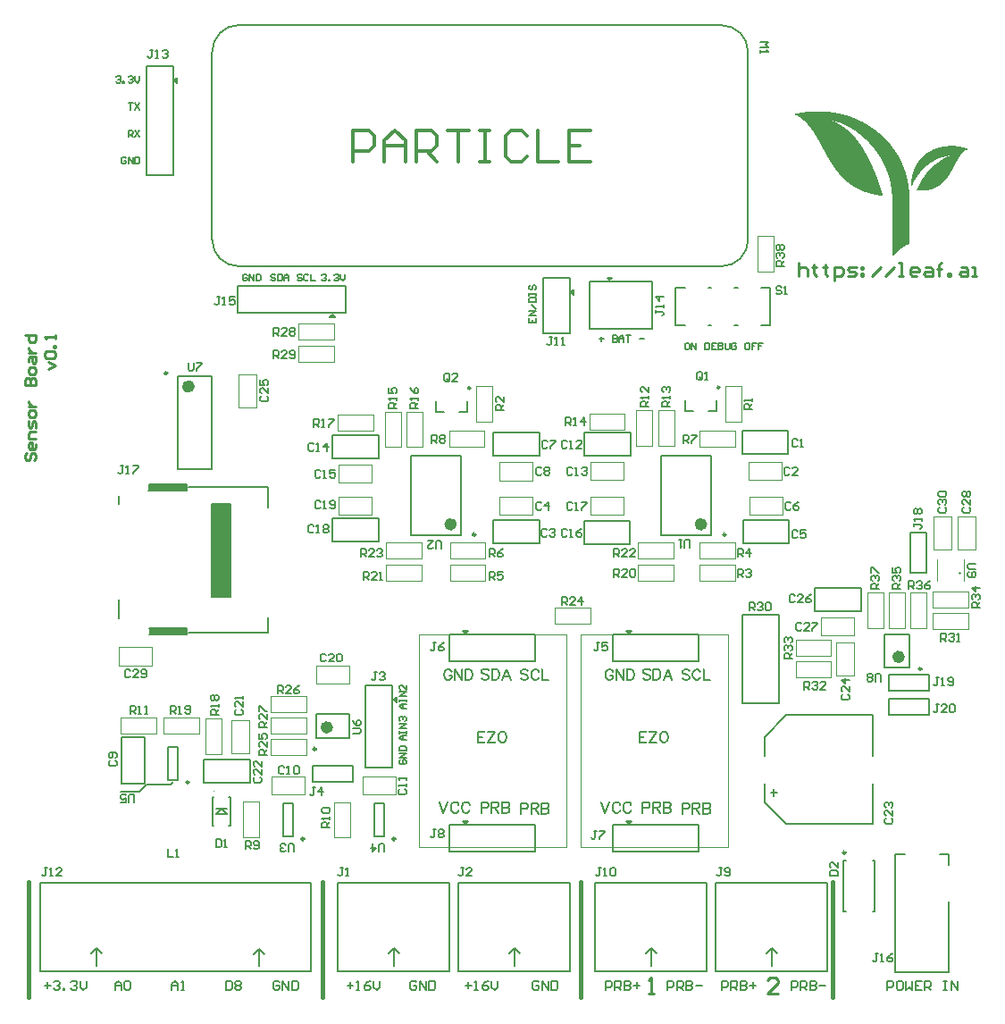
<source format=gto>
G04*
G04 #@! TF.GenerationSoftware,Altium Limited,Altium Designer,19.0.12 (326)*
G04*
G04 Layer_Color=65535*
%FSAX44Y44*%
%MOMM*%
G71*
G01*
G75*
%ADD10C,0.6000*%
%ADD11C,0.2500*%
%ADD12C,0.2000*%
%ADD13C,0.1000*%
%ADD14C,0.0787*%
%ADD15C,0.3810*%
%ADD16C,0.0165*%
%ADD17C,0.1500*%
%ADD18C,0.1270*%
%ADD19C,0.1524*%
%ADD20C,0.0991*%
%ADD21C,0.1575*%
%ADD22C,0.2540*%
%ADD23C,0.2032*%
%ADD24C,0.1778*%
%ADD25C,0.3000*%
%ADD26R,3.5594X0.5963*%
%ADD27R,3.5731X0.6000*%
%ADD28R,1.7800X8.8000*%
D10*
X00853669Y00326880D02*
G03*
X00853669Y00326880I-00003000J00000000D01*
G01*
X00180639Y00583030D02*
G03*
X00180639Y00583030I-00003000J00000000D01*
G01*
X00666379Y00452500D02*
G03*
X00666379Y00452500I-00003000J00000000D01*
G01*
X00429159D02*
G03*
X00429159Y00452500I-00003000J00000000D01*
G01*
X00311809Y00260040D02*
G03*
X00311809Y00260040I-00003000J00000000D01*
G01*
D11*
X00872419Y00315380D02*
G03*
X00872419Y00315380I-00001250J00000000D01*
G01*
X00157639Y00595630D02*
G03*
X00157639Y00595630I-00001250J00000000D01*
G01*
X00681010Y00582140D02*
G03*
X00681010Y00582140I-00001000J00000000D01*
G01*
X00686879Y00442750D02*
G03*
X00686879Y00442750I-00001250J00000000D01*
G01*
X00444790Y00581580D02*
G03*
X00444790Y00581580I-00001000J00000000D01*
G01*
X00449659Y00442750D02*
G03*
X00449659Y00442750I-00001250J00000000D01*
G01*
X00800360Y00141398D02*
G03*
X00800360Y00141398I-00001250J00000000D01*
G01*
X00298559Y00239540D02*
G03*
X00298559Y00239540I-00001250J00000000D01*
G01*
X00373700Y00154460D02*
G03*
X00373700Y00154460I-00001250J00000000D01*
G01*
X00287340D02*
G03*
X00287340Y00154460I-00001250J00000000D01*
G01*
X00178120Y00207980D02*
G03*
X00178120Y00207980I-00001250J00000000D01*
G01*
D12*
X00708093Y00900080D02*
G03*
X00682693Y00925480I-00025401J-00000001D01*
G01*
X00225493D02*
G03*
X00200093Y00900080I00000001J-00025401D01*
G01*
X00225493Y00925353D02*
G03*
X00225493Y00925607I00000000J00000127D01*
G01*
D02*
G03*
X00225493Y00925353I00000000J-00000127D01*
G01*
X00200093Y00722280D02*
G03*
X00225493Y00696880I00025401J00000001D01*
G01*
X00200220Y00722280D02*
G03*
X00199966Y00722280I-00000127J00000000D01*
G01*
D02*
G03*
X00200220Y00722280I00000127J00000000D01*
G01*
X00682693Y00696880D02*
G03*
X00708093Y00722280I-00000001J00025401D01*
G01*
X00707966D02*
G03*
X00708220Y00722280I00000127J00000000D01*
G01*
D02*
G03*
X00707966Y00722280I-00000127J00000000D01*
G01*
X00160580Y00205660D02*
X00163120Y00208200D01*
X00137720Y00205660D02*
X00160580D01*
X00131370Y00199310D02*
X00137720Y00205660D01*
X00113336Y00199310D02*
X00131370D01*
X00837669Y00347880D02*
X00860669D01*
X00837669Y00316880D02*
X00860669D01*
X00837669D02*
Y00347880D01*
X00860669Y00316880D02*
Y00347880D01*
X00111399Y00363630D02*
Y00381410D01*
X00177693Y00487836D02*
X00252877D01*
Y00468024D02*
Y00487836D01*
X00253131Y00349660D02*
Y00363884D01*
X00177693Y00349660D02*
X00253131D01*
X00140152Y00490030D02*
X00175639D01*
X00139908Y00484030D02*
X00175639D01*
X00140045Y00348030D02*
X00175639D01*
X00140289Y00354030D02*
X00175639D01*
X00217439Y00383530D02*
Y00471530D01*
X00175639Y00484030D02*
Y00490030D01*
Y00348100D02*
Y00353993D01*
X00199639Y00383530D02*
Y00471496D01*
X00217426Y00471483D01*
X00199611Y00383530D02*
X00217398D01*
X00111399Y00471580D02*
Y00479200D01*
X00225493Y00925480D02*
X00682693D01*
X00200093Y00722280D02*
Y00900080D01*
X00225493Y00696880D02*
X00682693D01*
X00708093Y00722280D02*
Y00900080D01*
X00695220Y00677039D02*
X00698220D01*
X00670220D02*
X00673220D01*
X00670220Y00641040D02*
X00673220D01*
X00695220D02*
X00698220D01*
X00639220Y00677039D02*
X00648220D01*
X00639220Y00641040D02*
X00648220D01*
X00720222Y00677039D02*
X00729218D01*
X00720222Y00641038D02*
X00729218D01*
Y00677039D01*
X00639218Y00641038D02*
X00639220Y00677039D01*
X00557902Y00637460D02*
Y00682418D01*
X00617338D01*
X00557902Y00637460D02*
X00617338D01*
Y00682418D01*
X00167639Y00505030D02*
X00199639D01*
X00167639Y00593030D02*
X00199639D01*
Y00505030D02*
Y00593030D01*
X00167639Y00505030D02*
Y00593030D01*
X00678500Y00559900D02*
Y00569900D01*
X00670500Y00559900D02*
X00678500D01*
X00648500D02*
Y00569900D01*
Y00559900D02*
X00656500D01*
X00673379Y00442500D02*
Y00517500D01*
X00625379Y00442500D02*
Y00517500D01*
Y00442500D02*
X00673379D01*
X00625379Y00517500D02*
X00673379D01*
X00442280Y00559340D02*
Y00569340D01*
X00434280Y00559340D02*
X00442280D01*
X00412280D02*
Y00569340D01*
Y00559340D02*
X00420280D01*
X00388159Y00517500D02*
X00436159D01*
X00388159Y00442500D02*
X00436159D01*
X00388159D02*
Y00517500D01*
X00436159Y00442500D02*
Y00517500D01*
X00861620Y00406320D02*
X00876860D01*
Y00444420D01*
X00861620D02*
X00876860D01*
X00861620Y00406320D02*
Y00444420D01*
X00841599Y00294560D02*
Y00309800D01*
Y00294560D02*
X00879699D01*
Y00309800D01*
X00841599D02*
X00879699D01*
X00841599Y00271700D02*
Y00286940D01*
Y00271700D02*
X00879699D01*
Y00286940D01*
X00841599D02*
X00879699D01*
X00723559Y00233250D02*
Y00250875D01*
X00744184Y00271500D01*
X00723559Y00189125D02*
X00744184Y00168500D01*
X00723559Y00189125D02*
Y00206750D01*
X00744184Y00271500D02*
X00826559D01*
Y00233250D02*
Y00271500D01*
Y00168500D02*
Y00206750D01*
X00744184Y00168500D02*
X00826559D01*
X00826110Y00133648D02*
X00828360D01*
X00826110Y00085648D02*
X00828360D01*
X00798360Y00133648D02*
X00800610D01*
X00798360Y00085648D02*
X00800610D01*
X00828360D02*
Y00133648D01*
X00798360Y00085648D02*
Y00133648D01*
X00782749Y00028730D02*
Y00112550D01*
X00677339Y00028730D02*
X00782749D01*
X00677339D02*
Y00112550D01*
X00782749D01*
X00730679Y00033810D02*
Y00049685D01*
X00725599Y00045875D02*
X00730679Y00050955D01*
X00735759Y00045875D01*
X00668449Y00028730D02*
Y00112550D01*
X00563039Y00028730D02*
X00668449D01*
X00563039D02*
Y00112550D01*
X00668449D01*
X00616379Y00033810D02*
Y00049685D01*
X00611299Y00045875D02*
X00616379Y00050955D01*
X00621459Y00045875D01*
X00538909Y00028730D02*
Y00112550D01*
X00433499Y00028730D02*
X00538909D01*
X00433499D02*
Y00112550D01*
X00538909D01*
X00486839Y00033810D02*
Y00049685D01*
X00481759Y00045875D02*
X00486839Y00050955D01*
X00491919Y00045875D01*
X00424609Y00028730D02*
Y00112550D01*
X00319199Y00028730D02*
X00424609D01*
X00319199D02*
Y00112550D01*
X00424609D01*
X00372539Y00033810D02*
Y00049685D01*
X00367459Y00045875D02*
X00372539Y00050955D01*
X00377619Y00045875D01*
X00293799Y00028730D02*
Y00112550D01*
X00037259Y00028730D02*
X00293799D01*
X00037259D02*
Y00112550D01*
X00293799D01*
X00244269Y00050320D02*
X00249349Y00045240D01*
X00239189D02*
X00244269Y00050320D01*
Y00033810D02*
Y00050320D01*
X00090599Y00033810D02*
Y00049685D01*
X00085519Y00045875D02*
X00090599Y00050955D01*
X00095679Y00045875D01*
X00329809Y00250040D02*
Y00273040D01*
X00298809Y00250040D02*
Y00273040D01*
X00329809D01*
X00298809Y00250040D02*
X00329809D01*
X00354200Y00156960D02*
X00363200D01*
X00354200Y00187960D02*
X00363200D01*
Y00156960D02*
Y00187960D01*
X00354200Y00156960D02*
Y00187960D01*
X00333359Y00208200D02*
Y00223440D01*
X00295259D02*
X00333359D01*
X00295259Y00208200D02*
Y00223440D01*
Y00208200D02*
X00333359D01*
X00267840Y00156960D02*
X00276840D01*
X00267840Y00187960D02*
X00276840D01*
Y00156960D02*
Y00187960D01*
X00267840Y00156960D02*
Y00187960D01*
X00203760Y00182800D02*
X00213920D01*
X00203760Y00177720D02*
X00213920D01*
X00203760D02*
X00208840Y00182800D01*
X00213920Y00177720D01*
X00158620Y00210480D02*
X00167620D01*
X00158620Y00241480D02*
X00167620D01*
Y00210480D02*
Y00241480D01*
X00158620Y00210480D02*
Y00241480D01*
D13*
X00909864Y00406320D02*
G03*
X00909864Y00406320I-00001000J00000000D01*
G01*
X00201720Y00199310D02*
G03*
X00201720Y00199310I-00000500J00000000D01*
G01*
X00716840Y00691816D02*
X00732080D01*
X00716840D02*
Y00725344D01*
X00732080D01*
Y00691816D02*
Y00725344D01*
X00282155Y00627300D02*
Y00642540D01*
X00315683D01*
Y00627300D02*
Y00642540D01*
X00282155Y00627300D02*
X00315683D01*
X00282155Y00605983D02*
Y00621223D01*
X00315683D01*
Y00605983D02*
Y00621223D01*
X00282155Y00605983D02*
X00315683D01*
X00242275Y00563282D02*
Y00594778D01*
X00225003D02*
X00242275D01*
X00225003Y00563282D02*
Y00594778D01*
Y00563282D02*
X00242275D01*
X00661976Y00525700D02*
Y00540940D01*
X00695504D01*
Y00525700D02*
Y00540940D01*
X00661976Y00525700D02*
X00695504D01*
X00686360Y00583104D02*
X00701600D01*
Y00549576D02*
Y00583104D01*
X00686360Y00549576D02*
X00701600D01*
X00686360D02*
Y00583104D01*
X00708712Y00494204D02*
X00740208D01*
Y00511476D01*
X00708712D02*
X00740208D01*
X00708712Y00494204D02*
Y00511476D01*
X00709311Y00461364D02*
X00740807D01*
Y00478636D01*
X00709311D02*
X00740807D01*
X00709311Y00461364D02*
Y00478636D01*
X00661976Y00420370D02*
Y00435610D01*
X00695504D01*
Y00420370D02*
Y00435610D01*
X00661976Y00420370D02*
X00695504D01*
X00661976Y00398700D02*
Y00413940D01*
X00695504D01*
Y00398700D02*
Y00413940D01*
X00661976Y00398700D02*
X00695504D01*
X00637084Y00420370D02*
Y00435610D01*
X00603556Y00420370D02*
X00637084D01*
X00603556D02*
Y00435610D01*
X00637084D01*
Y00398700D02*
Y00413940D01*
X00603556Y00398700D02*
X00637084D01*
X00603556D02*
Y00413940D01*
X00637084D01*
X00622860Y00526716D02*
X00638100D01*
X00622860D02*
Y00560244D01*
X00638100D01*
Y00526716D02*
Y00560244D01*
X00602200D02*
X00617440D01*
Y00526716D02*
Y00560244D01*
X00602200Y00526716D02*
X00617440D01*
X00602200D02*
Y00560244D01*
X00557615Y00542380D02*
Y00557620D01*
X00591143D01*
Y00542380D02*
Y00557620D01*
X00557615Y00542380D02*
X00591143D01*
X00558852Y00511476D02*
X00590348D01*
X00558852Y00494204D02*
Y00511476D01*
Y00494204D02*
X00590348D01*
Y00511476D01*
X00558852Y00478886D02*
X00590348D01*
X00558852Y00461614D02*
Y00478886D01*
Y00461614D02*
X00590348D01*
Y00478886D01*
X00450140Y00583104D02*
X00465380D01*
Y00549576D02*
Y00583104D01*
X00450140Y00549576D02*
X00465380D01*
X00450140D02*
Y00583104D01*
X00424625Y00525700D02*
Y00540940D01*
X00458153D01*
Y00525700D02*
Y00540940D01*
X00424625Y00525700D02*
X00458153D01*
X00384019Y00525736D02*
X00399259D01*
X00384019D02*
Y00559264D01*
X00399259D01*
Y00525736D02*
Y00559264D01*
X00363780D02*
X00379020D01*
Y00525736D02*
Y00559264D01*
X00363780Y00525736D02*
X00379020D01*
X00363780D02*
Y00559264D01*
X00472492Y00494114D02*
X00503988D01*
Y00511386D01*
X00472492D02*
X00503988D01*
X00472492Y00494114D02*
Y00511386D01*
Y00461364D02*
X00503988D01*
Y00478636D01*
X00472492D02*
X00503988D01*
X00472492Y00461364D02*
Y00478636D01*
X00425675Y00420370D02*
Y00435610D01*
X00459203D01*
Y00420370D02*
Y00435610D01*
X00425675Y00420370D02*
X00459203D01*
X00425675Y00398700D02*
Y00413940D01*
X00459203D01*
Y00398700D02*
Y00413940D01*
X00425675Y00398700D02*
X00459203D01*
X00398324Y00420370D02*
Y00435610D01*
X00364796Y00420370D02*
X00398324D01*
X00364796D02*
Y00435610D01*
X00398324D01*
Y00398700D02*
Y00413940D01*
X00364796Y00398700D02*
X00398324D01*
X00364796D02*
Y00413940D01*
X00398324D01*
X00320092Y00478886D02*
X00351588D01*
X00320092Y00461614D02*
Y00478886D01*
Y00461614D02*
X00351588D01*
Y00478886D01*
X00320092Y00508936D02*
X00351588D01*
X00320092Y00491664D02*
Y00508936D01*
Y00491664D02*
X00351588D01*
Y00508936D01*
X00319076Y00540940D02*
Y00556180D01*
X00352604D01*
Y00540940D02*
Y00556180D01*
X00319076Y00540940D02*
X00352604D01*
X00906324Y00428672D02*
Y00460168D01*
Y00428672D02*
X00923596D01*
Y00460168D01*
X00906324D02*
X00923596D01*
X00883464Y00428572D02*
Y00460068D01*
Y00428572D02*
X00900736D01*
Y00460068D01*
X00883464D02*
X00900736D01*
X00887220Y00398860D02*
Y00418860D01*
X00912220Y00398860D02*
Y00418860D01*
X00882956Y00352980D02*
Y00368220D01*
X00916484D01*
Y00352980D02*
Y00368220D01*
X00882956Y00352980D02*
X00916484D01*
X00882956Y00373640D02*
Y00388880D01*
X00916484D01*
Y00373640D02*
Y00388880D01*
X00882956Y00373640D02*
X00916484D01*
X00861620Y00353996D02*
X00876860D01*
X00861620D02*
Y00387524D01*
X00876860D01*
Y00353996D02*
Y00387524D01*
X00841599Y00353996D02*
X00856839D01*
X00841599D02*
Y00387524D01*
X00856839D01*
Y00353996D02*
Y00387524D01*
X00820980Y00353996D02*
X00836220D01*
X00820980D02*
Y00387524D01*
X00836220D01*
Y00353996D02*
Y00387524D01*
X00777292Y00364156D02*
X00808788D01*
X00777292Y00346884D02*
Y00364156D01*
Y00346884D02*
X00808788D01*
Y00364156D01*
X00808695Y00309252D02*
Y00340748D01*
X00791423D02*
X00808695D01*
X00791423Y00309252D02*
Y00340748D01*
Y00309252D02*
X00808695D01*
X00786823Y00307380D02*
Y00322620D01*
X00753295Y00307380D02*
X00786823D01*
X00753295D02*
Y00322620D01*
X00786823D01*
Y00327380D02*
Y00342620D01*
X00753295Y00327380D02*
X00786823D01*
X00753295D02*
Y00342620D01*
X00786823D01*
X00111812Y00318744D02*
X00143308D01*
Y00336016D01*
X00111812D02*
X00143308D01*
X00111812Y00318744D02*
Y00336016D01*
X00524816Y00358060D02*
Y00373300D01*
X00558344D01*
Y00358060D02*
Y00373300D01*
X00524816Y00358060D02*
X00558344D01*
X00298561Y00318436D02*
X00330057D01*
X00298561Y00301164D02*
Y00318436D01*
Y00301164D02*
X00330057D01*
Y00318436D01*
X00342952Y00213636D02*
X00374448D01*
X00342952Y00196364D02*
Y00213636D01*
Y00196364D02*
X00374448D01*
Y00213636D01*
X00315520Y00155696D02*
X00330760D01*
X00315520D02*
Y00189224D01*
X00330760D01*
Y00155696D02*
Y00189224D01*
X00289104Y00233600D02*
Y00248840D01*
X00255576Y00233600D02*
X00289104D01*
X00255576D02*
Y00248840D01*
X00289104D01*
Y00253920D02*
Y00269160D01*
X00255576Y00253920D02*
X00289104D01*
X00255576D02*
Y00269160D01*
X00289104D01*
Y00274240D02*
Y00289480D01*
X00255576Y00274240D02*
X00289104D01*
X00255576D02*
Y00289480D01*
X00289104D01*
X00256592Y00213636D02*
X00288088D01*
X00256592Y00196364D02*
Y00213636D01*
Y00196364D02*
X00288088D01*
Y00213636D01*
X00193600Y00268144D02*
X00208840D01*
Y00234616D02*
Y00268144D01*
X00193600Y00234616D02*
X00208840D01*
X00193600D02*
Y00268144D01*
X00217984Y00235632D02*
Y00267128D01*
Y00235632D02*
X00235256D01*
Y00267128D01*
X00217984D02*
X00235256D01*
X00229160Y00155876D02*
X00244400D01*
X00229160D02*
Y00189404D01*
X00244400D01*
Y00155876D02*
Y00189404D01*
X00153976Y00253920D02*
Y00269160D01*
X00187504D01*
Y00253920D02*
Y00269160D01*
X00153976Y00253920D02*
X00187504D01*
X00113336D02*
Y00269160D01*
X00146864D01*
Y00253920D02*
Y00269160D01*
X00113336Y00253920D02*
X00146864D01*
D14*
X00423722Y00189131D02*
G03*
X00422934Y00189131I-00000394J00000000D01*
G01*
D02*
G03*
X00423722Y00189131I00000394J00000000D01*
G01*
X00415949D02*
G03*
X00415162Y00189131I-00000394J00000000D01*
G01*
D02*
G03*
X00415949Y00189131I00000394J00000000D01*
G01*
X00434136Y00181359D02*
G03*
X00433348Y00181359I-00000394J00000000D01*
G01*
D02*
G03*
X00434136Y00181359I00000394J00000000D01*
G01*
X00433348Y00186718D02*
G03*
X00434136Y00186718I00000394J00000000D01*
G01*
X00444575Y00181359D02*
G03*
X00443788Y00181359I-00000394J00000000D01*
G01*
D02*
G03*
X00444575Y00181359I00000394J00000000D01*
G01*
X00443788Y00186718D02*
G03*
X00444575Y00186718I00000394J00000000D01*
G01*
X00434136D02*
G03*
X00433348Y00186718I-00000394J00000000D01*
G01*
X00444575D02*
G03*
X00443788Y00186718I-00000394J00000000D01*
G01*
X00455472Y00178920D02*
G03*
X00454684Y00178920I-00000394J00000000D01*
G01*
D02*
G03*
X00455472Y00178920I00000394J00000000D01*
G01*
Y00183797D02*
G03*
X00454684Y00183797I-00000394J00000000D01*
G01*
D02*
G03*
X00455472Y00183797I00000394J00000000D01*
G01*
X00472210Y00178920D02*
G03*
X00471423Y00178920I-00000394J00000000D01*
G01*
D02*
G03*
X00472210Y00178920I00000394J00000000D01*
G01*
X00475360Y00184280D02*
G03*
X00474573Y00184280I-00000394J00000000D01*
G01*
D02*
G03*
X00475360Y00184280I00000394J00000000D01*
G01*
X00468807D02*
G03*
X00468019Y00184280I-00000394J00000000D01*
G01*
D02*
G03*
X00468807Y00184280I00000394J00000000D01*
G01*
X00479729D02*
G03*
X00478941Y00184280I-00000394J00000000D01*
G01*
D02*
G03*
X00479729Y00184280I00000394J00000000D01*
G01*
X00475360Y00189131D02*
G03*
X00474573Y00189131I-00000394J00000000D01*
G01*
D02*
G03*
X00475360Y00189131I00000394J00000000D01*
G01*
X00492911Y00178057D02*
G03*
X00492124Y00178057I-00000394J00000000D01*
G01*
D02*
G03*
X00492911Y00178057I00000394J00000000D01*
G01*
X00502843D02*
G03*
X00502055Y00178057I-00000394J00000000D01*
G01*
D02*
G03*
X00502843Y00178057I00000394J00000000D01*
G01*
X00492911Y00182908D02*
G03*
X00492124Y00182908I-00000394J00000000D01*
G01*
D02*
G03*
X00492911Y00182908I00000394J00000000D01*
G01*
X00502843Y00183391D02*
G03*
X00502055Y00183391I-00000394J00000000D01*
G01*
D02*
G03*
X00502843Y00183391I00000394J00000000D01*
G01*
X00509650Y00178057D02*
G03*
X00508863Y00178057I-00000394J00000000D01*
G01*
D02*
G03*
X00509650Y00178057I00000394J00000000D01*
G01*
X00512800Y00183391D02*
G03*
X00512012Y00183391I-00000394J00000000D01*
G01*
D02*
G03*
X00512800Y00183391I00000394J00000000D01*
G01*
X00517168D02*
G03*
X00516381Y00183391I-00000394J00000000D01*
G01*
D02*
G03*
X00517168Y00183391I00000394J00000000D01*
G01*
X00512800Y00188267D02*
G03*
X00512012Y00188267I-00000394J00000000D01*
G01*
D02*
G03*
X00512800Y00188267I00000394J00000000D01*
G01*
X00465403Y00178920D02*
G03*
X00464616Y00178920I-00000394J00000000D01*
G01*
D02*
G03*
X00465403Y00178920I00000394J00000000D01*
G01*
Y00184280D02*
G03*
X00464616Y00184280I-00000394J00000000D01*
G01*
D02*
G03*
X00465403Y00184280I00000394J00000000D01*
G01*
X00506246Y00183391D02*
G03*
X00505459Y00183391I-00000394J00000000D01*
G01*
D02*
G03*
X00506246Y00183391I00000394J00000000D01*
G01*
X00452373Y00251056D02*
G03*
X00451586Y00251056I-00000394J00000000D01*
G01*
D02*
G03*
X00452373Y00251056I00000394J00000000D01*
G01*
X00457910Y00245697D02*
G03*
X00458698Y00245697I00000394J00000000D01*
G01*
X00461822Y00255908D02*
G03*
X00461034Y00255908I-00000394J00000000D01*
G01*
D02*
G03*
X00461822Y00255908I00000394J00000000D01*
G01*
X00456259Y00251056D02*
G03*
X00455472Y00251056I-00000394J00000000D01*
G01*
D02*
G03*
X00456259Y00251056I00000394J00000000D01*
G01*
X00458698Y00255908D02*
G03*
X00457910Y00255908I-00000394J00000000D01*
G01*
D02*
G03*
X00458698Y00255908I00000394J00000000D01*
G01*
Y00245697D02*
G03*
X00457910Y00245697I-00000394J00000000D01*
G01*
X00467842D02*
G03*
X00468629Y00245697I00000394J00000000D01*
G01*
D02*
G03*
X00467842Y00245697I-00000394J00000000D01*
G01*
X00474700Y00255908D02*
G03*
X00473912Y00255908I-00000394J00000000D01*
G01*
D02*
G03*
X00474700Y00255908I00000394J00000000D01*
G01*
X00430630Y00304930D02*
G03*
X00429842Y00304930I-00000394J00000000D01*
G01*
D02*
G03*
X00430630Y00304930I00000394J00000000D01*
G01*
X00426718Y00312702D02*
G03*
X00427506Y00312702I00000394J00000000D01*
G01*
X00440587Y00315140D02*
G03*
X00439799Y00315140I-00000394J00000000D01*
G01*
D02*
G03*
X00440587Y00315140I00000394J00000000D01*
G01*
X00437437D02*
G03*
X00436650Y00315140I-00000394J00000000D01*
G01*
D02*
G03*
X00437437Y00315140I00000394J00000000D01*
G01*
X00427506Y00312702D02*
G03*
X00426718Y00312702I-00000394J00000000D01*
G01*
X00455700Y00306555D02*
G03*
X00454912Y00306555I-00000394J00000000D01*
G01*
D02*
G03*
X00455700Y00306555I00000394J00000000D01*
G01*
X00462507Y00313845D02*
G03*
X00461720Y00313845I-00000394J00000000D01*
G01*
D02*
G03*
X00462507Y00313845I00000394J00000000D01*
G01*
X00477036Y00308511D02*
G03*
X00476248Y00308511I-00000394J00000000D01*
G01*
D02*
G03*
X00477036Y00308511I00000394J00000000D01*
G01*
X00475588Y00305107D02*
G03*
X00474800Y00305107I-00000394J00000000D01*
G01*
D02*
G03*
X00475588Y00305107I00000394J00000000D01*
G01*
X00481912Y00308511D02*
G03*
X00481125Y00308511I-00000394J00000000D01*
G01*
D02*
G03*
X00481912Y00308511I00000394J00000000D01*
G01*
X00483360Y00305107D02*
G03*
X00482573Y00305107I-00000394J00000000D01*
G01*
D02*
G03*
X00483360Y00305107I00000394J00000000D01*
G01*
X00492962Y00306377D02*
G03*
X00492200Y00306377I-00000381J00000000D01*
G01*
D02*
G03*
X00492962Y00306377I00000381J00000000D01*
G01*
X00499769Y00313667D02*
G03*
X00499007Y00313667I-00000381J00000000D01*
G01*
D02*
G03*
X00499769Y00313667I00000381J00000000D01*
G01*
X00510208Y00307368D02*
G03*
X00509421Y00307368I-00000394J00000000D01*
G01*
D02*
G03*
X00510208Y00307368I00000394J00000000D01*
G01*
X00509421Y00312702D02*
G03*
X00510208Y00312702I00000394J00000000D01*
G01*
X00513332Y00315140D02*
G03*
X00512570Y00315140I-00000381J00000000D01*
G01*
D02*
G03*
X00513332Y00315140I00000381J00000000D01*
G01*
X00510208Y00312702D02*
G03*
X00509421Y00312702I-00000394J00000000D01*
G01*
X00519174Y00304930D02*
G03*
X00518387Y00304930I-00000394J00000000D01*
G01*
D02*
G03*
X00519174Y00304930I00000394J00000000D01*
G01*
X00425067Y00308816D02*
G03*
X00424280Y00308816I-00000394J00000000D01*
G01*
D02*
G03*
X00425067Y00308816I00000394J00000000D01*
G01*
X00465631Y00315318D02*
G03*
X00464869Y00315318I-00000381J00000000D01*
G01*
D02*
G03*
X00465631Y00315318I00000381J00000000D01*
G01*
X00617909D02*
G03*
X00618671Y00315318I00000381J00000000D01*
G01*
D02*
G03*
X00617909Y00315318I-00000381J00000000D01*
G01*
X00577320Y00308816D02*
G03*
X00578107Y00308816I00000394J00000000D01*
G01*
D02*
G03*
X00577320Y00308816I-00000394J00000000D01*
G01*
X00671427Y00304930D02*
G03*
X00672214Y00304930I00000394J00000000D01*
G01*
D02*
G03*
X00671427Y00304930I-00000394J00000000D01*
G01*
X00663248Y00312702D02*
G03*
X00662461Y00312702I-00000394J00000000D01*
G01*
X00665610Y00315140D02*
G03*
X00666372Y00315140I00000381J00000000D01*
G01*
D02*
G03*
X00665610Y00315140I-00000381J00000000D01*
G01*
X00662461Y00312702D02*
G03*
X00663248Y00312702I00000394J00000000D01*
G01*
X00662461Y00307368D02*
G03*
X00663248Y00307368I00000394J00000000D01*
G01*
D02*
G03*
X00662461Y00307368I-00000394J00000000D01*
G01*
X00652047Y00313667D02*
G03*
X00652809Y00313667I00000381J00000000D01*
G01*
D02*
G03*
X00652047Y00313667I-00000381J00000000D01*
G01*
X00645240Y00306377D02*
G03*
X00646002Y00306377I00000381J00000000D01*
G01*
D02*
G03*
X00645240Y00306377I-00000381J00000000D01*
G01*
X00635613Y00305107D02*
G03*
X00636400Y00305107I00000394J00000000D01*
G01*
D02*
G03*
X00635613Y00305107I-00000394J00000000D01*
G01*
X00634165Y00308511D02*
G03*
X00634953Y00308511I00000394J00000000D01*
G01*
D02*
G03*
X00634165Y00308511I-00000394J00000000D01*
G01*
X00627841Y00305107D02*
G03*
X00628628Y00305107I00000394J00000000D01*
G01*
D02*
G03*
X00627841Y00305107I-00000394J00000000D01*
G01*
X00629288Y00308511D02*
G03*
X00630076Y00308511I00000394J00000000D01*
G01*
D02*
G03*
X00629288Y00308511I-00000394J00000000D01*
G01*
X00614760Y00313845D02*
G03*
X00615547Y00313845I00000394J00000000D01*
G01*
D02*
G03*
X00614760Y00313845I-00000394J00000000D01*
G01*
X00607952Y00306555D02*
G03*
X00608740Y00306555I00000394J00000000D01*
G01*
D02*
G03*
X00607952Y00306555I-00000394J00000000D01*
G01*
X00580546Y00312702D02*
G03*
X00579758Y00312702I-00000394J00000000D01*
G01*
X00589690Y00315140D02*
G03*
X00590477Y00315140I00000394J00000000D01*
G01*
D02*
G03*
X00589690Y00315140I-00000394J00000000D01*
G01*
X00592839D02*
G03*
X00593627Y00315140I00000394J00000000D01*
G01*
D02*
G03*
X00592839Y00315140I-00000394J00000000D01*
G01*
X00579758Y00312702D02*
G03*
X00580546Y00312702I00000394J00000000D01*
G01*
X00582883Y00304930D02*
G03*
X00583670Y00304930I00000394J00000000D01*
G01*
D02*
G03*
X00582883Y00304930I-00000394J00000000D01*
G01*
X00626952Y00255908D02*
G03*
X00627740Y00255908I00000394J00000000D01*
G01*
D02*
G03*
X00626952Y00255908I-00000394J00000000D01*
G01*
X00621669Y00245697D02*
G03*
X00620882Y00245697I-00000394J00000000D01*
G01*
D02*
G03*
X00621669Y00245697I00000394J00000000D01*
G01*
X00611738D02*
G03*
X00610950Y00245697I-00000394J00000000D01*
G01*
Y00255908D02*
G03*
X00611738Y00255908I00000394J00000000D01*
G01*
D02*
G03*
X00610950Y00255908I-00000394J00000000D01*
G01*
X00608512Y00251056D02*
G03*
X00609299Y00251056I00000394J00000000D01*
G01*
D02*
G03*
X00608512Y00251056I-00000394J00000000D01*
G01*
X00614074Y00255908D02*
G03*
X00614862Y00255908I00000394J00000000D01*
G01*
D02*
G03*
X00614074Y00255908I-00000394J00000000D01*
G01*
X00610950Y00245697D02*
G03*
X00611738Y00245697I00000394J00000000D01*
G01*
X00604626Y00251056D02*
G03*
X00605413Y00251056I00000394J00000000D01*
G01*
D02*
G03*
X00604626Y00251056I-00000394J00000000D01*
G01*
X00658499Y00183391D02*
G03*
X00659286Y00183391I00000394J00000000D01*
G01*
D02*
G03*
X00658499Y00183391I-00000394J00000000D01*
G01*
X00617656Y00184280D02*
G03*
X00618443Y00184280I00000394J00000000D01*
G01*
D02*
G03*
X00617656Y00184280I-00000394J00000000D01*
G01*
Y00178920D02*
G03*
X00618443Y00178920I00000394J00000000D01*
G01*
D02*
G03*
X00617656Y00178920I-00000394J00000000D01*
G01*
X00665052Y00188267D02*
G03*
X00665840Y00188267I00000394J00000000D01*
G01*
D02*
G03*
X00665052Y00188267I-00000394J00000000D01*
G01*
X00669421Y00183391D02*
G03*
X00670208Y00183391I00000394J00000000D01*
G01*
D02*
G03*
X00669421Y00183391I-00000394J00000000D01*
G01*
X00665052D02*
G03*
X00665840Y00183391I00000394J00000000D01*
G01*
D02*
G03*
X00665052Y00183391I-00000394J00000000D01*
G01*
X00661903Y00178057D02*
G03*
X00662690Y00178057I00000394J00000000D01*
G01*
D02*
G03*
X00661903Y00178057I-00000394J00000000D01*
G01*
X00655095Y00183391D02*
G03*
X00655883Y00183391I00000394J00000000D01*
G01*
D02*
G03*
X00655095Y00183391I-00000394J00000000D01*
G01*
X00645164Y00182908D02*
G03*
X00645951Y00182908I00000394J00000000D01*
G01*
D02*
G03*
X00645164Y00182908I-00000394J00000000D01*
G01*
X00655095Y00178057D02*
G03*
X00655883Y00178057I00000394J00000000D01*
G01*
D02*
G03*
X00655095Y00178057I-00000394J00000000D01*
G01*
X00645164D02*
G03*
X00645951Y00178057I00000394J00000000D01*
G01*
D02*
G03*
X00645164Y00178057I-00000394J00000000D01*
G01*
X00627613Y00189131D02*
G03*
X00628400Y00189131I00000394J00000000D01*
G01*
D02*
G03*
X00627613Y00189131I-00000394J00000000D01*
G01*
X00631981Y00184280D02*
G03*
X00632769Y00184280I00000394J00000000D01*
G01*
D02*
G03*
X00631981Y00184280I-00000394J00000000D01*
G01*
X00621059D02*
G03*
X00621847Y00184280I00000394J00000000D01*
G01*
D02*
G03*
X00621059Y00184280I-00000394J00000000D01*
G01*
X00627613D02*
G03*
X00628400Y00184280I00000394J00000000D01*
G01*
D02*
G03*
X00627613Y00184280I-00000394J00000000D01*
G01*
X00624463Y00178920D02*
G03*
X00625250Y00178920I00000394J00000000D01*
G01*
D02*
G03*
X00624463Y00178920I-00000394J00000000D01*
G01*
X00607724Y00183797D02*
G03*
X00608512Y00183797I00000394J00000000D01*
G01*
D02*
G03*
X00607724Y00183797I-00000394J00000000D01*
G01*
Y00178920D02*
G03*
X00608512Y00178920I00000394J00000000D01*
G01*
D02*
G03*
X00607724Y00178920I-00000394J00000000D01*
G01*
X00597615Y00186718D02*
G03*
X00596828Y00186718I-00000394J00000000D01*
G01*
X00587176D02*
G03*
X00586388Y00186718I-00000394J00000000D01*
G01*
X00596828D02*
G03*
X00597615Y00186718I00000394J00000000D01*
G01*
X00596828Y00181359D02*
G03*
X00597615Y00181359I00000394J00000000D01*
G01*
D02*
G03*
X00596828Y00181359I-00000394J00000000D01*
G01*
X00586388Y00186718D02*
G03*
X00587176Y00186718I00000394J00000000D01*
G01*
X00586388Y00181359D02*
G03*
X00587176Y00181359I00000394J00000000D01*
G01*
D02*
G03*
X00586388Y00181359I-00000394J00000000D01*
G01*
X00568202Y00189131D02*
G03*
X00568989Y00189131I00000394J00000000D01*
G01*
D02*
G03*
X00568202Y00189131I-00000394J00000000D01*
G01*
X00575974D02*
G03*
X00576762Y00189131I00000394J00000000D01*
G01*
D02*
G03*
X00575974Y00189131I-00000394J00000000D01*
G01*
D15*
X00026000Y00004000D02*
Y00114000D01*
X00788000Y00004000D02*
Y00114000D01*
X00549000Y00004000D02*
Y00114000D01*
X00305000Y00004000D02*
Y00114000D01*
D16*
X00770312Y00843765D02*
X00777081D01*
X00809275Y00826265D02*
X00827601D01*
X00809440Y00826099D02*
X00827766D01*
X00809770Y00825934D02*
X00827931D01*
X00809936Y00825769D02*
X00828262D01*
X00810266Y00825604D02*
X00828427D01*
X00810431Y00825439D02*
X00828592D01*
X00810596Y00825274D02*
X00828922D01*
X00810926Y00825109D02*
X00829087D01*
X00811091Y00824944D02*
X00829252D01*
X00844772Y00708053D02*
X00845267D01*
X00844772Y00707888D02*
X00845267D01*
X00844772Y00707723D02*
X00845102D01*
X00844772Y00707558D02*
X00844937D01*
X00844772Y00712511D02*
X00849559D01*
X00844772Y00712346D02*
X00849394D01*
X00844772Y00712180D02*
X00849229D01*
X00844772Y00712015D02*
X00849064D01*
X00844772Y00711850D02*
X00848899D01*
X00844772Y00711685D02*
X00848734D01*
X00844772Y00711520D02*
X00848569D01*
X00844772Y00711355D02*
X00848404D01*
X00844772Y00711190D02*
X00848239D01*
X00844772Y00711025D02*
X00848074D01*
X00844772Y00710860D02*
X00847908D01*
X00844772Y00710695D02*
X00847743D01*
X00844772Y00710529D02*
X00847578D01*
X00844772Y00710364D02*
X00847413D01*
X00844772Y00710199D02*
X00847248D01*
X00844772Y00710034D02*
X00847083D01*
X00844772Y00709869D02*
X00846918D01*
X00844772Y00709704D02*
X00846753D01*
X00844772Y00709539D02*
X00846588D01*
X00844772Y00709374D02*
X00846423D01*
X00844772Y00709209D02*
X00846257D01*
X00844772Y00709044D02*
X00846092D01*
X00844772Y00708878D02*
X00846092D01*
X00844772Y00708713D02*
X00845927D01*
X00844772Y00708548D02*
X00845762D01*
X00844772Y00708383D02*
X00845597D01*
X00829747Y00765343D02*
X00834700D01*
X00830738Y00765178D02*
X00834700D01*
X00831729Y00765013D02*
X00834700D01*
X00832884Y00764847D02*
X00834866D01*
X00834370Y00764682D02*
X00834866D01*
X00829582Y00806453D02*
X00846423D01*
X00829747Y00806288D02*
X00846588D01*
X00829747Y00806122D02*
X00846753D01*
X00829913Y00805957D02*
X00846753D01*
X00830078Y00805792D02*
X00846918D01*
X00830243Y00805627D02*
X00847083D01*
X00830243Y00805462D02*
X00847083D01*
X00830408Y00805297D02*
X00847248D01*
X00830573Y00805132D02*
X00847413D01*
X00830573Y00804967D02*
X00847413D01*
X00830738Y00804802D02*
X00847578D01*
X00830903Y00804637D02*
X00847743D01*
X00830903Y00804471D02*
X00847743D01*
X00831068Y00804306D02*
X00847908D01*
X00831233Y00804141D02*
X00848074D01*
X00831233Y00803976D02*
X00848074D01*
X00831398Y00803811D02*
X00848239D01*
X00831564Y00803646D02*
X00848239D01*
X00831564Y00803481D02*
X00848404D01*
X00831729Y00803316D02*
X00848569D01*
X00831894Y00803151D02*
X00848569D01*
X00831894Y00802986D02*
X00848734D01*
X00832059Y00802820D02*
X00848734D01*
X00832224Y00802655D02*
X00848899D01*
X00832224Y00802490D02*
X00849064D01*
X00832389Y00802325D02*
X00849064D01*
X00832554Y00802160D02*
X00849229D01*
X00832554Y00801995D02*
X00849229D01*
X00832719Y00801830D02*
X00849394D01*
X00832719Y00801665D02*
X00849559D01*
X00832884Y00801500D02*
X00849559D01*
X00864584Y00786145D02*
X00869867D01*
X00864418Y00785980D02*
X00869702D01*
X00864418Y00785815D02*
X00869702D01*
X00864418Y00785650D02*
X00869537D01*
X00864253Y00785485D02*
X00869371D01*
X00864253Y00785320D02*
X00869206D01*
X00864253Y00785155D02*
X00869206D01*
X00864088Y00784990D02*
X00869041D01*
X00864088Y00784825D02*
X00868876D01*
X00864088Y00784659D02*
X00868711D01*
X00864088Y00784494D02*
X00868711D01*
X00863923Y00784329D02*
X00868546D01*
X00863923Y00784164D02*
X00868381D01*
X00863923Y00783999D02*
X00868216D01*
X00863923Y00783834D02*
X00868216D01*
X00863758Y00783669D02*
X00868051D01*
X00863758Y00783504D02*
X00867886D01*
X00863758Y00783339D02*
X00867720D01*
X00863758Y00783174D02*
X00867720D01*
X00863593Y00783008D02*
X00867555D01*
X00863593Y00782843D02*
X00867390D01*
X00863593Y00782678D02*
X00867390D01*
X00863593Y00782513D02*
X00867225D01*
X00863428Y00782348D02*
X00867060D01*
X00863428Y00782183D02*
X00867060D01*
X00863428Y00782018D02*
X00866895D01*
X00863428Y00781853D02*
X00866730D01*
X00863428Y00781688D02*
X00866730D01*
X00863263Y00781523D02*
X00866565D01*
X00863263Y00781357D02*
X00866400D01*
X00863263Y00781192D02*
X00866400D01*
X00863263Y00781027D02*
X00866235D01*
X00863263Y00780862D02*
X00866235D01*
X00863098Y00780697D02*
X00866069D01*
X00863098Y00780532D02*
X00865904D01*
X00863098Y00780367D02*
X00865904D01*
X00863098Y00780202D02*
X00865739D01*
X00863098Y00780037D02*
X00865739D01*
X00863098Y00779872D02*
X00865574D01*
X00862933Y00779706D02*
X00865409D01*
X00862933Y00779541D02*
X00865409D01*
X00862933Y00779376D02*
X00865244D01*
X00862933Y00779211D02*
X00865244D01*
X00862933Y00779046D02*
X00865079D01*
X00862933Y00778881D02*
X00864914D01*
X00862933Y00778716D02*
X00864914D01*
X00862767Y00778551D02*
X00864749D01*
X00862767Y00778386D02*
X00864749D01*
X00862767Y00778221D02*
X00864584D01*
X00862767Y00778055D02*
X00864584D01*
X00862767Y00777890D02*
X00864418D01*
X00862767Y00777725D02*
X00864418D01*
X00862767Y00777560D02*
X00864253D01*
X00862767Y00777395D02*
X00864253D01*
X00862767Y00777230D02*
X00864088D01*
X00862602Y00777065D02*
X00864088D01*
X00862602Y00776900D02*
X00863923D01*
X00862602Y00776735D02*
X00863923D01*
X00862602Y00776570D02*
X00863758D01*
X00862602Y00776404D02*
X00863593D01*
X00862602Y00776239D02*
X00863593D01*
X00862602Y00776074D02*
X00863593D01*
X00862602Y00775909D02*
X00863428D01*
X00862602Y00775744D02*
X00863428D01*
X00862602Y00775579D02*
X00863263D01*
X00862602Y00775414D02*
X00863263D01*
X00862602Y00775249D02*
X00863098D01*
X00862437Y00775084D02*
X00863098D01*
X00862437Y00774919D02*
X00862933D01*
X00862437Y00774753D02*
X00862933D01*
X00862437Y00774588D02*
X00862767D01*
X00862437Y00774423D02*
X00862767D01*
X00862437Y00774258D02*
X00862602D01*
X00862437Y00774093D02*
X00862602D01*
X00870857Y00775414D02*
X00890009D01*
X00870692Y00775249D02*
X00889844D01*
X00870692Y00775084D02*
X00889679D01*
X00870527Y00774919D02*
X00889514D01*
X00870527Y00774753D02*
X00889184D01*
X00870362Y00774588D02*
X00889018D01*
X00870362Y00774423D02*
X00888688D01*
X00870197Y00774258D02*
X00888523D01*
X00870197Y00774093D02*
X00888193D01*
X00873334Y00800674D02*
X00890009D01*
X00873169Y00800509D02*
X00889514D01*
X00873004Y00800344D02*
X00889018D01*
X00872839Y00800179D02*
X00888688D01*
X00872673Y00800014D02*
X00888193D01*
X00872508Y00799849D02*
X00887863D01*
X00872343Y00799684D02*
X00887367D01*
X00872178Y00799518D02*
X00887037D01*
X00872013Y00799353D02*
X00886707D01*
X00871848Y00799188D02*
X00886377D01*
X00871683Y00799023D02*
X00885882D01*
X00871518Y00798858D02*
X00885551D01*
X00871353Y00798693D02*
X00885221D01*
X00871188Y00798528D02*
X00884891D01*
X00871188Y00798363D02*
X00884561D01*
X00871022Y00798198D02*
X00884230D01*
X00870857Y00798033D02*
X00884065D01*
X00870692Y00797867D02*
X00883735D01*
X00870527Y00797702D02*
X00883405D01*
X00870362Y00797537D02*
X00883075D01*
X00870362Y00797372D02*
X00882910D01*
X00870197Y00797207D02*
X00882579D01*
X00901071Y00802490D02*
X00908170D01*
X00900906Y00802325D02*
X00908170D01*
X00900575Y00802160D02*
X00908005D01*
X00900080Y00801995D02*
X00907840D01*
X00899750Y00801830D02*
X00907840D01*
X00899255Y00801665D02*
X00907675D01*
X00898759Y00801500D02*
X00907510D01*
X00898429Y00801335D02*
X00907510D01*
X00898099Y00801169D02*
X00907345D01*
X00897604Y00801004D02*
X00907179D01*
X00897273Y00800839D02*
X00907179D01*
X00896943Y00800674D02*
X00907014D01*
X00896448Y00800509D02*
X00906849D01*
X00896118Y00800344D02*
X00906849D01*
X00895788Y00800179D02*
X00906684D01*
X00895457Y00800014D02*
X00906684D01*
X00895127Y00799849D02*
X00906519D01*
X00894797Y00799684D02*
X00906354D01*
X00894467Y00799518D02*
X00906354D01*
X00894137Y00799353D02*
X00906189D01*
X00893806Y00799188D02*
X00906189D01*
X00893476Y00799023D02*
X00906024D01*
X00893311Y00798858D02*
X00905859D01*
X00892981Y00798693D02*
X00905859D01*
X00892651Y00798528D02*
X00905694D01*
X00892320Y00798363D02*
X00905694D01*
X00892155Y00798198D02*
X00905528D01*
X00891825Y00798033D02*
X00905528D01*
X00891495Y00797867D02*
X00905363D01*
X00891330Y00797702D02*
X00905363D01*
X00891000Y00797537D02*
X00905198D01*
X00890835Y00797372D02*
X00905033D01*
X00890504Y00797207D02*
X00905033D01*
X00897273Y00810910D02*
X00903877D01*
X00895457Y00810745D02*
X00905528D01*
X00894302Y00810580D02*
X00906849D01*
X00893146Y00810415D02*
X00907840D01*
X00892320Y00810250D02*
X00908830D01*
X00891495Y00810085D02*
X00909656D01*
X00890835Y00809920D02*
X00910316D01*
X00844772Y00708218D02*
X00845432D01*
X00766514Y00829897D02*
X00796397D01*
X00766679Y00829732D02*
X00796562D01*
X00766844Y00829567D02*
X00796893D01*
X00767010Y00829401D02*
X00797058D01*
X00767010Y00829236D02*
X00797388D01*
X00767175Y00829071D02*
X00797553D01*
X00767340Y00828906D02*
X00797883D01*
X00767505Y00828741D02*
X00798048D01*
X00767505Y00828576D02*
X00798213D01*
X00767670Y00828411D02*
X00798544D01*
X00767835Y00828246D02*
X00798709D01*
X00767175Y00843600D02*
X00780218D01*
X00765028Y00843435D02*
X00782199D01*
X00763377Y00843270D02*
X00783850D01*
X00761891Y00843105D02*
X00785336D01*
X00760736Y00842940D02*
X00786491D01*
X00759415Y00842775D02*
X00787647D01*
X00758424Y00842609D02*
X00788803D01*
X00757434Y00842444D02*
X00789793D01*
X00756443Y00842279D02*
X00790619D01*
X00755618Y00842114D02*
X00791444D01*
X00754792Y00841949D02*
X00792435D01*
X00753967Y00841784D02*
X00793095D01*
X00753141Y00841619D02*
X00793921D01*
X00752481Y00841454D02*
X00794581D01*
X00752811Y00841289D02*
X00795407D01*
X00753141Y00841124D02*
X00796067D01*
X00753471Y00840958D02*
X00796728D01*
X00753801Y00840793D02*
X00797388D01*
X00754132Y00840628D02*
X00797883D01*
X00754462Y00840463D02*
X00798544D01*
X00761231Y00835675D02*
X00784345D01*
X00761396Y00835510D02*
X00784675D01*
X00761561Y00835345D02*
X00785005D01*
X00761726Y00835180D02*
X00785501D01*
X00761891Y00835015D02*
X00785996D01*
X00762057Y00834850D02*
X00786491D01*
X00762222Y00834685D02*
X00786987D01*
X00762387Y00834520D02*
X00787482D01*
X00762552Y00834354D02*
X00787812D01*
X00762717Y00834189D02*
X00788307D01*
X00762882Y00834024D02*
X00788638D01*
X00763047Y00833859D02*
X00789133D01*
X00763212Y00833694D02*
X00789463D01*
X00763377Y00833529D02*
X00789793D01*
X00763542Y00833364D02*
X00790124D01*
X00763708Y00833199D02*
X00790619D01*
X00763873Y00833034D02*
X00790949D01*
X00764038Y00832869D02*
X00791279D01*
X00764203Y00832703D02*
X00791609D01*
X00764368Y00832538D02*
X00791940D01*
X00764533Y00832373D02*
X00792270D01*
X00764533Y00832208D02*
X00792600D01*
X00764698Y00832043D02*
X00792765D01*
X00764863Y00831878D02*
X00793095D01*
X00765028Y00831713D02*
X00793426D01*
X00765193Y00831548D02*
X00793756D01*
X00765359Y00831383D02*
X00794086D01*
X00765524Y00831218D02*
X00794251D01*
X00765524Y00831052D02*
X00794581D01*
X00765689Y00830887D02*
X00794911D01*
X00765854Y00830722D02*
X00795077D01*
X00766019Y00830557D02*
X00795407D01*
X00766184Y00830392D02*
X00795572D01*
X00766349Y00830227D02*
X00795902D01*
X00844772Y00728360D02*
X00860126D01*
X00844772Y00728195D02*
X00860126D01*
X00844772Y00728030D02*
X00860126D01*
X00844772Y00727865D02*
X00860126D01*
X00844772Y00727700D02*
X00860126D01*
X00844772Y00727535D02*
X00860126D01*
X00844772Y00727370D02*
X00860126D01*
X00844772Y00727205D02*
X00860126D01*
X00844772Y00727039D02*
X00860126D01*
X00844772Y00726874D02*
X00860126D01*
X00844772Y00726709D02*
X00860126D01*
X00844772Y00726544D02*
X00860126D01*
X00844772Y00726379D02*
X00860126D01*
X00844772Y00726214D02*
X00860126D01*
X00844772Y00726049D02*
X00860126D01*
X00844772Y00725884D02*
X00860126D01*
X00844772Y00725719D02*
X00860126D01*
X00844772Y00725554D02*
X00860126D01*
X00844772Y00725388D02*
X00860126D01*
X00844772Y00725223D02*
X00860126D01*
X00844772Y00725058D02*
X00860126D01*
X00844772Y00724893D02*
X00860126D01*
X00844772Y00724728D02*
X00860126D01*
X00844772Y00724563D02*
X00860126D01*
X00844772Y00724398D02*
X00860126D01*
X00844772Y00724233D02*
X00860126D01*
X00844772Y00724068D02*
X00860126D01*
X00844772Y00723903D02*
X00860126D01*
X00844772Y00723737D02*
X00860126D01*
X00844772Y00723572D02*
X00860126D01*
X00844772Y00723407D02*
X00860126D01*
X00844772Y00723242D02*
X00860126D01*
X00844772Y00723077D02*
X00860126D01*
X00844772Y00722912D02*
X00860126D01*
X00844772Y00722747D02*
X00860126D01*
X00844772Y00722582D02*
X00860126D01*
X00844772Y00722417D02*
X00860126D01*
X00844772Y00722252D02*
X00860126D01*
X00844772Y00722086D02*
X00860126D01*
X00844772Y00721921D02*
X00860126D01*
X00844772Y00721756D02*
X00860126D01*
X00844772Y00721591D02*
X00860126D01*
X00844772Y00721426D02*
X00860126D01*
X00844772Y00721261D02*
X00860126D01*
X00844772Y00721096D02*
X00860126D01*
X00844772Y00720931D02*
X00860126D01*
X00844772Y00720766D02*
X00860126D01*
X00844772Y00720601D02*
X00860126D01*
X00844772Y00720435D02*
X00860126D01*
X00844772Y00720270D02*
X00860126D01*
X00844772Y00720105D02*
X00860126D01*
X00844772Y00719940D02*
X00860126D01*
X00844772Y00719775D02*
X00860126D01*
X00844772Y00719610D02*
X00860126D01*
X00844772Y00719445D02*
X00860126D01*
X00844772Y00719280D02*
X00860126D01*
X00844772Y00719115D02*
X00860126D01*
X00844772Y00718950D02*
X00860126D01*
X00844772Y00718784D02*
X00859631D01*
X00844772Y00718619D02*
X00859300D01*
X00844772Y00718454D02*
X00858970D01*
X00844772Y00718289D02*
X00858475D01*
X00844772Y00718124D02*
X00858145D01*
X00844772Y00717959D02*
X00857814D01*
X00844772Y00717794D02*
X00857484D01*
X00844772Y00717629D02*
X00857154D01*
X00844772Y00717464D02*
X00856824D01*
X00844772Y00717299D02*
X00856494D01*
X00844772Y00717133D02*
X00856163D01*
X00844772Y00716968D02*
X00855833D01*
X00844772Y00716803D02*
X00855668D01*
X00844772Y00716638D02*
X00855338D01*
X00844772Y00716473D02*
X00855008D01*
X00844772Y00716308D02*
X00854678D01*
X00844772Y00716143D02*
X00854512D01*
X00844772Y00715978D02*
X00854182D01*
X00844772Y00715813D02*
X00854017D01*
X00844772Y00715648D02*
X00853687D01*
X00844772Y00715482D02*
X00853522D01*
X00844772Y00715317D02*
X00853192D01*
X00844772Y00715152D02*
X00853027D01*
X00844772Y00714987D02*
X00852696D01*
X00844772Y00714822D02*
X00852531D01*
X00844772Y00714657D02*
X00852201D01*
X00844772Y00714492D02*
X00852036D01*
X00844772Y00714327D02*
X00851871D01*
X00844772Y00714162D02*
X00851541D01*
X00844772Y00713997D02*
X00851376D01*
X00844772Y00713831D02*
X00851210D01*
X00844772Y00713666D02*
X00850880D01*
X00844772Y00713501D02*
X00850715D01*
X00844772Y00713336D02*
X00850550D01*
X00844772Y00713171D02*
X00850385D01*
X00844772Y00713006D02*
X00850220D01*
X00844772Y00712841D02*
X00849890D01*
X00844772Y00712676D02*
X00849725D01*
X00844772Y00748668D02*
X00860126D01*
X00844772Y00748503D02*
X00860126D01*
X00844772Y00748337D02*
X00860126D01*
X00844772Y00748172D02*
X00860126D01*
X00844772Y00748007D02*
X00860126D01*
X00844772Y00747842D02*
X00860126D01*
X00844772Y00747677D02*
X00860126D01*
X00844772Y00747512D02*
X00860126D01*
X00844772Y00747347D02*
X00860126D01*
X00844772Y00747182D02*
X00860126D01*
X00844772Y00747017D02*
X00860126D01*
X00844772Y00746852D02*
X00860126D01*
X00844772Y00746686D02*
X00860126D01*
X00844772Y00746521D02*
X00860126D01*
X00844772Y00746356D02*
X00860126D01*
X00844772Y00746191D02*
X00860126D01*
X00844772Y00746026D02*
X00860126D01*
X00844772Y00745861D02*
X00860126D01*
X00844772Y00745696D02*
X00860126D01*
X00844772Y00745531D02*
X00860126D01*
X00844772Y00745366D02*
X00860126D01*
X00844772Y00745201D02*
X00860126D01*
X00844772Y00745035D02*
X00860126D01*
X00844772Y00744870D02*
X00860126D01*
X00844772Y00744705D02*
X00860126D01*
X00844772Y00744540D02*
X00860126D01*
X00844772Y00744375D02*
X00860126D01*
X00844772Y00744210D02*
X00860126D01*
X00844772Y00744045D02*
X00860126D01*
X00844772Y00743880D02*
X00860126D01*
X00844772Y00743715D02*
X00860126D01*
X00844772Y00743549D02*
X00860126D01*
X00844772Y00743384D02*
X00860126D01*
X00844772Y00743219D02*
X00860126D01*
X00844772Y00743054D02*
X00860126D01*
X00844772Y00742889D02*
X00860126D01*
X00844772Y00742724D02*
X00860126D01*
X00844772Y00742559D02*
X00860126D01*
X00844772Y00742394D02*
X00860126D01*
X00844772Y00742229D02*
X00860126D01*
X00844772Y00742064D02*
X00860126D01*
X00844772Y00741898D02*
X00860126D01*
X00844772Y00741733D02*
X00860126D01*
X00844772Y00741568D02*
X00860126D01*
X00844772Y00741403D02*
X00860126D01*
X00844772Y00741238D02*
X00860126D01*
X00844772Y00741073D02*
X00860126D01*
X00844772Y00740908D02*
X00860126D01*
X00844772Y00740743D02*
X00860126D01*
X00844772Y00740578D02*
X00860126D01*
X00844772Y00740413D02*
X00860126D01*
X00844772Y00740247D02*
X00860126D01*
X00844772Y00740082D02*
X00860126D01*
X00844772Y00739917D02*
X00860126D01*
X00844772Y00739752D02*
X00860126D01*
X00844772Y00739587D02*
X00860126D01*
X00844772Y00739422D02*
X00860126D01*
X00844772Y00739257D02*
X00860126D01*
X00844772Y00739092D02*
X00860126D01*
X00844772Y00738927D02*
X00860126D01*
X00844772Y00738762D02*
X00860126D01*
X00844772Y00738596D02*
X00860126D01*
X00844772Y00738431D02*
X00860126D01*
X00844772Y00738266D02*
X00860126D01*
X00844772Y00738101D02*
X00860126D01*
X00844772Y00737936D02*
X00860126D01*
X00844772Y00737771D02*
X00860126D01*
X00844772Y00737606D02*
X00860126D01*
X00844772Y00737441D02*
X00860126D01*
X00844772Y00737276D02*
X00860126D01*
X00844772Y00737111D02*
X00860126D01*
X00844772Y00736945D02*
X00860126D01*
X00844772Y00736780D02*
X00860126D01*
X00844772Y00736615D02*
X00860126D01*
X00844772Y00736450D02*
X00860126D01*
X00844772Y00736285D02*
X00860126D01*
X00844772Y00736120D02*
X00860126D01*
X00844772Y00735955D02*
X00860126D01*
X00844772Y00735790D02*
X00860126D01*
X00844772Y00735625D02*
X00860126D01*
X00844772Y00735460D02*
X00860126D01*
X00844772Y00735294D02*
X00860126D01*
X00844772Y00735129D02*
X00860126D01*
X00844772Y00734964D02*
X00860126D01*
X00844772Y00734799D02*
X00860126D01*
X00844772Y00734634D02*
X00860126D01*
X00844772Y00734469D02*
X00860126D01*
X00844772Y00734304D02*
X00860126D01*
X00844772Y00734139D02*
X00860126D01*
X00844772Y00733974D02*
X00860126D01*
X00844772Y00733809D02*
X00860126D01*
X00844772Y00733643D02*
X00860126D01*
X00844772Y00733478D02*
X00860126D01*
X00844772Y00733313D02*
X00860126D01*
X00844772Y00733148D02*
X00860126D01*
X00844772Y00732983D02*
X00860126D01*
X00844772Y00732818D02*
X00860126D01*
X00844772Y00732653D02*
X00860126D01*
X00844772Y00732488D02*
X00860126D01*
X00844772Y00732323D02*
X00860126D01*
X00844772Y00732158D02*
X00860126D01*
X00844772Y00731992D02*
X00860126D01*
X00844772Y00731827D02*
X00860126D01*
X00844772Y00731662D02*
X00860126D01*
X00844772Y00731497D02*
X00860126D01*
X00844772Y00731332D02*
X00860126D01*
X00844772Y00731167D02*
X00860126D01*
X00844772Y00731002D02*
X00860126D01*
X00844772Y00730837D02*
X00860126D01*
X00844772Y00730672D02*
X00860126D01*
X00844772Y00730507D02*
X00860126D01*
X00844772Y00730341D02*
X00860126D01*
X00844772Y00730176D02*
X00860126D01*
X00844772Y00730011D02*
X00860126D01*
X00844772Y00729846D02*
X00860126D01*
X00844772Y00729681D02*
X00860126D01*
X00844772Y00729516D02*
X00860126D01*
X00844772Y00729351D02*
X00860126D01*
X00844772Y00729186D02*
X00860126D01*
X00844772Y00729021D02*
X00860126D01*
X00844772Y00728856D02*
X00860126D01*
X00844772Y00728690D02*
X00860126D01*
X00816870Y00768975D02*
X00833545D01*
X00844276D02*
X00859796D01*
X00817365Y00768810D02*
X00833545D01*
X00844276D02*
X00859796D01*
X00817695Y00768645D02*
X00833545D01*
X00844276D02*
X00859796D01*
X00818191Y00768480D02*
X00833710D01*
X00844276D02*
X00859796D01*
X00818686Y00768315D02*
X00833710D01*
X00844276D02*
X00859796D01*
X00819181Y00768149D02*
X00833710D01*
X00844441D02*
X00859961D01*
X00819511Y00767984D02*
X00833875D01*
X00844441D02*
X00859961D01*
X00820007Y00767819D02*
X00833875D01*
X00844441D02*
X00859961D01*
X00820502Y00767654D02*
X00833875D01*
X00844441D02*
X00859961D01*
X00820997Y00767489D02*
X00834040D01*
X00844441D02*
X00859961D01*
X00821658Y00767324D02*
X00834040D01*
X00844441D02*
X00859961D01*
X00822153Y00767159D02*
X00834040D01*
X00844441D02*
X00859961D01*
X00822648Y00766994D02*
X00834040D01*
X00844441D02*
X00859961D01*
X00823309Y00766829D02*
X00834205D01*
X00844441D02*
X00859961D01*
X00823804Y00766664D02*
X00834205D01*
X00844441D02*
X00859961D01*
X00824464Y00766498D02*
X00834205D01*
X00844441D02*
X00859961D01*
X00825125Y00766333D02*
X00834370D01*
X00844441D02*
X00859961D01*
X00825785Y00766168D02*
X00834370D01*
X00844606D02*
X00859961D01*
X00826445Y00766003D02*
X00834370D01*
X00844606D02*
X00859961D01*
X00827271Y00765838D02*
X00834535D01*
X00844606D02*
X00859961D01*
X00828096Y00765673D02*
X00834535D01*
X00844606D02*
X00859961D01*
X00828922Y00765508D02*
X00834535D01*
X00844606D02*
X00860126D01*
X00844606Y00765343D02*
X00860126D01*
X00844606Y00765178D02*
X00860126D01*
X00844606Y00765013D02*
X00860126D01*
X00844606Y00764847D02*
X00860126D01*
X00844606Y00764682D02*
X00860126D01*
X00844606Y00764517D02*
X00860126D01*
X00844606Y00764352D02*
X00860126D01*
X00844606Y00764187D02*
X00860126D01*
X00844606Y00764022D02*
X00860126D01*
X00844606Y00763857D02*
X00860126D01*
X00844606Y00763692D02*
X00860126D01*
X00844606Y00763527D02*
X00860126D01*
X00844772Y00763362D02*
X00860126D01*
X00844772Y00763196D02*
X00860126D01*
X00844772Y00763031D02*
X00860126D01*
X00844772Y00762866D02*
X00860126D01*
X00844772Y00762701D02*
X00860126D01*
X00844772Y00762536D02*
X00860126D01*
X00844772Y00762371D02*
X00860126D01*
X00844772Y00762206D02*
X00860126D01*
X00844772Y00762041D02*
X00860126D01*
X00844772Y00761876D02*
X00860126D01*
X00844772Y00761711D02*
X00860126D01*
X00844772Y00761545D02*
X00860126D01*
X00844772Y00761380D02*
X00860126D01*
X00844772Y00761215D02*
X00860126D01*
X00844772Y00761050D02*
X00860126D01*
X00844772Y00760885D02*
X00860126D01*
X00844772Y00760720D02*
X00860126D01*
X00844772Y00760555D02*
X00860126D01*
X00844772Y00760390D02*
X00860126D01*
X00844772Y00760225D02*
X00860126D01*
X00844772Y00760060D02*
X00860126D01*
X00844772Y00759894D02*
X00860126D01*
X00844772Y00759729D02*
X00860126D01*
X00844772Y00759564D02*
X00860126D01*
X00844772Y00759399D02*
X00860126D01*
X00844772Y00759234D02*
X00860126D01*
X00844772Y00759069D02*
X00860126D01*
X00844772Y00758904D02*
X00860126D01*
X00844772Y00758739D02*
X00860126D01*
X00844772Y00758574D02*
X00860126D01*
X00844772Y00758409D02*
X00860126D01*
X00844772Y00758243D02*
X00860126D01*
X00844772Y00758078D02*
X00860126D01*
X00844772Y00757913D02*
X00860126D01*
X00844772Y00757748D02*
X00860126D01*
X00844772Y00757583D02*
X00860126D01*
X00844772Y00757418D02*
X00860126D01*
X00844772Y00757253D02*
X00860126D01*
X00844772Y00757088D02*
X00860126D01*
X00844772Y00756923D02*
X00860126D01*
X00844772Y00756758D02*
X00860126D01*
X00844772Y00756592D02*
X00860126D01*
X00844772Y00756427D02*
X00860126D01*
X00844772Y00756262D02*
X00860126D01*
X00844772Y00756097D02*
X00860126D01*
X00844772Y00755932D02*
X00860126D01*
X00844772Y00755767D02*
X00860126D01*
X00844772Y00755602D02*
X00860126D01*
X00844772Y00755437D02*
X00860126D01*
X00844772Y00755272D02*
X00860126D01*
X00844772Y00755107D02*
X00860126D01*
X00844772Y00754941D02*
X00860126D01*
X00844772Y00754776D02*
X00860126D01*
X00844772Y00754611D02*
X00860126D01*
X00844772Y00754446D02*
X00860126D01*
X00844772Y00754281D02*
X00860126D01*
X00844772Y00754116D02*
X00860126D01*
X00844772Y00753951D02*
X00860126D01*
X00844772Y00753786D02*
X00860126D01*
X00844772Y00753621D02*
X00860126D01*
X00844772Y00753456D02*
X00860126D01*
X00844772Y00753290D02*
X00860126D01*
X00844772Y00753125D02*
X00860126D01*
X00844772Y00752960D02*
X00860126D01*
X00844772Y00752795D02*
X00860126D01*
X00844772Y00752630D02*
X00860126D01*
X00844772Y00752465D02*
X00860126D01*
X00844772Y00752300D02*
X00860126D01*
X00844772Y00752135D02*
X00860126D01*
X00844772Y00751970D02*
X00860126D01*
X00844772Y00751805D02*
X00860126D01*
X00844772Y00751639D02*
X00860126D01*
X00844772Y00751474D02*
X00860126D01*
X00844772Y00751309D02*
X00860126D01*
X00844772Y00751144D02*
X00860126D01*
X00844772Y00750979D02*
X00860126D01*
X00844772Y00750814D02*
X00860126D01*
X00844772Y00750649D02*
X00860126D01*
X00844772Y00750484D02*
X00860126D01*
X00844772Y00750319D02*
X00860126D01*
X00844772Y00750154D02*
X00860126D01*
X00844772Y00749988D02*
X00860126D01*
X00844772Y00749823D02*
X00860126D01*
X00844772Y00749658D02*
X00860126D01*
X00844772Y00749493D02*
X00860126D01*
X00844772Y00749328D02*
X00860126D01*
X00844772Y00749163D02*
X00860126D01*
X00844772Y00748998D02*
X00860126D01*
X00839158Y00789282D02*
X00855338D01*
X00865574D02*
X00872673D01*
X00839323Y00789117D02*
X00855338D01*
X00865574D02*
X00872508D01*
X00839323Y00788952D02*
X00855338D01*
X00865574D02*
X00872343D01*
X00839323Y00788787D02*
X00855503D01*
X00865409D02*
X00872178D01*
X00839488Y00788622D02*
X00855503D01*
X00865409D02*
X00872013D01*
X00839488Y00788457D02*
X00855503D01*
X00865244D02*
X00871848D01*
X00839653Y00788292D02*
X00855668D01*
X00865244D02*
X00871683D01*
X00839653Y00788127D02*
X00855668D01*
X00865244D02*
X00871683D01*
X00839653Y00787961D02*
X00855668D01*
X00865079D02*
X00871518D01*
X00839819Y00787796D02*
X00855833D01*
X00865079D02*
X00871353D01*
X00839819Y00787631D02*
X00855833D01*
X00865079D02*
X00871188D01*
X00839819Y00787466D02*
X00855833D01*
X00864914D02*
X00871022D01*
X00839984Y00787301D02*
X00855998D01*
X00864914D02*
X00870857D01*
X00839984Y00787136D02*
X00855998D01*
X00864914D02*
X00870692D01*
X00840149Y00786971D02*
X00855998D01*
X00864749D02*
X00870527D01*
X00840149Y00786806D02*
X00856163D01*
X00864749D02*
X00870527D01*
X00840149Y00786641D02*
X00856163D01*
X00864749D02*
X00870362D01*
X00840314Y00786476D02*
X00856163D01*
X00864584D02*
X00870197D01*
X00840314Y00786310D02*
X00856329D01*
X00864584D02*
X00870032D01*
X00840314Y00786145D02*
X00856329D01*
X00840479Y00785980D02*
X00856329D01*
X00840479Y00785815D02*
X00856494D01*
X00840479Y00785650D02*
X00856494D01*
X00840644Y00785485D02*
X00856494D01*
X00840644Y00785320D02*
X00856659D01*
X00840644Y00785155D02*
X00856659D01*
X00840809Y00784990D02*
X00856659D01*
X00840809Y00784825D02*
X00856659D01*
X00840809Y00784659D02*
X00856824D01*
X00840974Y00784494D02*
X00856824D01*
X00840974Y00784329D02*
X00856824D01*
X00840974Y00784164D02*
X00856989D01*
X00841139Y00783999D02*
X00856989D01*
X00841139Y00783834D02*
X00856989D01*
X00841139Y00783669D02*
X00857154D01*
X00841304Y00783504D02*
X00857154D01*
X00841304Y00783339D02*
X00857154D01*
X00841304Y00783174D02*
X00857154D01*
X00841470Y00783008D02*
X00857319D01*
X00841470Y00782843D02*
X00857319D01*
X00841470Y00782678D02*
X00857319D01*
X00841635Y00782513D02*
X00857319D01*
X00841635Y00782348D02*
X00857484D01*
X00841635Y00782183D02*
X00857484D01*
X00841635Y00782018D02*
X00857484D01*
X00841800Y00781853D02*
X00857649D01*
X00841800Y00781688D02*
X00857649D01*
X00841800Y00781523D02*
X00857649D01*
X00841965Y00781357D02*
X00857649D01*
X00841965Y00781192D02*
X00857814D01*
X00841965Y00781027D02*
X00857814D01*
X00841965Y00780862D02*
X00857814D01*
X00842130Y00780697D02*
X00857814D01*
X00842130Y00780532D02*
X00857980D01*
X00799039Y00780367D02*
X00829582D01*
X00842130D02*
X00857980D01*
X00799204Y00780202D02*
X00829582D01*
X00842130D02*
X00857980D01*
X00799369Y00780037D02*
X00829747D01*
X00842295D02*
X00857980D01*
X00799534Y00779872D02*
X00829747D01*
X00842295D02*
X00857980D01*
X00799699Y00779706D02*
X00829747D01*
X00842295D02*
X00858145D01*
X00799864Y00779541D02*
X00829913D01*
X00842295D02*
X00858145D01*
X00800030Y00779376D02*
X00829913D01*
X00842460D02*
X00858145D01*
X00800360Y00779211D02*
X00829913D01*
X00842460D02*
X00858145D01*
X00800525Y00779046D02*
X00830078D01*
X00842460D02*
X00858310D01*
X00800690Y00778881D02*
X00830078D01*
X00842460D02*
X00858310D01*
X00800855Y00778716D02*
X00830243D01*
X00842625D02*
X00858310D01*
X00801020Y00778551D02*
X00830243D01*
X00842625D02*
X00858310D01*
X00801185Y00778386D02*
X00830243D01*
X00842625D02*
X00858310D01*
X00801350Y00778221D02*
X00830408D01*
X00842625D02*
X00858475D01*
X00801681Y00778055D02*
X00830408D01*
X00842790D02*
X00858475D01*
X00801846Y00777890D02*
X00830408D01*
X00842790D02*
X00858475D01*
X00802011Y00777725D02*
X00830573D01*
X00842790D02*
X00858475D01*
X00802176Y00777560D02*
X00830573D01*
X00842790D02*
X00858475D01*
X00802341Y00777395D02*
X00830573D01*
X00842955D02*
X00858640D01*
X00802671Y00777230D02*
X00830738D01*
X00842955D02*
X00858640D01*
X00802836Y00777065D02*
X00830738D01*
X00842955D02*
X00858640D01*
X00803001Y00776900D02*
X00830903D01*
X00842955D02*
X00858640D01*
X00803166Y00776735D02*
X00830903D01*
X00842955D02*
X00858640D01*
X00803497Y00776570D02*
X00830903D01*
X00843121D02*
X00858805D01*
X00803662Y00776404D02*
X00831068D01*
X00843121D02*
X00858805D01*
X00803827Y00776239D02*
X00831068D01*
X00843121D02*
X00858805D01*
X00804157Y00776074D02*
X00831068D01*
X00843121D02*
X00858805D01*
X00804322Y00775909D02*
X00831233D01*
X00843121D02*
X00858805D01*
X00804487Y00775744D02*
X00831233D01*
X00843286D02*
X00858970D01*
X00804817Y00775579D02*
X00831233D01*
X00843286D02*
X00858970D01*
X00804983Y00775414D02*
X00831398D01*
X00843286D02*
X00858970D01*
X00805313Y00775249D02*
X00831398D01*
X00843286D02*
X00858970D01*
X00805478Y00775084D02*
X00831398D01*
X00843286D02*
X00858970D01*
X00805643Y00774919D02*
X00831564D01*
X00843451D02*
X00858970D01*
X00805973Y00774753D02*
X00831564D01*
X00843451D02*
X00859135D01*
X00806138Y00774588D02*
X00831564D01*
X00843451D02*
X00859135D01*
X00806468Y00774423D02*
X00831729D01*
X00843451D02*
X00859135D01*
X00806634Y00774258D02*
X00831729D01*
X00843451D02*
X00859135D01*
X00806964Y00774093D02*
X00831729D01*
X00843616D02*
X00859135D01*
X00807129Y00773928D02*
X00831894D01*
X00843616D02*
X00859135D01*
X00807459Y00773763D02*
X00831894D01*
X00843616D02*
X00859300D01*
X00807789Y00773598D02*
X00831894D01*
X00843616D02*
X00859300D01*
X00807954Y00773433D02*
X00832059D01*
X00843616D02*
X00859300D01*
X00808285Y00773268D02*
X00832059D01*
X00843616D02*
X00859300D01*
X00808615Y00773102D02*
X00832059D01*
X00843781D02*
X00859300D01*
X00808780Y00772937D02*
X00832224D01*
X00843781D02*
X00859300D01*
X00809110Y00772772D02*
X00832224D01*
X00843781D02*
X00859300D01*
X00809440Y00772607D02*
X00832224D01*
X00843781D02*
X00859465D01*
X00809605Y00772442D02*
X00832389D01*
X00843781D02*
X00859465D01*
X00809936Y00772277D02*
X00832389D01*
X00843781D02*
X00859465D01*
X00810266Y00772112D02*
X00832389D01*
X00843946D02*
X00859465D01*
X00810596Y00771947D02*
X00832554D01*
X00843946D02*
X00859465D01*
X00810926Y00771782D02*
X00832554D01*
X00843946D02*
X00859465D01*
X00811256Y00771617D02*
X00832554D01*
X00843946D02*
X00859465D01*
X00811421Y00771451D02*
X00832719D01*
X00843946D02*
X00859465D01*
X00811752Y00771286D02*
X00832719D01*
X00843946D02*
X00859631D01*
X00812082Y00771121D02*
X00832719D01*
X00843946D02*
X00859631D01*
X00812412Y00770956D02*
X00832884D01*
X00844111D02*
X00859631D01*
X00812742Y00770791D02*
X00832884D01*
X00844111D02*
X00859631D01*
X00813072Y00770626D02*
X00832884D01*
X00844111D02*
X00859631D01*
X00813568Y00770461D02*
X00833049D01*
X00844111D02*
X00859631D01*
X00868546D02*
X00879938D01*
X00813898Y00770296D02*
X00833049D01*
X00844111D02*
X00859631D01*
X00868381D02*
X00879277D01*
X00814228Y00770131D02*
X00833049D01*
X00844111D02*
X00859631D01*
X00868381D02*
X00878617D01*
X00814558Y00769966D02*
X00833215D01*
X00844111D02*
X00859631D01*
X00868216D02*
X00877626D01*
X00814889Y00769800D02*
X00833215D01*
X00844111D02*
X00859796D01*
X00868216D02*
X00876801D01*
X00815384Y00769635D02*
X00833215D01*
X00844276D02*
X00859796D01*
X00868216D02*
X00875480D01*
X00815714Y00769470D02*
X00833380D01*
X00844276D02*
X00859796D01*
X00868051D02*
X00873829D01*
X00816044Y00769305D02*
X00833380D01*
X00844276D02*
X00859796D01*
X00827106Y00809589D02*
X00844276D01*
X00827271Y00809424D02*
X00844441D01*
X00827436Y00809259D02*
X00844441D01*
X00827601Y00809094D02*
X00844606D01*
X00827766Y00808929D02*
X00844772D01*
X00827766Y00808764D02*
X00844937D01*
X00827931Y00808599D02*
X00844937D01*
X00828096Y00808434D02*
X00845102D01*
X00828262Y00808269D02*
X00845267D01*
X00828262Y00808104D02*
X00845267D01*
X00828427Y00807939D02*
X00845432D01*
X00828592Y00807773D02*
X00845597D01*
X00828757Y00807608D02*
X00845762D01*
X00828757Y00807443D02*
X00845762D01*
X00828922Y00807278D02*
X00845927D01*
X00829087Y00807113D02*
X00846092D01*
X00829252Y00806948D02*
X00846092D01*
X00829252Y00806783D02*
X00846257D01*
X00829417Y00806618D02*
X00846423D01*
X00833049Y00801335D02*
X00849725D01*
X00833049Y00801169D02*
X00849725D01*
X00833215Y00801004D02*
X00849890D01*
X00833380Y00800839D02*
X00849890D01*
X00833380Y00800674D02*
X00850055D01*
X00833545Y00800509D02*
X00850055D01*
X00833545Y00800344D02*
X00850220D01*
X00833710Y00800179D02*
X00850385D01*
X00833875Y00800014D02*
X00850385D01*
X00833875Y00799849D02*
X00850550D01*
X00834040Y00799684D02*
X00850550D01*
X00834040Y00799518D02*
X00850715D01*
X00834205Y00799353D02*
X00850715D01*
X00834370Y00799188D02*
X00850880D01*
X00834370Y00799023D02*
X00850880D01*
X00834535Y00798858D02*
X00851045D01*
X00834535Y00798693D02*
X00851045D01*
X00834700Y00798528D02*
X00851210D01*
X00834866Y00798363D02*
X00851210D01*
X00834866Y00798198D02*
X00851376D01*
X00835031Y00798033D02*
X00851376D01*
X00835031Y00797867D02*
X00851541D01*
X00835196Y00797702D02*
X00851541D01*
X00835196Y00797537D02*
X00851706D01*
X00835361Y00797372D02*
X00851706D01*
X00835361Y00797207D02*
X00851871D01*
X00835526Y00797042D02*
X00851871D01*
X00835691Y00796877D02*
X00852036D01*
X00835691Y00796712D02*
X00852036D01*
X00835856Y00796547D02*
X00852201D01*
X00835856Y00796382D02*
X00852201D01*
X00836021Y00796216D02*
X00852366D01*
X00836021Y00796051D02*
X00852366D01*
X00836186Y00795886D02*
X00852531D01*
X00836186Y00795721D02*
X00852531D01*
X00836351Y00795556D02*
X00852696D01*
X00869041D02*
X00879938D01*
X00836351Y00795391D02*
X00852696D01*
X00868876D02*
X00879773D01*
X00836517Y00795226D02*
X00852861D01*
X00868711D02*
X00879443D01*
X00836517Y00795061D02*
X00852861D01*
X00868711D02*
X00879277D01*
X00836682Y00794896D02*
X00853027D01*
X00868546D02*
X00879112D01*
X00836682Y00794731D02*
X00853027D01*
X00868381D02*
X00878782D01*
X00836847Y00794565D02*
X00853027D01*
X00868381D02*
X00878617D01*
X00836847Y00794400D02*
X00853192D01*
X00868216D02*
X00878452D01*
X00837012Y00794235D02*
X00853192D01*
X00868216D02*
X00878122D01*
X00837012Y00794070D02*
X00853357D01*
X00868051D02*
X00877957D01*
X00837177Y00793905D02*
X00853357D01*
X00867886D02*
X00877792D01*
X00837177Y00793740D02*
X00853522D01*
X00867886D02*
X00877626D01*
X00837342Y00793575D02*
X00853522D01*
X00867720D02*
X00877296D01*
X00837342Y00793410D02*
X00853687D01*
X00867720D02*
X00877131D01*
X00837507Y00793245D02*
X00853687D01*
X00867555D02*
X00876966D01*
X00837507Y00793080D02*
X00853687D01*
X00867390D02*
X00876801D01*
X00837672Y00792914D02*
X00853852D01*
X00867390D02*
X00876471D01*
X00837672Y00792749D02*
X00853852D01*
X00867225D02*
X00876306D01*
X00837837Y00792584D02*
X00854017D01*
X00867225D02*
X00876141D01*
X00837837Y00792419D02*
X00854017D01*
X00867060D02*
X00875975D01*
X00837837Y00792254D02*
X00854182D01*
X00867060D02*
X00875810D01*
X00838002Y00792089D02*
X00854182D01*
X00866895D02*
X00875645D01*
X00838002Y00791924D02*
X00854182D01*
X00866895D02*
X00875480D01*
X00838168Y00791759D02*
X00854347D01*
X00866730D02*
X00875150D01*
X00838168Y00791594D02*
X00854347D01*
X00866730D02*
X00874985D01*
X00838333Y00791429D02*
X00854512D01*
X00866565D02*
X00874820D01*
X00838333Y00791263D02*
X00854512D01*
X00866565D02*
X00874655D01*
X00838498Y00791098D02*
X00854512D01*
X00866400D02*
X00874490D01*
X00838498Y00790933D02*
X00854678D01*
X00866400D02*
X00874324D01*
X00838498Y00790768D02*
X00854678D01*
X00866235D02*
X00874159D01*
X00838663Y00790603D02*
X00854843D01*
X00866235D02*
X00873994D01*
X00838663Y00790438D02*
X00854843D01*
X00866069D02*
X00873829D01*
X00838828Y00790273D02*
X00854843D01*
X00866069D02*
X00873664D01*
X00838828Y00790108D02*
X00855008D01*
X00866069D02*
X00873499D01*
X00838993Y00789943D02*
X00855008D01*
X00865904D02*
X00873334D01*
X00838993Y00789778D02*
X00855008D01*
X00865904D02*
X00873169D01*
X00838993Y00789612D02*
X00855173D01*
X00865739D02*
X00873004D01*
X00803332Y00829897D02*
X00822318D01*
X00803662Y00829732D02*
X00822648D01*
X00803992Y00829567D02*
X00822813D01*
X00804322Y00829401D02*
X00823143D01*
X00804487Y00829236D02*
X00823309D01*
X00804817Y00829071D02*
X00823639D01*
X00805148Y00828906D02*
X00823804D01*
X00805313Y00828741D02*
X00824134D01*
X00805643Y00828576D02*
X00824299D01*
X00805973Y00828411D02*
X00824629D01*
X00806138Y00828246D02*
X00824794D01*
X00806468Y00828081D02*
X00825125D01*
X00806799Y00827916D02*
X00825290D01*
X00806964Y00827750D02*
X00825455D01*
X00807294Y00827585D02*
X00825785D01*
X00807459Y00827420D02*
X00825950D01*
X00807789Y00827255D02*
X00826280D01*
X00807954Y00827090D02*
X00826445D01*
X00808285Y00826925D02*
X00826611D01*
X00808450Y00826760D02*
X00826941D01*
X00808780Y00826595D02*
X00827106D01*
X00808945Y00826430D02*
X00827271D01*
X00811421Y00824779D02*
X00829417D01*
X00811587Y00824614D02*
X00829747D01*
X00811752Y00824448D02*
X00829913D01*
X00812082Y00824283D02*
X00830078D01*
X00812247Y00824118D02*
X00830243D01*
X00812412Y00823953D02*
X00830573D01*
X00812742Y00823788D02*
X00830738D01*
X00812907Y00823623D02*
X00830903D01*
X00813072Y00823458D02*
X00831068D01*
X00813238Y00823293D02*
X00831233D01*
X00813568Y00823128D02*
X00831564D01*
X00813733Y00822963D02*
X00831729D01*
X00813898Y00822797D02*
X00831894D01*
X00814063Y00822632D02*
X00832059D01*
X00814393Y00822467D02*
X00832224D01*
X00814558Y00822302D02*
X00832389D01*
X00814723Y00822137D02*
X00832719D01*
X00814889Y00821972D02*
X00832884D01*
X00815219Y00821807D02*
X00833049D01*
X00815384Y00821642D02*
X00833215D01*
X00815549Y00821477D02*
X00833380D01*
X00815714Y00821312D02*
X00833545D01*
X00815879Y00821146D02*
X00833710D01*
X00816209Y00820981D02*
X00833875D01*
X00816374Y00820816D02*
X00834040D01*
X00816540Y00820651D02*
X00834370D01*
X00816705Y00820486D02*
X00834535D01*
X00816870Y00820321D02*
X00834700D01*
X00817035Y00820156D02*
X00834866D01*
X00817200Y00819991D02*
X00835031D01*
X00817530Y00819826D02*
X00835196D01*
X00817695Y00819661D02*
X00835361D01*
X00817860Y00819495D02*
X00835526D01*
X00818025Y00819330D02*
X00835691D01*
X00818191Y00819165D02*
X00835856D01*
X00818356Y00819000D02*
X00836021D01*
X00818521Y00818835D02*
X00836186D01*
X00818686Y00818670D02*
X00836351D01*
X00818851Y00818505D02*
X00836517D01*
X00819016Y00818340D02*
X00836682D01*
X00819181Y00818175D02*
X00836847D01*
X00819511Y00818010D02*
X00837012D01*
X00819676Y00817844D02*
X00837177D01*
X00819842Y00817679D02*
X00837342D01*
X00820007Y00817514D02*
X00837507D01*
X00820172Y00817349D02*
X00837672D01*
X00820337Y00817184D02*
X00837837D01*
X00820502Y00817019D02*
X00838002D01*
X00820667Y00816854D02*
X00838168D01*
X00820832Y00816689D02*
X00838333D01*
X00820997Y00816524D02*
X00838498D01*
X00821162Y00816359D02*
X00838663D01*
X00821327Y00816193D02*
X00838828D01*
X00821492Y00816028D02*
X00838828D01*
X00821658Y00815863D02*
X00838993D01*
X00821823Y00815698D02*
X00839158D01*
X00821988Y00815533D02*
X00839323D01*
X00822153Y00815368D02*
X00839488D01*
X00822318Y00815203D02*
X00839653D01*
X00822483Y00815038D02*
X00839819D01*
X00822648Y00814873D02*
X00839984D01*
X00822648Y00814708D02*
X00840149D01*
X00822813Y00814542D02*
X00840314D01*
X00822978Y00814377D02*
X00840314D01*
X00823143Y00814212D02*
X00840479D01*
X00823309Y00814047D02*
X00840644D01*
X00823474Y00813882D02*
X00840809D01*
X00823639Y00813717D02*
X00840974D01*
X00823804Y00813552D02*
X00841139D01*
X00823969Y00813387D02*
X00841304D01*
X00824134Y00813222D02*
X00841304D01*
X00824299Y00813057D02*
X00841470D01*
X00824464Y00812891D02*
X00841635D01*
X00824464Y00812726D02*
X00841800D01*
X00824629Y00812561D02*
X00841965D01*
X00824794Y00812396D02*
X00842130D01*
X00824960Y00812231D02*
X00842130D01*
X00825125Y00812066D02*
X00842295D01*
X00825290Y00811901D02*
X00842460D01*
X00825455Y00811736D02*
X00842625D01*
X00825455Y00811571D02*
X00842790D01*
X00825620Y00811406D02*
X00842790D01*
X00825785Y00811240D02*
X00842955D01*
X00825950Y00811075D02*
X00843121D01*
X00826115Y00810910D02*
X00843286D01*
X00826280Y00810745D02*
X00843451D01*
X00826445Y00810580D02*
X00843451D01*
X00826445Y00810415D02*
X00843616D01*
X00826611Y00810250D02*
X00843781D01*
X00826776Y00810085D02*
X00843946D01*
X00826941Y00809920D02*
X00843946D01*
X00799204Y00832043D02*
X00818851D01*
X00799534Y00831878D02*
X00819016D01*
X00799864Y00831713D02*
X00819346D01*
X00800195Y00831548D02*
X00819676D01*
X00800525Y00831383D02*
X00819842D01*
X00800855Y00831218D02*
X00820172D01*
X00801185Y00831052D02*
X00820502D01*
X00801515Y00830887D02*
X00820667D01*
X00801846Y00830722D02*
X00820997D01*
X00802176Y00830557D02*
X00821327D01*
X00802506Y00830392D02*
X00821492D01*
X00802836Y00830227D02*
X00821823D01*
X00880928Y00789282D02*
X00900741D01*
X00880763Y00789117D02*
X00900741D01*
X00880598Y00788952D02*
X00900575D01*
X00880433Y00788787D02*
X00900575D01*
X00889514Y00809589D02*
X00911637D01*
X00888853Y00809424D02*
X00912298D01*
X00888358Y00809259D02*
X00912958D01*
X00887698Y00809094D02*
X00913453D01*
X00887202Y00808929D02*
X00913949D01*
X00886707Y00808764D02*
X00914444D01*
X00886212Y00808599D02*
X00914939D01*
X00885882Y00808434D02*
X00915104D01*
X00885386Y00808269D02*
X00914774D01*
X00884891Y00808104D02*
X00914444D01*
X00884561Y00807939D02*
X00914114D01*
X00884230Y00807773D02*
X00913783D01*
X00883735Y00807608D02*
X00913618D01*
X00883405Y00807443D02*
X00913288D01*
X00883075Y00807278D02*
X00912958D01*
X00882745Y00807113D02*
X00912793D01*
X00882414Y00806948D02*
X00912628D01*
X00882084Y00806783D02*
X00912298D01*
X00881754Y00806618D02*
X00912132D01*
X00881424Y00806453D02*
X00911967D01*
X00881094Y00806288D02*
X00911637D01*
X00880763Y00806122D02*
X00911472D01*
X00880433Y00805957D02*
X00911307D01*
X00890339Y00797042D02*
X00904868D01*
X00890009Y00796877D02*
X00904868D01*
X00889844Y00796712D02*
X00904703D01*
X00889679Y00796547D02*
X00904703D01*
X00889349Y00796382D02*
X00904538D01*
X00889184Y00796216D02*
X00904538D01*
X00888853Y00796051D02*
X00904373D01*
X00888688Y00795886D02*
X00904373D01*
X00888523Y00795721D02*
X00904208D01*
X00888193Y00795556D02*
X00904208D01*
X00888028Y00795391D02*
X00904043D01*
X00887698Y00795226D02*
X00904043D01*
X00887533Y00795061D02*
X00903877D01*
X00887367Y00794896D02*
X00903712D01*
X00887202Y00794731D02*
X00903712D01*
X00886872Y00794565D02*
X00903547D01*
X00886707Y00794400D02*
X00903547D01*
X00886542Y00794235D02*
X00903382D01*
X00886212Y00794070D02*
X00903382D01*
X00886047Y00793905D02*
X00903217D01*
X00885882Y00793740D02*
X00903217D01*
X00885716Y00793575D02*
X00903052D01*
X00885551Y00793410D02*
X00903052D01*
X00885221Y00793245D02*
X00902887D01*
X00885056Y00793080D02*
X00902887D01*
X00884891Y00792914D02*
X00902722D01*
X00884726Y00792749D02*
X00902557D01*
X00884561Y00792584D02*
X00902557D01*
X00884396Y00792419D02*
X00902392D01*
X00884065Y00792254D02*
X00902392D01*
X00883900Y00792089D02*
X00902226D01*
X00883735Y00791924D02*
X00902226D01*
X00883570Y00791759D02*
X00902061D01*
X00883405Y00791594D02*
X00902061D01*
X00883240Y00791429D02*
X00901896D01*
X00883075Y00791263D02*
X00901896D01*
X00882910Y00791098D02*
X00901731D01*
X00882745Y00790933D02*
X00901731D01*
X00882579Y00790768D02*
X00901566D01*
X00882249Y00790603D02*
X00901566D01*
X00882084Y00790438D02*
X00901401D01*
X00881919Y00790273D02*
X00901401D01*
X00881754Y00790108D02*
X00901236D01*
X00881589Y00789943D02*
X00901236D01*
X00881424Y00789778D02*
X00901071D01*
X00881259Y00789612D02*
X00900906D01*
X00766349Y00830062D02*
X00796067D01*
X00844772Y00748833D02*
X00860126D01*
X00844772Y00728525D02*
X00860126D01*
X00803001Y00830062D02*
X00821988D01*
X00827106Y00809755D02*
X00844111D01*
X00839158Y00789447D02*
X00855173D01*
X00865739D02*
X00872839D01*
X00816540Y00769140D02*
X00833380D01*
X00844276D02*
X00859796D01*
X00890174Y00809755D02*
X00910977D01*
X00881094Y00789447D02*
X00900906D01*
X00791279Y00789282D02*
X00825950D01*
X00791279Y00789117D02*
X00826115D01*
X00791444Y00788952D02*
X00826115D01*
X00791609Y00788787D02*
X00826280D01*
X00791775Y00788622D02*
X00826280D01*
X00791775Y00788457D02*
X00826445D01*
X00791940Y00788292D02*
X00826445D01*
X00792105Y00788127D02*
X00826445D01*
X00792270Y00787961D02*
X00826611D01*
X00792435Y00787796D02*
X00826611D01*
X00792435Y00787631D02*
X00826776D01*
X00792600Y00787466D02*
X00826776D01*
X00792765Y00787301D02*
X00826941D01*
X00792930Y00787136D02*
X00826941D01*
X00792930Y00786971D02*
X00826941D01*
X00793095Y00786806D02*
X00827106D01*
X00793260Y00786641D02*
X00827106D01*
X00793426Y00786476D02*
X00827271D01*
X00793591Y00786310D02*
X00827271D01*
X00793756Y00786145D02*
X00827271D01*
X00793756Y00785980D02*
X00827436D01*
X00793921Y00785815D02*
X00827436D01*
X00794086Y00785650D02*
X00827601D01*
X00794251Y00785485D02*
X00827601D01*
X00794416Y00785320D02*
X00827601D01*
X00794581Y00785155D02*
X00827766D01*
X00794581Y00784990D02*
X00827766D01*
X00794746Y00784825D02*
X00827931D01*
X00794911Y00784659D02*
X00827931D01*
X00795077Y00784494D02*
X00827931D01*
X00795242Y00784329D02*
X00828096D01*
X00795407Y00784164D02*
X00828096D01*
X00795572Y00783999D02*
X00828262D01*
X00795737Y00783834D02*
X00828262D01*
X00795902Y00783669D02*
X00828262D01*
X00795902Y00783504D02*
X00828427D01*
X00796067Y00783339D02*
X00828427D01*
X00796232Y00783174D02*
X00828592D01*
X00796397Y00783008D02*
X00828592D01*
X00796562Y00782843D02*
X00828592D01*
X00796728Y00782678D02*
X00828757D01*
X00796893Y00782513D02*
X00828757D01*
X00797058Y00782348D02*
X00828757D01*
X00797223Y00782183D02*
X00828922D01*
X00797388Y00782018D02*
X00828922D01*
X00797553Y00781853D02*
X00829087D01*
X00797718Y00781688D02*
X00829087D01*
X00797883Y00781523D02*
X00829087D01*
X00798048Y00781357D02*
X00829252D01*
X00798213Y00781192D02*
X00829252D01*
X00798379Y00781027D02*
X00829252D01*
X00798544Y00780862D02*
X00829417D01*
X00798709Y00780697D02*
X00829417D01*
X00798874Y00780532D02*
X00829582D01*
X00778897Y00809589D02*
X00815384D01*
X00779062Y00809424D02*
X00815549D01*
X00779062Y00809259D02*
X00815714D01*
X00779227Y00809094D02*
X00815714D01*
X00779227Y00808929D02*
X00815879D01*
X00779392Y00808764D02*
X00815879D01*
X00779557Y00808599D02*
X00816044D01*
X00779557Y00808434D02*
X00816209D01*
X00779722Y00808269D02*
X00816209D01*
X00779722Y00808104D02*
X00816374D01*
X00779887Y00807939D02*
X00816540D01*
X00779887Y00807773D02*
X00816540D01*
X00780052Y00807608D02*
X00816705D01*
X00780052Y00807443D02*
X00816705D01*
X00780218Y00807278D02*
X00816870D01*
X00780218Y00807113D02*
X00817035D01*
X00780383Y00806948D02*
X00817035D01*
X00780548Y00806783D02*
X00817200D01*
X00780548Y00806618D02*
X00817200D01*
X00780713Y00806453D02*
X00817365D01*
X00780713Y00806288D02*
X00817530D01*
X00780878Y00806122D02*
X00817530D01*
X00780878Y00805957D02*
X00817695D01*
X00781043Y00805792D02*
X00817695D01*
X00781043Y00805627D02*
X00817860D01*
X00781208Y00805462D02*
X00818025D01*
X00781208Y00805297D02*
X00818025D01*
X00781373Y00805132D02*
X00818191D01*
X00781538Y00804967D02*
X00818191D01*
X00781538Y00804802D02*
X00818356D01*
X00781703Y00804637D02*
X00818356D01*
X00781703Y00804471D02*
X00818521D01*
X00781869Y00804306D02*
X00818686D01*
X00781869Y00804141D02*
X00818686D01*
X00782034Y00803976D02*
X00818851D01*
X00782034Y00803811D02*
X00818851D01*
X00782199Y00803646D02*
X00819016D01*
X00782364Y00803481D02*
X00819016D01*
X00782364Y00803316D02*
X00819181D01*
X00782529Y00803151D02*
X00819346D01*
X00782529Y00802986D02*
X00819346D01*
X00782694Y00802820D02*
X00819511D01*
X00782694Y00802655D02*
X00819511D01*
X00782859Y00802490D02*
X00819676D01*
X00782859Y00802325D02*
X00819676D01*
X00783024Y00802160D02*
X00819842D01*
X00783189Y00801995D02*
X00819842D01*
X00783189Y00801830D02*
X00820007D01*
X00783354Y00801665D02*
X00820007D01*
X00783354Y00801500D02*
X00820172D01*
X00783520Y00801335D02*
X00820337D01*
X00783685Y00801169D02*
X00820337D01*
X00783685Y00801004D02*
X00820502D01*
X00783850Y00800839D02*
X00820502D01*
X00783850Y00800674D02*
X00820667D01*
X00784015Y00800509D02*
X00820667D01*
X00784015Y00800344D02*
X00820832D01*
X00784180Y00800179D02*
X00820832D01*
X00784345Y00800014D02*
X00820997D01*
X00784345Y00799849D02*
X00820997D01*
X00784510Y00799684D02*
X00821162D01*
X00784510Y00799518D02*
X00821162D01*
X00784675Y00799353D02*
X00821327D01*
X00784675Y00799188D02*
X00821327D01*
X00784840Y00799023D02*
X00821492D01*
X00785005Y00798858D02*
X00821492D01*
X00785005Y00798693D02*
X00821658D01*
X00785171Y00798528D02*
X00821658D01*
X00785171Y00798363D02*
X00821823D01*
X00785336Y00798198D02*
X00821823D01*
X00785501Y00798033D02*
X00821988D01*
X00785501Y00797867D02*
X00821988D01*
X00785666Y00797702D02*
X00822153D01*
X00785666Y00797537D02*
X00822153D01*
X00785831Y00797372D02*
X00822318D01*
X00785996Y00797207D02*
X00822318D01*
X00785996Y00797042D02*
X00822483D01*
X00786161Y00796877D02*
X00822483D01*
X00786161Y00796712D02*
X00822648D01*
X00786326Y00796547D02*
X00822648D01*
X00786491Y00796382D02*
X00822813D01*
X00786491Y00796216D02*
X00822813D01*
X00786656Y00796051D02*
X00822978D01*
X00786822Y00795886D02*
X00822978D01*
X00786822Y00795721D02*
X00823143D01*
X00786987Y00795556D02*
X00823143D01*
X00786987Y00795391D02*
X00823309D01*
X00787152Y00795226D02*
X00823309D01*
X00787317Y00795061D02*
X00823474D01*
X00787317Y00794896D02*
X00823474D01*
X00787482Y00794731D02*
X00823639D01*
X00787647Y00794565D02*
X00823639D01*
X00787647Y00794400D02*
X00823804D01*
X00787812Y00794235D02*
X00823804D01*
X00787977Y00794070D02*
X00823969D01*
X00787977Y00793905D02*
X00823969D01*
X00788142Y00793740D02*
X00823969D01*
X00788307Y00793575D02*
X00824134D01*
X00788307Y00793410D02*
X00824134D01*
X00788473Y00793245D02*
X00824299D01*
X00788638Y00793080D02*
X00824299D01*
X00788638Y00792914D02*
X00824464D01*
X00788803Y00792749D02*
X00824464D01*
X00788968Y00792584D02*
X00824629D01*
X00788968Y00792419D02*
X00824629D01*
X00789133Y00792254D02*
X00824794D01*
X00789298Y00792089D02*
X00824794D01*
X00789298Y00791924D02*
X00824794D01*
X00789463Y00791759D02*
X00824960D01*
X00789628Y00791594D02*
X00824960D01*
X00789628Y00791429D02*
X00825125D01*
X00789793Y00791263D02*
X00825125D01*
X00789958Y00791098D02*
X00825290D01*
X00789958Y00790933D02*
X00825290D01*
X00790124Y00790768D02*
X00825455D01*
X00790289Y00790603D02*
X00825455D01*
X00790454Y00790438D02*
X00825455D01*
X00790454Y00790273D02*
X00825620D01*
X00790619Y00790108D02*
X00825620D01*
X00790784Y00789943D02*
X00825785D01*
X00790784Y00789778D02*
X00825785D01*
X00790949Y00789612D02*
X00825950D01*
X00768000Y00828081D02*
X00799039D01*
X00768000Y00827916D02*
X00799204D01*
X00768165Y00827750D02*
X00799369D01*
X00768330Y00827585D02*
X00799534D01*
X00768330Y00827420D02*
X00799864D01*
X00768495Y00827255D02*
X00800030D01*
X00768661Y00827090D02*
X00800195D01*
X00768826Y00826925D02*
X00800360D01*
X00768826Y00826760D02*
X00800690D01*
X00768991Y00826595D02*
X00800855D01*
X00769156Y00826430D02*
X00801020D01*
X00769156Y00826265D02*
X00801185D01*
X00769321Y00826099D02*
X00801350D01*
X00769486Y00825934D02*
X00801681D01*
X00769486Y00825769D02*
X00801846D01*
X00769651Y00825604D02*
X00802011D01*
X00769816Y00825439D02*
X00802176D01*
X00769816Y00825274D02*
X00802341D01*
X00769981Y00825109D02*
X00802506D01*
X00770146Y00824944D02*
X00802671D01*
X00770146Y00824779D02*
X00803001D01*
X00770312Y00824614D02*
X00803166D01*
X00770477Y00824448D02*
X00803332D01*
X00770477Y00824283D02*
X00803497D01*
X00770642Y00824118D02*
X00803662D01*
X00770807Y00823953D02*
X00803827D01*
X00770807Y00823788D02*
X00803992D01*
X00770972Y00823623D02*
X00804157D01*
X00771137Y00823458D02*
X00804322D01*
X00771137Y00823293D02*
X00804487D01*
X00771302Y00823128D02*
X00804652D01*
X00771302Y00822963D02*
X00804817D01*
X00771467Y00822797D02*
X00804983D01*
X00771632Y00822632D02*
X00805148D01*
X00771632Y00822467D02*
X00805313D01*
X00771797Y00822302D02*
X00805478D01*
X00771797Y00822137D02*
X00805643D01*
X00771963Y00821972D02*
X00805808D01*
X00772128Y00821807D02*
X00805973D01*
X00772128Y00821642D02*
X00806138D01*
X00772293Y00821477D02*
X00806303D01*
X00772293Y00821312D02*
X00806468D01*
X00772458Y00821146D02*
X00806634D01*
X00772623Y00820981D02*
X00806799D01*
X00772623Y00820816D02*
X00806964D01*
X00772788Y00820651D02*
X00807129D01*
X00772788Y00820486D02*
X00807129D01*
X00772953Y00820321D02*
X00807294D01*
X00773118Y00820156D02*
X00807459D01*
X00773118Y00819991D02*
X00807624D01*
X00773283Y00819826D02*
X00807789D01*
X00773283Y00819661D02*
X00807954D01*
X00773448Y00819495D02*
X00808119D01*
X00773614Y00819330D02*
X00808285D01*
X00773614Y00819165D02*
X00808450D01*
X00773779Y00819000D02*
X00808450D01*
X00773779Y00818835D02*
X00808615D01*
X00773944Y00818670D02*
X00808780D01*
X00773944Y00818505D02*
X00808945D01*
X00774109Y00818340D02*
X00809110D01*
X00774274Y00818175D02*
X00809275D01*
X00774274Y00818010D02*
X00809275D01*
X00774439Y00817844D02*
X00809440D01*
X00774439Y00817679D02*
X00809605D01*
X00774604Y00817514D02*
X00809770D01*
X00774604Y00817349D02*
X00809936D01*
X00774769Y00817184D02*
X00809936D01*
X00774934Y00817019D02*
X00810101D01*
X00774934Y00816854D02*
X00810266D01*
X00775099Y00816689D02*
X00810431D01*
X00775099Y00816524D02*
X00810596D01*
X00775265Y00816359D02*
X00810596D01*
X00775265Y00816193D02*
X00810761D01*
X00775430Y00816028D02*
X00810926D01*
X00775595Y00815863D02*
X00811091D01*
X00775595Y00815698D02*
X00811256D01*
X00775760Y00815533D02*
X00811256D01*
X00775760Y00815368D02*
X00811421D01*
X00775925Y00815203D02*
X00811587D01*
X00775925Y00815038D02*
X00811752D01*
X00776090Y00814873D02*
X00811752D01*
X00776090Y00814708D02*
X00811917D01*
X00776255Y00814542D02*
X00812082D01*
X00776255Y00814377D02*
X00812082D01*
X00776420Y00814212D02*
X00812247D01*
X00776585Y00814047D02*
X00812412D01*
X00776585Y00813882D02*
X00812577D01*
X00776750Y00813717D02*
X00812577D01*
X00776750Y00813552D02*
X00812742D01*
X00776916Y00813387D02*
X00812907D01*
X00776916Y00813222D02*
X00812907D01*
X00777081Y00813057D02*
X00813072D01*
X00777081Y00812891D02*
X00813238D01*
X00777246Y00812726D02*
X00813403D01*
X00777411Y00812561D02*
X00813403D01*
X00777411Y00812396D02*
X00813568D01*
X00777576Y00812231D02*
X00813733D01*
X00777576Y00812066D02*
X00813733D01*
X00777741Y00811901D02*
X00813898D01*
X00777741Y00811736D02*
X00814063D01*
X00777906Y00811571D02*
X00814063D01*
X00777906Y00811406D02*
X00814228D01*
X00778071Y00811240D02*
X00814393D01*
X00778071Y00811075D02*
X00814393D01*
X00778236Y00810910D02*
X00814558D01*
X00778401Y00810745D02*
X00814723D01*
X00778401Y00810580D02*
X00814723D01*
X00778567Y00810415D02*
X00814889D01*
X00778567Y00810250D02*
X00815054D01*
X00778732Y00810085D02*
X00815054D01*
X00778732Y00809920D02*
X00815219D01*
X00754792Y00840298D02*
X00799204D01*
X00755122Y00840133D02*
X00799699D01*
X00755287Y00839968D02*
X00800195D01*
X00755618Y00839803D02*
X00800855D01*
X00755948Y00839638D02*
X00801350D01*
X00756113Y00839473D02*
X00801846D01*
X00756443Y00839307D02*
X00802341D01*
X00756608Y00839142D02*
X00802836D01*
X00756938Y00838977D02*
X00803332D01*
X00757104Y00838812D02*
X00803827D01*
X00757434Y00838647D02*
X00804322D01*
X00757599Y00838482D02*
X00804817D01*
X00757929Y00838317D02*
X00805313D01*
X00758094Y00838152D02*
X00805643D01*
X00758424Y00837987D02*
X00806138D01*
X00758589Y00837822D02*
X00806634D01*
X00758755Y00837656D02*
X00806964D01*
X00758920Y00837491D02*
X00807459D01*
X00759250Y00837326D02*
X00807789D01*
X00759415Y00837161D02*
X00808285D01*
X00759580Y00836996D02*
X00808615D01*
X00759745Y00836831D02*
X00809110D01*
X00760075Y00836666D02*
X00809440D01*
X00760240Y00836501D02*
X00809770D01*
X00760406Y00836336D02*
X00810266D01*
X00760571Y00836171D02*
X00810596D01*
X00760736Y00836005D02*
X00810926D01*
X00760901Y00835840D02*
X00811256D01*
X00785996Y00835675D02*
X00811587D01*
X00787482Y00835510D02*
X00812082D01*
X00788638Y00835345D02*
X00812412D01*
X00789463Y00835180D02*
X00812742D01*
X00790289Y00835015D02*
X00813072D01*
X00791114Y00834850D02*
X00813403D01*
X00791775Y00834685D02*
X00813733D01*
X00792270Y00834520D02*
X00814063D01*
X00792930Y00834354D02*
X00814393D01*
X00793426Y00834189D02*
X00814723D01*
X00794086Y00834024D02*
X00815054D01*
X00794581Y00833859D02*
X00815384D01*
X00795077Y00833694D02*
X00815714D01*
X00795407Y00833529D02*
X00816044D01*
X00795902Y00833364D02*
X00816374D01*
X00796397Y00833199D02*
X00816705D01*
X00796728Y00833034D02*
X00817035D01*
X00797223Y00832869D02*
X00817365D01*
X00797553Y00832703D02*
X00817530D01*
X00798048Y00832538D02*
X00817860D01*
X00798379Y00832373D02*
X00818191D01*
X00798709Y00832208D02*
X00818521D01*
X00880268Y00788622D02*
X00900410D01*
X00880103Y00788457D02*
X00900410D01*
X00880103Y00788292D02*
X00900245D01*
X00879938Y00788127D02*
X00900080D01*
X00879773Y00787961D02*
X00900080D01*
X00879608Y00787796D02*
X00899915D01*
X00879443Y00787631D02*
X00899915D01*
X00879277Y00787466D02*
X00899750D01*
X00879112Y00787301D02*
X00899750D01*
X00878947Y00787136D02*
X00899585D01*
X00878782Y00786971D02*
X00899420D01*
X00878617Y00786806D02*
X00899420D01*
X00878452Y00786641D02*
X00899255D01*
X00878452Y00786476D02*
X00899255D01*
X00878287Y00786310D02*
X00899090D01*
X00878122Y00786145D02*
X00899090D01*
X00877957Y00785980D02*
X00898924D01*
X00877792Y00785815D02*
X00898759D01*
X00877626Y00785650D02*
X00898759D01*
X00877461Y00785485D02*
X00898594D01*
X00877461Y00785320D02*
X00898429D01*
X00877296Y00785155D02*
X00898429D01*
X00877131Y00784990D02*
X00898264D01*
X00876966Y00784825D02*
X00898264D01*
X00876801Y00784659D02*
X00898099D01*
X00876801Y00784494D02*
X00897934D01*
X00876636Y00784329D02*
X00897934D01*
X00876471Y00784164D02*
X00897769D01*
X00876306Y00783999D02*
X00897604D01*
X00876141Y00783834D02*
X00897604D01*
X00876141Y00783669D02*
X00897439D01*
X00875975Y00783504D02*
X00897273D01*
X00875810Y00783339D02*
X00897273D01*
X00875645Y00783174D02*
X00897108D01*
X00875645Y00783008D02*
X00896943D01*
X00875480Y00782843D02*
X00896943D01*
X00875315Y00782678D02*
X00896778D01*
X00875150Y00782513D02*
X00896613D01*
X00875150Y00782348D02*
X00896613D01*
X00874985Y00782183D02*
X00896448D01*
X00874820Y00782018D02*
X00896283D01*
X00874820Y00781853D02*
X00896118D01*
X00874655Y00781688D02*
X00896118D01*
X00874490Y00781523D02*
X00895953D01*
X00874490Y00781357D02*
X00895788D01*
X00874324Y00781192D02*
X00895622D01*
X00874159Y00781027D02*
X00895622D01*
X00873994Y00780862D02*
X00895457D01*
X00873994Y00780697D02*
X00895292D01*
X00873829Y00780532D02*
X00895127D01*
X00873664Y00780367D02*
X00894962D01*
X00873664Y00780202D02*
X00894962D01*
X00873499Y00780037D02*
X00894797D01*
X00873334Y00779872D02*
X00894632D01*
X00873334Y00779706D02*
X00894467D01*
X00873169Y00779541D02*
X00894302D01*
X00873169Y00779376D02*
X00894137D01*
X00873004Y00779211D02*
X00894137D01*
X00872839Y00779046D02*
X00893971D01*
X00872839Y00778881D02*
X00893806D01*
X00872673Y00778716D02*
X00893641D01*
X00872508Y00778551D02*
X00893476D01*
X00872508Y00778386D02*
X00893311D01*
X00872343Y00778221D02*
X00893146D01*
X00872343Y00778055D02*
X00892981D01*
X00872178Y00777890D02*
X00892816D01*
X00872013Y00777725D02*
X00892651D01*
X00872013Y00777560D02*
X00892486D01*
X00871848Y00777395D02*
X00892320D01*
X00871848Y00777230D02*
X00892155D01*
X00871683Y00777065D02*
X00891990D01*
X00871683Y00776900D02*
X00891825D01*
X00871518Y00776735D02*
X00891660D01*
X00871353Y00776570D02*
X00891495D01*
X00871353Y00776404D02*
X00891330D01*
X00871188Y00776239D02*
X00891165D01*
X00871188Y00776074D02*
X00890835D01*
X00871022Y00775909D02*
X00890669D01*
X00871022Y00775744D02*
X00890504D01*
X00870857Y00775579D02*
X00890339D01*
X00870032Y00773928D02*
X00888028D01*
X00870032Y00773763D02*
X00887698D01*
X00869867Y00773598D02*
X00887533D01*
X00869867Y00773433D02*
X00887202D01*
X00869702Y00773268D02*
X00886872D01*
X00869702Y00773102D02*
X00886707D01*
X00869537Y00772937D02*
X00886377D01*
X00869537Y00772772D02*
X00886047D01*
X00869371Y00772607D02*
X00885716D01*
X00869371Y00772442D02*
X00885386D01*
X00869206Y00772277D02*
X00885056D01*
X00869206Y00772112D02*
X00884726D01*
X00869041Y00771947D02*
X00884396D01*
X00869041Y00771782D02*
X00883900D01*
X00869041Y00771617D02*
X00883570D01*
X00868876Y00771451D02*
X00883075D01*
X00868876Y00771286D02*
X00882745D01*
X00868711Y00771121D02*
X00882249D01*
X00868711Y00770956D02*
X00881754D01*
X00868711Y00770791D02*
X00881094D01*
X00868546Y00770626D02*
X00880598D01*
X00880103Y00805792D02*
X00911142D01*
X00879938Y00805627D02*
X00910977D01*
X00879608Y00805462D02*
X00910812D01*
X00879277Y00805297D02*
X00910647D01*
X00879112Y00805132D02*
X00910481D01*
X00878782Y00804967D02*
X00910316D01*
X00878452Y00804802D02*
X00910151D01*
X00878287Y00804637D02*
X00909986D01*
X00877957Y00804471D02*
X00909821D01*
X00877792Y00804306D02*
X00909656D01*
X00877461Y00804141D02*
X00909491D01*
X00877296Y00803976D02*
X00909326D01*
X00877131Y00803811D02*
X00909326D01*
X00876801Y00803646D02*
X00909161D01*
X00876636Y00803481D02*
X00908996D01*
X00876471Y00803316D02*
X00908830D01*
X00876141Y00803151D02*
X00908665D01*
X00875975Y00802986D02*
X00908665D01*
X00875810Y00802820D02*
X00908500D01*
X00875480Y00802655D02*
X00908335D01*
X00875315Y00802490D02*
X00898594D01*
X00875150Y00802325D02*
X00896943D01*
X00874985Y00802160D02*
X00895953D01*
X00874820Y00801995D02*
X00894962D01*
X00874490Y00801830D02*
X00894137D01*
X00874324Y00801665D02*
X00893476D01*
X00874159Y00801500D02*
X00892816D01*
X00873994Y00801335D02*
X00892155D01*
X00873829Y00801169D02*
X00891495D01*
X00873664Y00801004D02*
X00891000D01*
X00873499Y00800839D02*
X00890504D01*
X00870032Y00797042D02*
X00882249D01*
X00869867Y00796877D02*
X00882084D01*
X00869867Y00796712D02*
X00881754D01*
X00869702Y00796547D02*
X00881424D01*
X00869537Y00796382D02*
X00881259D01*
X00869371Y00796216D02*
X00880928D01*
X00869371Y00796051D02*
X00880763D01*
X00869206Y00795886D02*
X00880433D01*
X00869041Y00795721D02*
X00880268D01*
X00778897Y00809755D02*
X00815384D01*
X00791114Y00789447D02*
X00825950D01*
D17*
X00576698Y00683942D02*
X00578730Y00685974D01*
X00574666D02*
X00578730D01*
X00574666D02*
X00576698Y00683942D01*
X00746223Y00519078D02*
Y00541176D01*
X00702535Y00519078D02*
X00746223D01*
X00702535D02*
Y00541176D01*
X00746223D01*
X00746903Y00434078D02*
Y00456176D01*
X00703215Y00434078D02*
X00746903D01*
X00703215D02*
Y00456176D01*
X00746903D01*
X00552756Y00517064D02*
Y00539162D01*
X00596444D01*
Y00517064D02*
Y00539162D01*
X00552756Y00517064D02*
X00596444D01*
X00552535Y00433824D02*
Y00455922D01*
X00596223D01*
Y00433824D02*
Y00455922D01*
X00552535Y00433824D02*
X00596223D01*
X00510084Y00517318D02*
Y00539416D01*
X00466396Y00517318D02*
X00510084D01*
X00466396D02*
Y00539416D01*
X00510084D01*
Y00434078D02*
Y00456176D01*
X00466396Y00434078D02*
X00510084D01*
X00466396D02*
Y00456176D01*
X00510084D01*
X00313996Y00435784D02*
Y00457882D01*
X00357684D01*
Y00435784D02*
Y00457882D01*
X00313996Y00435784D02*
X00357684D01*
X00313996Y00514524D02*
Y00536622D01*
X00357684D01*
Y00514524D02*
Y00536622D01*
X00313996Y00514524D02*
X00357684D01*
X00814884Y00369998D02*
Y00392096D01*
X00771196Y00369998D02*
X00814884D01*
X00771196D02*
Y00392096D01*
X00814884D01*
X00703041Y00367164D02*
X00737077D01*
Y00282836D02*
Y00367164D01*
X00703041Y00282836D02*
X00737077D01*
X00703041D02*
Y00367164D01*
X00235764Y00207438D02*
Y00229536D01*
X00192076Y00207438D02*
X00235764D01*
X00192076D02*
Y00229536D01*
X00235764D01*
X00215840Y00193760D02*
X00217340D01*
X00215840Y00166760D02*
X00217340D01*
X00200340Y00193760D02*
X00201840D01*
X00200340Y00166760D02*
X00201840D01*
X00217340D02*
Y00193760D01*
X00200340Y00166760D02*
Y00193760D01*
X00113844Y00250364D02*
X00135942D01*
Y00206676D02*
Y00250364D01*
X00113844Y00206676D02*
X00135942D01*
X00113844D02*
Y00250364D01*
X00729339Y00198328D02*
X00736004D01*
X00732672Y00201661D02*
Y00194996D01*
D18*
X00540310Y00672724D02*
X00542850Y00670184D01*
Y00675264D01*
X00540310Y00672724D02*
X00542850Y00675264D01*
X00311553Y00648890D02*
X00314093Y00651430D01*
X00311553Y00648890D02*
X00316633D01*
X00314093Y00651430D02*
X00316633Y00648890D01*
X00595355Y00168970D02*
X00597895Y00171510D01*
X00592815D02*
X00597895D01*
X00592815D02*
X00595355Y00168970D01*
Y00348970D02*
X00597895Y00351510D01*
X00592815D02*
X00597895D01*
X00592815D02*
X00595355Y00348970D01*
X00440355D02*
X00442895Y00351510D01*
X00437815D02*
X00442895D01*
X00437815D02*
X00440355Y00348970D01*
Y00168970D02*
X00442895Y00171510D01*
X00437815D02*
X00442895D01*
X00437815D02*
X00440355Y00168970D01*
X00847745Y00139711D02*
X00856889D01*
X00889909Y00139457D02*
X00898037D01*
X00847745Y00028365D02*
Y00139711D01*
X00898037Y00028459D02*
Y00095261D01*
Y00129551D02*
Y00139457D01*
X00847999Y00028459D02*
X00898037D01*
X00847745Y00028365D02*
X00847999Y00028459D01*
X00372400Y00286644D02*
X00374940Y00284104D01*
Y00289184D01*
X00372400Y00286644D02*
X00374940Y00289184D01*
X00164390Y00873384D02*
X00166930Y00875924D01*
Y00870844D02*
Y00875924D01*
X00164390Y00873384D02*
X00166930Y00870844D01*
D19*
X00513640Y00685720D02*
X00539040D01*
X00513640Y00633650D02*
Y00685720D01*
Y00633650D02*
X00539040D01*
Y00685720D01*
X00327089Y00652700D02*
Y00678100D01*
X00224219D02*
X00327089D01*
X00224219Y00652700D02*
Y00678100D01*
Y00652700D02*
X00327089D01*
X00579819Y00142300D02*
Y00167700D01*
Y00142300D02*
X00661099D01*
Y00167700D01*
X00579819D02*
X00661099D01*
X00579819Y00322300D02*
Y00347700D01*
Y00322300D02*
X00661099D01*
Y00347700D01*
X00579819D02*
X00661099D01*
X00424819Y00322300D02*
Y00347700D01*
Y00322300D02*
X00506099D01*
Y00347700D01*
X00424819D02*
X00506099D01*
X00424819Y00142300D02*
Y00167700D01*
Y00142300D02*
X00506099D01*
Y00167700D01*
X00424819D02*
X00506099D01*
X00345730Y00299640D02*
X00371130D01*
X00345730Y00222172D02*
Y00299640D01*
Y00222172D02*
X00371130D01*
Y00299640D01*
X00163120Y00783510D02*
Y00886380D01*
X00137720Y00783510D02*
X00163120D01*
X00137720D02*
Y00886380D01*
X00163120D01*
D20*
X00536065Y00146541D02*
Y00348293D01*
X00396060D02*
X00536065D01*
X00396060Y00146541D02*
Y00348293D01*
Y00146541D02*
X00536065D01*
X00549101D02*
X00689105D01*
X00549101D02*
Y00348293D01*
X00689105D01*
Y00146541D02*
Y00348293D01*
D21*
X00431316Y00178920D02*
X00432282Y00179428D01*
X00429386Y00178920D02*
X00431316D01*
X00428395Y00179428D02*
X00429386Y00178920D01*
X00441756D02*
X00442721Y00179428D01*
X00439800Y00178920D02*
X00441756D01*
X00438835Y00179428D02*
X00439800Y00178920D01*
X00426465Y00182806D02*
X00426948Y00181359D01*
X00426465Y00182806D02*
Y00185245D01*
X00436879Y00182806D02*
X00437362Y00181359D01*
X00436879Y00182806D02*
Y00185245D01*
X00428395Y00188648D02*
X00429386Y00189131D01*
X00431316D01*
X00432282Y00188648D01*
X00438835D02*
X00439800Y00189131D01*
X00441756D01*
X00442721Y00188648D01*
X00426465Y00185245D02*
X00426948Y00186718D01*
X00427430Y00187683D01*
X00428395Y00188648D01*
X00432282D02*
X00433272Y00187683D01*
X00433755Y00186718D01*
X00437362D02*
X00437870Y00187683D01*
X00438835Y00188648D01*
X00442721D02*
X00443686Y00187683D01*
X00444169Y00186718D01*
X00436879Y00185245D02*
X00437362Y00186718D01*
X00461390Y00184762D02*
X00461873Y00185727D01*
X00460907Y00184280D02*
X00461390Y00184762D01*
X00459460Y00183797D02*
X00460907Y00184280D01*
X00455065Y00183797D02*
X00459460D01*
Y00189131D02*
X00460907Y00188648D01*
X00461390Y00188166D01*
X00455065Y00189131D02*
X00459460D01*
X00461390Y00188166D02*
X00461873Y00187201D01*
Y00185727D02*
Y00187201D01*
X00479348Y00178920D02*
X00480796Y00179428D01*
X00474954Y00178920D02*
X00479348D01*
X00471347Y00185245D02*
X00471829Y00186210D01*
X00470839Y00184762D02*
X00471347Y00185245D01*
X00469391Y00184280D02*
X00470839Y00184762D01*
X00481278Y00185245D02*
X00481761Y00186210D01*
X00480796Y00184762D02*
X00481278Y00185245D01*
X00479348Y00184280D02*
X00480796Y00184762D01*
X00479348Y00184280D02*
X00480796Y00183797D01*
X00481278Y00183314D01*
X00481761Y00182324D01*
X00474954Y00184280D02*
X00479348D01*
X00469391Y00189131D02*
X00470839Y00188648D01*
X00471347Y00188166D01*
X00479348Y00189131D02*
X00480796Y00188648D01*
X00481278Y00188166D01*
X00474954Y00189131D02*
X00479348D01*
X00471347Y00188166D02*
X00471829Y00187201D01*
Y00186210D02*
Y00187201D01*
X00481278Y00188166D02*
X00481761Y00187201D01*
Y00186210D02*
Y00187201D01*
X00499312Y00184864D02*
Y00186312D01*
X00498830Y00183899D02*
X00499312Y00184864D01*
X00498347Y00183391D02*
X00498830Y00183899D01*
X00496899Y00182908D02*
X00498347Y00183391D01*
X00492505Y00182908D02*
X00496899D01*
X00492505Y00188267D02*
X00496899D01*
X00498347Y00187785D02*
X00498830Y00187277D01*
X00499312Y00186312D01*
X00496899Y00188267D02*
X00498347Y00187785D01*
X00518235Y00178539D02*
X00518718Y00179022D01*
X00516787Y00178057D02*
X00518235Y00178539D01*
X00512393Y00178057D02*
X00516787D01*
X00509269Y00185346D02*
Y00186312D01*
X00508786Y00184381D02*
X00509269Y00185346D01*
X00508278Y00183899D02*
X00508786Y00184381D01*
X00519200Y00185346D02*
Y00186312D01*
X00518718Y00184381D02*
X00519200Y00185346D01*
X00518235Y00183899D02*
X00518718Y00184381D01*
X00518235Y00182908D02*
X00518718Y00182425D01*
X00519200Y00181460D01*
X00512393Y00183391D02*
X00516787D01*
X00518235Y00183899D01*
X00516787Y00183391D02*
X00518235Y00182908D01*
X00512393Y00188267D02*
X00516787D01*
X00508278Y00187785D02*
X00508786Y00187277D01*
X00509269Y00186312D01*
X00518235Y00187785D02*
X00518718Y00187277D01*
X00519200Y00186312D01*
X00516787Y00188267D02*
X00518235Y00187785D01*
X00419429Y00178920D02*
X00423315Y00189131D01*
X00415543D02*
X00419429Y00178920D01*
X00433272Y00180393D02*
X00433755Y00181359D01*
X00432282Y00179428D02*
X00433272Y00180393D01*
X00427430D02*
X00428395Y00179428D01*
X00426948Y00181359D02*
X00427430Y00180393D01*
X00443686D02*
X00444169Y00181359D01*
X00442721Y00179428D02*
X00443686Y00180393D01*
X00437870D02*
X00438835Y00179428D01*
X00437362Y00181359D02*
X00437870Y00180393D01*
X00455065Y00178920D02*
Y00189131D01*
X00468426Y00184280D02*
X00471829Y00178920D01*
X00481761Y00180876D02*
Y00182324D01*
X00481278Y00179911D02*
X00481761Y00180876D01*
X00480796Y00179428D02*
X00481278Y00179911D01*
X00474954Y00178920D02*
Y00189131D01*
X00492505Y00178057D02*
Y00188267D01*
X00502462Y00178057D02*
Y00188267D01*
X00519200Y00179987D02*
Y00181460D01*
X00518718Y00179022D02*
X00519200Y00179987D01*
X00512393Y00178057D02*
Y00188267D01*
X00506831Y00183391D02*
X00508278Y00183899D01*
X00506831Y00188267D02*
X00508278Y00187785D01*
X00465022Y00184280D02*
X00469391D01*
X00502462Y00183391D02*
X00506831D01*
X00465022Y00189131D02*
X00469391D01*
X00502462Y00188267D02*
X00506831D01*
X00505865Y00183391D02*
X00509269Y00178057D01*
X00465022Y00178920D02*
Y00189131D01*
X00451992Y00245697D02*
Y00255908D01*
Y00251056D02*
X00455878D01*
X00451992Y00255908D02*
X00458291D01*
X00451992Y00245697D02*
X00458291D01*
X00471372Y00249583D02*
X00471855Y00248135D01*
X00471372Y00249583D02*
Y00252021D01*
X00471855Y00253495D01*
X00472363Y00254460D01*
X00471855Y00248135D02*
X00472363Y00247170D01*
X00476249Y00255908D02*
X00477214Y00255425D01*
X00478179Y00254460D01*
X00478662Y00253495D01*
X00479145Y00252021D01*
Y00249583D02*
Y00252021D01*
X00478662Y00248135D02*
X00479145Y00249583D01*
X00478179Y00247170D02*
X00478662Y00248135D01*
X00477214Y00246205D02*
X00478179Y00247170D01*
X00476249Y00245697D02*
X00477214Y00246205D01*
X00474293Y00255908D02*
X00476249D01*
X00472363Y00254460D02*
X00473328Y00255425D01*
X00474293Y00255908D01*
Y00245697D02*
X00476249D01*
X00473328Y00246205D02*
X00474293Y00245697D01*
X00472363Y00247170D02*
X00473328Y00246205D01*
X00461441Y00255908D02*
X00468248D01*
X00461441Y00245697D02*
X00468248D01*
X00461441D02*
X00468248Y00255908D01*
X00420800Y00306377D02*
X00421765Y00305412D01*
X00420292Y00307368D02*
X00420800Y00306377D01*
X00419809Y00308816D02*
X00420292Y00307368D01*
X00419809Y00308816D02*
Y00311254D01*
X00420292Y00312702D01*
X00420800Y00313667D01*
X00421765Y00314658D01*
Y00305412D02*
X00422730Y00304930D01*
X00421765Y00314658D02*
X00422730Y00315140D01*
X00427099Y00307368D02*
Y00308816D01*
X00426617Y00306377D02*
X00427099Y00307368D01*
X00425652Y00305412D02*
X00426617Y00306377D01*
X00430249Y00304930D02*
Y00315140D01*
X00425652Y00314658D02*
X00426617Y00313667D01*
X00427099Y00312702D01*
X00440180Y00304930D02*
Y00315140D01*
X00437056Y00304930D02*
Y00315140D01*
X00430249D02*
X00437056Y00304930D01*
X00440180D02*
X00443584D01*
X00440180Y00315140D02*
X00443584D01*
X00446987Y00308816D02*
Y00311254D01*
X00446505Y00307368D02*
X00446987Y00308816D01*
X00446022Y00306377D02*
X00446505Y00307368D01*
X00455293Y00306555D02*
X00456284Y00305590D01*
X00459688Y00305107D02*
X00461135Y00305590D01*
X00462100Y00306555D01*
Y00308028D01*
X00461618Y00308994D02*
X00462100Y00308028D01*
X00461135Y00309476D02*
X00461618Y00308994D01*
X00460170Y00309959D02*
X00461135Y00309476D01*
X00456284Y00305590D02*
X00457732Y00305107D01*
X00459688D01*
X00456284Y00311432D02*
X00457249Y00310949D01*
X00455801Y00311915D02*
X00456284Y00311432D01*
X00457249Y00310949D02*
X00460170Y00309959D01*
X00459688Y00315318D02*
X00461135Y00314836D01*
X00456284D02*
X00457732Y00315318D01*
X00459688D01*
X00446022Y00313667D02*
X00446505Y00312702D01*
X00446987Y00311254D01*
X00455293Y00312880D02*
X00455801Y00311915D01*
X00455293Y00312880D02*
Y00313845D01*
X00456284Y00314836D01*
X00461135D02*
X00462100Y00313845D01*
X00471575Y00307546D02*
X00472057Y00308994D01*
X00471092Y00306555D02*
X00471575Y00307546D01*
X00470102Y00305590D02*
X00471092Y00306555D01*
X00468654Y00305107D02*
X00470102Y00305590D01*
X00476655Y00308511D02*
X00481506D01*
X00472057Y00308994D02*
Y00311432D01*
X00468654Y00315318D02*
X00470102Y00314836D01*
X00471092Y00313845D01*
X00471575Y00312880D01*
X00472057Y00311432D01*
X00475182Y00305107D02*
X00479068Y00315318D01*
X00482979Y00305107D01*
X00495019Y00304930D02*
X00496949D01*
X00498423Y00305412D01*
X00497432Y00309781D02*
X00498423Y00309298D01*
X00492580Y00306377D02*
X00493571Y00305412D01*
X00495019Y00304930D01*
X00494536Y00310772D02*
X00497432Y00309781D01*
X00493571Y00311254D02*
X00494536Y00310772D01*
X00493063Y00311737D02*
X00493571Y00311254D01*
X00495019Y00315140D02*
X00496949D01*
X00498423Y00314658D01*
X00493571D02*
X00495019Y00315140D01*
X00492580Y00312702D02*
X00493063Y00311737D01*
X00492580Y00312702D02*
Y00313667D01*
X00493571Y00314658D01*
X00498423Y00305412D02*
X00499388Y00306377D01*
Y00307851D01*
X00498905Y00308816D02*
X00499388Y00307851D01*
X00498423Y00309298D02*
X00498905Y00308816D01*
X00498423Y00314658D02*
X00499388Y00313667D01*
X00503503Y00306377D02*
X00504468Y00305412D01*
X00503020Y00307368D02*
X00503503Y00306377D01*
X00502537Y00308816D02*
X00503020Y00307368D01*
X00502537Y00308816D02*
Y00311254D01*
X00503020Y00312702D02*
X00503503Y00313667D01*
X00504468Y00314658D01*
X00502537Y00311254D02*
X00503020Y00312702D01*
X00509319Y00306377D02*
X00509802Y00307368D01*
X00508354Y00305412D02*
X00509319Y00306377D01*
X00507389Y00304930D02*
X00508354Y00305412D01*
X00507389Y00315140D02*
X00508354Y00314658D01*
X00509319Y00313667D01*
X00509802Y00312702D01*
X00512951Y00304930D02*
Y00315140D01*
Y00304930D02*
X00518768D01*
X00424686Y00308816D02*
X00427099D01*
X00424686Y00304930D02*
X00425652Y00305412D01*
X00424686Y00315140D02*
X00425652Y00314658D01*
X00422730Y00304930D02*
X00424686D01*
X00422730Y00315140D02*
X00424686D01*
X00445057Y00305412D02*
X00446022Y00306377D01*
X00465250Y00305107D02*
X00468654D01*
X00465250Y00315318D02*
X00468654D01*
X00445057Y00314658D02*
X00446022Y00313667D01*
X00465250Y00305107D02*
Y00315318D01*
X00443584Y00304930D02*
X00445057Y00305412D01*
X00443584Y00315140D02*
X00445057Y00314658D01*
X00505433Y00304930D02*
X00507389D01*
X00504468Y00305412D02*
X00505433Y00304930D01*
X00504468Y00314658D02*
X00505433Y00315140D01*
X00507389D01*
X00658473D02*
X00660429D01*
X00657508Y00314658D02*
X00658473Y00315140D01*
X00657508Y00305412D02*
X00658473Y00304930D01*
X00660429D01*
X00596624Y00315140D02*
X00598097Y00314658D01*
X00596624Y00304930D02*
X00598097Y00305412D01*
X00618290Y00305107D02*
Y00315318D01*
X00598097Y00314658D02*
X00599062Y00313667D01*
X00618290Y00315318D02*
X00621694D01*
X00618290Y00305107D02*
X00621694D01*
X00598097Y00305412D02*
X00599062Y00306377D01*
X00575771Y00315140D02*
X00577726D01*
X00575771Y00304930D02*
X00577726D01*
Y00315140D02*
X00578692Y00314658D01*
X00577726Y00304930D02*
X00578692Y00305412D01*
X00577726Y00308816D02*
X00580139D01*
X00665991Y00304930D02*
X00671808D01*
X00665991D02*
Y00315140D01*
X00662359Y00313667D02*
X00662842Y00312702D01*
X00661394Y00314658D02*
X00662359Y00313667D01*
X00660429Y00315140D02*
X00661394Y00314658D01*
X00660429Y00304930D02*
X00661394Y00305412D01*
X00662359Y00306377D01*
X00662842Y00307368D01*
X00655577Y00311254D02*
X00656060Y00312702D01*
X00656543Y00313667D02*
X00657508Y00314658D01*
X00656060Y00312702D02*
X00656543Y00313667D01*
X00655577Y00308816D02*
Y00311254D01*
Y00308816D02*
X00656060Y00307368D01*
X00656543Y00306377D01*
X00657508Y00305412D01*
X00651463Y00314658D02*
X00652428Y00313667D01*
X00651463Y00309298D02*
X00651945Y00308816D01*
X00652428Y00307851D01*
Y00306377D02*
Y00307851D01*
X00651463Y00305412D02*
X00652428Y00306377D01*
X00645621Y00313667D02*
X00646611Y00314658D01*
X00645621Y00312702D02*
Y00313667D01*
Y00312702D02*
X00646103Y00311737D01*
X00646611Y00314658D02*
X00648059Y00315140D01*
X00649989D02*
X00651463Y00314658D01*
X00648059Y00315140D02*
X00649989D01*
X00646103Y00311737D02*
X00646611Y00311254D01*
X00647576Y00310772D01*
X00650472Y00309781D01*
X00646611Y00305412D02*
X00648059Y00304930D01*
X00645621Y00306377D02*
X00646611Y00305412D01*
X00650472Y00309781D02*
X00651463Y00309298D01*
X00649989Y00304930D02*
X00651463Y00305412D01*
X00648059Y00304930D02*
X00649989D01*
X00632108Y00315318D02*
X00636019Y00305107D01*
X00628222D02*
X00632108Y00315318D01*
X00624615Y00312880D02*
X00625097Y00311432D01*
X00624132Y00313845D02*
X00624615Y00312880D01*
X00623142Y00314836D02*
X00624132Y00313845D01*
X00621694Y00315318D02*
X00623142Y00314836D01*
X00625097Y00308994D02*
Y00311432D01*
X00629695Y00308511D02*
X00634546D01*
X00621694Y00305107D02*
X00623142Y00305590D01*
X00624132Y00306555D01*
X00624615Y00307546D01*
X00625097Y00308994D01*
X00614175Y00314836D02*
X00615141Y00313845D01*
X00608333D02*
X00609324Y00314836D01*
X00608333Y00312880D02*
Y00313845D01*
Y00312880D02*
X00608841Y00311915D01*
X00599545Y00312702D02*
X00600028Y00311254D01*
X00599062Y00313667D02*
X00599545Y00312702D01*
X00610772Y00315318D02*
X00612728D01*
X00609324Y00314836D02*
X00610772Y00315318D01*
X00612728D02*
X00614175Y00314836D01*
X00610289Y00310949D02*
X00613210Y00309959D01*
X00608841Y00311915D02*
X00609324Y00311432D01*
X00610289Y00310949D01*
X00610772Y00305107D02*
X00612728D01*
X00609324Y00305590D02*
X00610772Y00305107D01*
X00613210Y00309959D02*
X00614175Y00309476D01*
X00614658Y00308994D01*
X00615141Y00308028D01*
Y00306555D02*
Y00308028D01*
X00614175Y00305590D02*
X00615141Y00306555D01*
X00612728Y00305107D02*
X00614175Y00305590D01*
X00608333Y00306555D02*
X00609324Y00305590D01*
X00599062Y00306377D02*
X00599545Y00307368D01*
X00600028Y00308816D01*
Y00311254D01*
X00593220Y00315140D02*
X00596624D01*
X00593220Y00304930D02*
X00596624D01*
X00583289Y00315140D02*
X00590096Y00304930D01*
Y00315140D01*
X00593220Y00304930D02*
Y00315140D01*
X00579657Y00313667D02*
X00580139Y00312702D01*
X00578692Y00314658D02*
X00579657Y00313667D01*
X00583289Y00304930D02*
Y00315140D01*
X00578692Y00305412D02*
X00579657Y00306377D01*
X00580139Y00307368D01*
Y00308816D01*
X00574805Y00314658D02*
X00575771Y00315140D01*
X00574805Y00305412D02*
X00575771Y00304930D01*
X00573840Y00313667D02*
X00574805Y00314658D01*
X00573332Y00312702D02*
X00573840Y00313667D01*
X00572850Y00311254D02*
X00573332Y00312702D01*
X00572850Y00308816D02*
Y00311254D01*
Y00308816D02*
X00573332Y00307368D01*
X00573840Y00306377D01*
X00574805Y00305412D01*
X00614481Y00245697D02*
X00621288Y00255908D01*
X00614481Y00245697D02*
X00621288D01*
X00614481Y00255908D02*
X00621288D01*
X00625403Y00247170D02*
X00626368Y00246205D01*
X00627333Y00245697D01*
X00629289D01*
X00626368Y00255425D02*
X00627333Y00255908D01*
X00625403Y00254460D02*
X00626368Y00255425D01*
X00627333Y00255908D02*
X00629289D01*
Y00245697D02*
X00630254Y00246205D01*
X00631219Y00247170D01*
X00631702Y00248135D01*
X00632185Y00249583D01*
Y00252021D01*
X00631702Y00253495D02*
X00632185Y00252021D01*
X00631219Y00254460D02*
X00631702Y00253495D01*
X00630254Y00255425D02*
X00631219Y00254460D01*
X00629289Y00255908D02*
X00630254Y00255425D01*
X00624895Y00248135D02*
X00625403Y00247170D01*
X00624895Y00253495D02*
X00625403Y00254460D01*
X00624412Y00252021D02*
X00624895Y00253495D01*
X00624412Y00249583D02*
Y00252021D01*
Y00249583D02*
X00624895Y00248135D01*
X00605032Y00245697D02*
X00611331D01*
X00605032Y00255908D02*
X00611331D01*
X00605032Y00251056D02*
X00608918D01*
X00605032Y00245697D02*
Y00255908D01*
X00618062Y00178920D02*
Y00189131D01*
X00658905Y00183391D02*
X00662309Y00178057D01*
X00655502Y00188267D02*
X00659871D01*
X00618062Y00189131D02*
X00622431D01*
X00655502Y00183391D02*
X00659871D01*
X00618062Y00184280D02*
X00622431D01*
X00659871Y00188267D02*
X00661318Y00187785D01*
X00659871Y00183391D02*
X00661318Y00183899D01*
X00665433Y00178057D02*
Y00188267D01*
X00671758Y00179022D02*
X00672240Y00179987D01*
Y00181460D01*
X00655502Y00178057D02*
Y00188267D01*
X00645545Y00178057D02*
Y00188267D01*
X00627994Y00178920D02*
Y00189131D01*
X00633836Y00179428D02*
X00634318Y00179911D01*
X00634801Y00180876D01*
Y00182324D01*
X00621466Y00184280D02*
X00624869Y00178920D01*
X00608105D02*
Y00189131D01*
X00590402Y00181359D02*
X00590910Y00180393D01*
X00591875Y00179428D01*
X00595761D02*
X00596726Y00180393D01*
X00597209Y00181359D01*
X00579988D02*
X00580470Y00180393D01*
X00581435Y00179428D01*
X00585322D02*
X00586312Y00180393D01*
X00586795Y00181359D01*
X00568583Y00189131D02*
X00572469Y00178920D01*
X00576355Y00189131D01*
X00669827Y00188267D02*
X00671275Y00187785D01*
X00671758Y00187277D02*
X00672240Y00186312D01*
X00671275Y00187785D02*
X00671758Y00187277D01*
X00661826D02*
X00662309Y00186312D01*
X00661318Y00187785D02*
X00661826Y00187277D01*
X00665433Y00188267D02*
X00669827D01*
Y00183391D02*
X00671275Y00182908D01*
X00669827Y00183391D02*
X00671275Y00183899D01*
X00665433Y00183391D02*
X00669827D01*
X00671758Y00182425D02*
X00672240Y00181460D01*
X00671275Y00182908D02*
X00671758Y00182425D01*
X00671275Y00183899D02*
X00671758Y00184381D01*
X00672240Y00185346D01*
Y00186312D01*
X00661318Y00183899D02*
X00661826Y00184381D01*
X00662309Y00185346D01*
Y00186312D01*
X00665433Y00178057D02*
X00669827D01*
X00671275Y00178539D01*
X00671758Y00179022D01*
X00649939Y00188267D02*
X00651387Y00187785D01*
X00651870Y00187277D02*
X00652352Y00186312D01*
X00651387Y00187785D02*
X00651870Y00187277D01*
X00645545Y00188267D02*
X00649939D01*
X00645545Y00182908D02*
X00649939D01*
X00651387Y00183391D01*
X00651870Y00183899D01*
X00652352Y00184864D01*
Y00186312D01*
X00634801Y00186210D02*
Y00187201D01*
X00634318Y00188166D02*
X00634801Y00187201D01*
X00624869Y00186210D02*
Y00187201D01*
X00624387Y00188166D02*
X00624869Y00187201D01*
X00627994Y00189131D02*
X00632388D01*
X00633836Y00188648D02*
X00634318Y00188166D01*
X00632388Y00189131D02*
X00633836Y00188648D01*
X00623879D02*
X00624387Y00188166D01*
X00622431Y00189131D02*
X00623879Y00188648D01*
X00627994Y00184280D02*
X00632388D01*
X00634318Y00183314D02*
X00634801Y00182324D01*
X00633836Y00183797D02*
X00634318Y00183314D01*
X00632388Y00184280D02*
X00633836Y00183797D01*
X00632388Y00184280D02*
X00633836Y00184762D01*
X00634318Y00185245D01*
X00634801Y00186210D01*
X00622431Y00184280D02*
X00623879Y00184762D01*
X00624387Y00185245D01*
X00624869Y00186210D01*
X00627994Y00178920D02*
X00632388D01*
X00633836Y00179428D01*
X00614913Y00185727D02*
Y00187201D01*
X00614430Y00188166D02*
X00614913Y00187201D01*
X00608105Y00189131D02*
X00612500D01*
X00613947Y00188648D02*
X00614430Y00188166D01*
X00612500Y00189131D02*
X00613947Y00188648D01*
X00608105Y00183797D02*
X00612500D01*
X00613947Y00184280D01*
X00614430Y00184762D01*
X00614913Y00185727D01*
X00589919Y00185245D02*
X00590402Y00186718D01*
X00596726Y00187683D02*
X00597209Y00186718D01*
X00595761Y00188648D02*
X00596726Y00187683D01*
X00590910D02*
X00591875Y00188648D01*
X00590402Y00186718D02*
X00590910Y00187683D01*
X00586312D02*
X00586795Y00186718D01*
X00585322Y00188648D02*
X00586312Y00187683D01*
X00580470D02*
X00581435Y00188648D01*
X00579988Y00186718D02*
X00580470Y00187683D01*
X00579505Y00185245D02*
X00579988Y00186718D01*
X00594796Y00189131D02*
X00595761Y00188648D01*
X00592840Y00189131D02*
X00594796D01*
X00591875Y00188648D02*
X00592840Y00189131D01*
X00584356D02*
X00585322Y00188648D01*
X00582426Y00189131D02*
X00584356D01*
X00581435Y00188648D02*
X00582426Y00189131D01*
X00589919Y00182806D02*
Y00185245D01*
Y00182806D02*
X00590402Y00181359D01*
X00579505Y00182806D02*
Y00185245D01*
Y00182806D02*
X00579988Y00181359D01*
X00591875Y00179428D02*
X00592840Y00178920D01*
X00594796D01*
X00595761Y00179428D01*
X00581435D02*
X00582426Y00178920D01*
X00584356D01*
X00585322Y00179428D01*
D22*
X00024712Y00520016D02*
X00023019Y00518324D01*
Y00514938D01*
X00024712Y00513245D01*
X00026405D01*
X00028098Y00514938D01*
Y00518324D01*
X00029790Y00520016D01*
X00031483D01*
X00033176Y00518324D01*
Y00514938D01*
X00031483Y00513245D01*
X00033176Y00528480D02*
Y00525095D01*
X00031483Y00523402D01*
X00028098D01*
X00026405Y00525095D01*
Y00528480D01*
X00028098Y00530173D01*
X00029790D01*
Y00523402D01*
X00033176Y00533559D02*
X00026405D01*
Y00538637D01*
X00028098Y00540330D01*
X00033176D01*
Y00543715D02*
Y00548794D01*
X00031483Y00550487D01*
X00029790Y00548794D01*
Y00545408D01*
X00028098Y00543715D01*
X00026405Y00545408D01*
Y00550487D01*
X00033176Y00555565D02*
Y00558951D01*
X00031483Y00560643D01*
X00028098D01*
X00026405Y00558951D01*
Y00555565D01*
X00028098Y00553872D01*
X00031483D01*
X00033176Y00555565D01*
X00026405Y00564029D02*
X00033176D01*
X00029790D01*
X00028098Y00565722D01*
X00026405Y00567415D01*
Y00569107D01*
X00023019Y00584342D02*
X00033176D01*
Y00589421D01*
X00031483Y00591114D01*
X00029790D01*
X00028098Y00589421D01*
Y00584342D01*
Y00589421D01*
X00026405Y00591114D01*
X00024712D01*
X00023019Y00589421D01*
Y00584342D01*
X00033176Y00596192D02*
Y00599577D01*
X00031483Y00601270D01*
X00028098D01*
X00026405Y00599577D01*
Y00596192D01*
X00028098Y00594499D01*
X00031483D01*
X00033176Y00596192D01*
X00026405Y00606349D02*
Y00609734D01*
X00028098Y00611427D01*
X00033176D01*
Y00606349D01*
X00031483Y00604656D01*
X00029790Y00606349D01*
Y00611427D01*
X00026405Y00614813D02*
X00033176D01*
X00029790D01*
X00028098Y00616505D01*
X00026405Y00618198D01*
Y00619891D01*
X00023019Y00631740D02*
X00033176D01*
Y00626662D01*
X00031483Y00624969D01*
X00028098D01*
X00026405Y00626662D01*
Y00631740D01*
X00044689Y00599577D02*
X00051460Y00602963D01*
X00044689Y00606348D01*
X00042996Y00609734D02*
X00041303Y00611427D01*
Y00614813D01*
X00042996Y00616505D01*
X00049767D01*
X00051460Y00614813D01*
Y00611427D01*
X00049767Y00609734D01*
X00042996D01*
X00051460Y00619891D02*
X00049767D01*
Y00621584D01*
X00051460D01*
Y00619891D01*
Y00628355D02*
Y00631740D01*
Y00630048D01*
X00041303D01*
X00042996Y00628355D01*
X00736157Y00008000D02*
X00726000D01*
X00736157Y00018157D01*
Y00020696D01*
X00733617Y00023235D01*
X00728539D01*
X00726000Y00020696D01*
X00614074Y00008000D02*
X00619153D01*
X00616614D01*
Y00023235D01*
X00614074Y00020696D01*
X00755618Y00700696D02*
Y00688000D01*
Y00694348D01*
X00757734Y00696464D01*
X00761965D01*
X00764081Y00694348D01*
Y00688000D01*
X00770429Y00698580D02*
Y00696464D01*
X00768314D01*
X00772545D01*
X00770429D01*
Y00690116D01*
X00772545Y00688000D01*
X00781009Y00698580D02*
Y00696464D01*
X00778893D01*
X00783125D01*
X00781009D01*
Y00690116D01*
X00783125Y00688000D01*
X00789473Y00683768D02*
Y00696464D01*
X00795821D01*
X00797937Y00694348D01*
Y00690116D01*
X00795821Y00688000D01*
X00789473D01*
X00802169D02*
X00808517D01*
X00810633Y00690116D01*
X00808517Y00692232D01*
X00804285D01*
X00802169Y00694348D01*
X00804285Y00696464D01*
X00810633D01*
X00814865D02*
X00816981D01*
Y00694348D01*
X00814865D01*
Y00696464D01*
Y00690116D02*
X00816981D01*
Y00688000D01*
X00814865D01*
Y00690116D01*
X00825445Y00688000D02*
X00833909Y00696464D01*
X00838141Y00688000D02*
X00846605Y00696464D01*
X00850837Y00688000D02*
X00855069D01*
X00852953D01*
Y00700696D01*
X00850837D01*
X00867765Y00688000D02*
X00863533D01*
X00861417Y00690116D01*
Y00694348D01*
X00863533Y00696464D01*
X00867765D01*
X00869881Y00694348D01*
Y00692232D01*
X00861417D01*
X00876228Y00696464D02*
X00880461D01*
X00882577Y00694348D01*
Y00688000D01*
X00876228D01*
X00874113Y00690116D01*
X00876228Y00692232D01*
X00882577D01*
X00888924Y00688000D02*
Y00698580D01*
Y00694348D01*
X00886808D01*
X00891040D01*
X00888924D01*
Y00698580D01*
X00891040Y00700696D01*
X00897388Y00688000D02*
Y00690116D01*
X00899504D01*
Y00688000D01*
X00897388D01*
X00910084Y00696464D02*
X00914316D01*
X00916432Y00694348D01*
Y00688000D01*
X00910084D01*
X00907968Y00690116D01*
X00910084Y00692232D01*
X00916432D01*
X00920664Y00688000D02*
X00924896D01*
X00922780D01*
Y00696464D01*
X00920664D01*
D23*
X00683000Y00011000D02*
Y00019887D01*
X00687444D01*
X00688925Y00018406D01*
Y00015444D01*
X00687444Y00013962D01*
X00683000D01*
X00691887Y00011000D02*
Y00019887D01*
X00696331D01*
X00697812Y00018406D01*
Y00015444D01*
X00696331Y00013962D01*
X00691887D01*
X00694849D02*
X00697812Y00011000D01*
X00700774Y00019887D02*
Y00011000D01*
X00705218D01*
X00706699Y00012481D01*
Y00013962D01*
X00705218Y00015444D01*
X00700774D01*
X00705218D01*
X00706699Y00016925D01*
Y00018406D01*
X00705218Y00019887D01*
X00700774D01*
X00709661Y00015444D02*
X00715586D01*
X00712624Y00018406D02*
Y00012481D01*
X00749000Y00011000D02*
Y00019887D01*
X00753444D01*
X00754925Y00018406D01*
Y00015444D01*
X00753444Y00013962D01*
X00749000D01*
X00757887Y00011000D02*
Y00019887D01*
X00762331D01*
X00763812Y00018406D01*
Y00015444D01*
X00762331Y00013962D01*
X00757887D01*
X00760850D02*
X00763812Y00011000D01*
X00766774Y00019887D02*
Y00011000D01*
X00771218D01*
X00772699Y00012481D01*
Y00013962D01*
X00771218Y00015444D01*
X00766774D01*
X00771218D01*
X00772699Y00016925D01*
Y00018406D01*
X00771218Y00019887D01*
X00766774D01*
X00775661Y00015444D02*
X00781586D01*
X00631702Y00011000D02*
Y00019887D01*
X00636146D01*
X00637627Y00018406D01*
Y00015444D01*
X00636146Y00013962D01*
X00631702D01*
X00640589Y00011000D02*
Y00019887D01*
X00645033D01*
X00646514Y00018406D01*
Y00015444D01*
X00645033Y00013962D01*
X00640589D01*
X00643551D02*
X00646514Y00011000D01*
X00649476Y00019887D02*
Y00011000D01*
X00653920D01*
X00655401Y00012481D01*
Y00013962D01*
X00653920Y00015444D01*
X00649476D01*
X00653920D01*
X00655401Y00016925D01*
Y00018406D01*
X00653920Y00019887D01*
X00649476D01*
X00658363Y00015444D02*
X00664288D01*
X00439800D02*
X00445725D01*
X00442762Y00018406D02*
Y00012481D01*
X00448687Y00011000D02*
X00451650D01*
X00450168D01*
Y00019887D01*
X00448687Y00018406D01*
X00462018Y00019887D02*
X00459055Y00018406D01*
X00456093Y00015444D01*
Y00012481D01*
X00457574Y00011000D01*
X00460537D01*
X00462018Y00012481D01*
Y00013962D01*
X00460537Y00015444D01*
X00456093D01*
X00464980Y00019887D02*
Y00013962D01*
X00467943Y00011000D01*
X00470905Y00013962D01*
Y00019887D01*
X00328000Y00015444D02*
X00333925D01*
X00330962Y00018406D02*
Y00012481D01*
X00336887Y00011000D02*
X00339850D01*
X00338368D01*
Y00019887D01*
X00336887Y00018406D01*
X00350218Y00019887D02*
X00347255Y00018406D01*
X00344293Y00015444D01*
Y00012481D01*
X00345774Y00011000D01*
X00348737D01*
X00350218Y00012481D01*
Y00013962D01*
X00348737Y00015444D01*
X00344293D01*
X00353180Y00019887D02*
Y00013962D01*
X00356143Y00011000D01*
X00359105Y00013962D01*
Y00019887D01*
X00573000Y00011000D02*
Y00019887D01*
X00577444D01*
X00578925Y00018406D01*
Y00015444D01*
X00577444Y00013962D01*
X00573000D01*
X00581887Y00011000D02*
Y00019887D01*
X00586331D01*
X00587812Y00018406D01*
Y00015444D01*
X00586331Y00013962D01*
X00581887D01*
X00584850D02*
X00587812Y00011000D01*
X00590774Y00019887D02*
Y00011000D01*
X00595218D01*
X00596699Y00012481D01*
Y00013962D01*
X00595218Y00015444D01*
X00590774D01*
X00595218D01*
X00596699Y00016925D01*
Y00018406D01*
X00595218Y00019887D01*
X00590774D01*
X00599661Y00015444D02*
X00605586D01*
X00602624Y00018406D02*
Y00012481D01*
X00840000Y00011000D02*
Y00019887D01*
X00844444D01*
X00845925Y00018406D01*
Y00015444D01*
X00844444Y00013962D01*
X00840000D01*
X00853331Y00019887D02*
X00850368D01*
X00848887Y00018406D01*
Y00012481D01*
X00850368Y00011000D01*
X00853331D01*
X00854812Y00012481D01*
Y00018406D01*
X00853331Y00019887D01*
X00857774D02*
Y00011000D01*
X00860737Y00013962D01*
X00863699Y00011000D01*
Y00019887D01*
X00872586D02*
X00866661D01*
Y00011000D01*
X00872586D01*
X00866661Y00015444D02*
X00869624D01*
X00875548Y00011000D02*
Y00019887D01*
X00879992D01*
X00881473Y00018406D01*
Y00015444D01*
X00879992Y00013962D01*
X00875548D01*
X00878511D02*
X00881473Y00011000D01*
X00893323Y00019887D02*
X00896285D01*
X00894804D01*
Y00011000D01*
X00893323D01*
X00896285D01*
X00900729D02*
Y00019887D01*
X00906654Y00011000D01*
Y00019887D01*
X00393925Y00018406D02*
X00392444Y00019887D01*
X00389481D01*
X00388000Y00018406D01*
Y00012481D01*
X00389481Y00011000D01*
X00392444D01*
X00393925Y00012481D01*
Y00015444D01*
X00390962D01*
X00396887Y00011000D02*
Y00019887D01*
X00402812Y00011000D01*
Y00019887D01*
X00405774D02*
Y00011000D01*
X00410218D01*
X00411699Y00012481D01*
Y00018406D01*
X00410218Y00019887D01*
X00405774D01*
X00509925Y00018406D02*
X00508444Y00019887D01*
X00505481D01*
X00504000Y00018406D01*
Y00012481D01*
X00505481Y00011000D01*
X00508444D01*
X00509925Y00012481D01*
Y00015444D01*
X00506962D01*
X00512887Y00011000D02*
Y00019887D01*
X00518812Y00011000D01*
Y00019887D01*
X00521774D02*
Y00011000D01*
X00526218D01*
X00527699Y00012481D01*
Y00018406D01*
X00526218Y00019887D01*
X00521774D01*
X00263925Y00018406D02*
X00262444Y00019887D01*
X00259481D01*
X00258000Y00018406D01*
Y00012481D01*
X00259481Y00011000D01*
X00262444D01*
X00263925Y00012481D01*
Y00015444D01*
X00260962D01*
X00266887Y00011000D02*
Y00019887D01*
X00272812Y00011000D01*
Y00019887D01*
X00275774D02*
Y00011000D01*
X00280218D01*
X00281699Y00012481D01*
Y00018406D01*
X00280218Y00019887D01*
X00275774D01*
X00213000D02*
Y00011000D01*
X00217444D01*
X00218925Y00012481D01*
Y00018406D01*
X00217444Y00019887D01*
X00213000D01*
X00221887Y00018406D02*
X00223368Y00019887D01*
X00226331D01*
X00227812Y00018406D01*
Y00016925D01*
X00226331Y00015444D01*
X00227812Y00013962D01*
Y00012481D01*
X00226331Y00011000D01*
X00223368D01*
X00221887Y00012481D01*
Y00013962D01*
X00223368Y00015444D01*
X00221887Y00016925D01*
Y00018406D01*
X00223368Y00015444D02*
X00226331D01*
X00162000Y00011000D02*
Y00016925D01*
X00164962Y00019887D01*
X00167925Y00016925D01*
Y00011000D01*
Y00015444D01*
X00162000D01*
X00170887Y00011000D02*
X00173850D01*
X00172368D01*
Y00019887D01*
X00170887Y00018406D01*
X00108000Y00011000D02*
Y00016925D01*
X00110962Y00019887D01*
X00113925Y00016925D01*
Y00011000D01*
Y00015444D01*
X00108000D01*
X00116887Y00018406D02*
X00118368Y00019887D01*
X00121331D01*
X00122812Y00018406D01*
Y00012481D01*
X00121331Y00011000D01*
X00118368D01*
X00116887Y00012481D01*
Y00018406D01*
X00041000Y00015444D02*
X00046925D01*
X00043962Y00018406D02*
Y00012481D01*
X00049887Y00018406D02*
X00051368Y00019887D01*
X00054331D01*
X00055812Y00018406D01*
Y00016925D01*
X00054331Y00015444D01*
X00052849D01*
X00054331D01*
X00055812Y00013962D01*
Y00012481D01*
X00054331Y00011000D01*
X00051368D01*
X00049887Y00012481D01*
X00058774Y00011000D02*
Y00012481D01*
X00060255D01*
Y00011000D01*
X00058774D01*
X00066180Y00018406D02*
X00067661Y00019887D01*
X00070624D01*
X00072105Y00018406D01*
Y00016925D01*
X00070624Y00015444D01*
X00069143D01*
X00070624D01*
X00072105Y00013962D01*
Y00012481D01*
X00070624Y00011000D01*
X00067661D01*
X00066180Y00012481D01*
X00075067Y00019887D02*
Y00013962D01*
X00078030Y00011000D01*
X00080992Y00013962D01*
Y00019887D01*
X00833680Y00303637D02*
Y00309985D01*
X00832410Y00311254D01*
X00829871D01*
X00828602Y00309985D01*
Y00303637D01*
X00826062Y00304906D02*
X00824793Y00303637D01*
X00822253D01*
X00820984Y00304906D01*
Y00306176D01*
X00822253Y00307445D01*
X00820984Y00308715D01*
Y00309985D01*
X00822253Y00311254D01*
X00824793D01*
X00826062Y00309985D01*
Y00308715D01*
X00824793Y00307445D01*
X00826062Y00306176D01*
Y00304906D01*
X00824793Y00307445D02*
X00822253D01*
X00116128Y00507918D02*
X00113589D01*
X00114859D01*
Y00501570D01*
X00113589Y00500300D01*
X00112319D01*
X00111050Y00501570D01*
X00118667Y00500300D02*
X00121207D01*
X00119937D01*
Y00507918D01*
X00118667Y00506648D01*
X00125015Y00507918D02*
X00130094D01*
Y00506648D01*
X00125015Y00501570D01*
Y00500300D01*
X00719380Y00909240D02*
X00726997D01*
X00724458Y00906701D01*
X00726997Y00904162D01*
X00719380D01*
Y00901622D02*
Y00899083D01*
Y00900353D01*
X00726997D01*
X00725728Y00901622D01*
X00742240Y00697150D02*
X00734622D01*
Y00700959D01*
X00735892Y00702228D01*
X00738431D01*
X00739701Y00700959D01*
Y00697150D01*
Y00699689D02*
X00742240Y00702228D01*
X00735892Y00704768D02*
X00734622Y00706037D01*
Y00708576D01*
X00735892Y00709846D01*
X00737161D01*
X00738431Y00708576D01*
Y00707307D01*
Y00708576D01*
X00739701Y00709846D01*
X00740970D01*
X00742240Y00708576D01*
Y00706037D01*
X00740970Y00704768D01*
X00735892Y00712385D02*
X00734622Y00713655D01*
Y00716194D01*
X00735892Y00717463D01*
X00737161D01*
X00738431Y00716194D01*
X00739701Y00717463D01*
X00740970D01*
X00742240Y00716194D01*
Y00713655D01*
X00740970Y00712385D01*
X00739701D01*
X00738431Y00713655D01*
X00737161Y00712385D01*
X00735892D01*
X00738431Y00713655D02*
Y00716194D01*
X00739698Y00676828D02*
X00738429Y00678098D01*
X00735890D01*
X00734620Y00676828D01*
Y00675558D01*
X00735890Y00674289D01*
X00738429D01*
X00739698Y00673019D01*
Y00671750D01*
X00738429Y00670480D01*
X00735890D01*
X00734620Y00671750D01*
X00742237Y00670480D02*
X00744777D01*
X00743507D01*
Y00678098D01*
X00742237Y00676828D01*
X00620322Y00655238D02*
Y00652699D01*
Y00653969D01*
X00626670D01*
X00627940Y00652699D01*
Y00651430D01*
X00626670Y00650160D01*
X00627940Y00657777D02*
Y00660317D01*
Y00659047D01*
X00620322D01*
X00621592Y00657777D01*
X00627940Y00667934D02*
X00620322D01*
X00624131Y00664126D01*
Y00669204D01*
X00522528Y00629837D02*
X00519989D01*
X00521259D01*
Y00623490D01*
X00519989Y00622220D01*
X00518719D01*
X00517450Y00623490D01*
X00525067Y00622220D02*
X00527607D01*
X00526337D01*
Y00629837D01*
X00525067Y00628568D01*
X00531415Y00622220D02*
X00533955D01*
X00532685D01*
Y00629837D01*
X00531415Y00628568D01*
X00207568Y00667937D02*
X00205029D01*
X00206299D01*
Y00661590D01*
X00205029Y00660320D01*
X00203759D01*
X00202490Y00661590D01*
X00210107Y00660320D02*
X00212647D01*
X00211377D01*
Y00667937D01*
X00210107Y00666668D01*
X00221534Y00667937D02*
X00216455D01*
Y00664129D01*
X00218995Y00665398D01*
X00220264D01*
X00221534Y00664129D01*
Y00661590D01*
X00220264Y00660320D01*
X00217725D01*
X00216455Y00661590D01*
X00258370Y00631110D02*
Y00638727D01*
X00262179D01*
X00263448Y00637458D01*
Y00634919D01*
X00262179Y00633649D01*
X00258370D01*
X00260909D02*
X00263448Y00631110D01*
X00271066D02*
X00265987D01*
X00271066Y00636188D01*
Y00637458D01*
X00269796Y00638727D01*
X00267257D01*
X00265987Y00637458D01*
X00273605D02*
X00274874Y00638727D01*
X00277414D01*
X00278683Y00637458D01*
Y00636188D01*
X00277414Y00634919D01*
X00278683Y00633649D01*
Y00632380D01*
X00277414Y00631110D01*
X00274874D01*
X00273605Y00632380D01*
Y00633649D01*
X00274874Y00634919D01*
X00273605Y00636188D01*
Y00637458D01*
X00274874Y00634919D02*
X00277414D01*
X00258370Y00609520D02*
Y00617137D01*
X00262179D01*
X00263448Y00615868D01*
Y00613329D01*
X00262179Y00612059D01*
X00258370D01*
X00260909D02*
X00263448Y00609520D01*
X00271066D02*
X00265987D01*
X00271066Y00614598D01*
Y00615868D01*
X00269796Y00617137D01*
X00267257D01*
X00265987Y00615868D01*
X00273605Y00610790D02*
X00274874Y00609520D01*
X00277414D01*
X00278683Y00610790D01*
Y00615868D01*
X00277414Y00617137D01*
X00274874D01*
X00273605Y00615868D01*
Y00614598D01*
X00274874Y00613329D01*
X00278683D01*
X00246942Y00573958D02*
X00245672Y00572689D01*
Y00570150D01*
X00246942Y00568880D01*
X00252020D01*
X00253290Y00570150D01*
Y00572689D01*
X00252020Y00573958D01*
X00253290Y00581576D02*
Y00576497D01*
X00248211Y00581576D01*
X00246942D01*
X00245672Y00580306D01*
Y00577767D01*
X00246942Y00576497D01*
X00245672Y00589193D02*
Y00584115D01*
X00249481D01*
X00248211Y00586654D01*
Y00587924D01*
X00249481Y00589193D01*
X00252020D01*
X00253290Y00587924D01*
Y00585385D01*
X00252020Y00584115D01*
X00177693Y00605708D02*
Y00599360D01*
X00178963Y00598090D01*
X00181502D01*
X00182772Y00599360D01*
Y00605708D01*
X00185311D02*
X00190389D01*
Y00604438D01*
X00185311Y00599360D01*
Y00598090D01*
X00646611Y00529510D02*
Y00537127D01*
X00650420D01*
X00651690Y00535858D01*
Y00533319D01*
X00650420Y00532049D01*
X00646611D01*
X00649150D02*
X00651690Y00529510D01*
X00654229Y00537127D02*
X00659307D01*
Y00535858D01*
X00654229Y00530780D01*
Y00529510D01*
X00664768Y00590470D02*
Y00595548D01*
X00663499Y00596818D01*
X00660959D01*
X00659690Y00595548D01*
Y00590470D01*
X00660959Y00589200D01*
X00663499D01*
X00662229Y00591739D02*
X00664768Y00589200D01*
X00663499D02*
X00664768Y00590470D01*
X00667307Y00589200D02*
X00669847D01*
X00668577D01*
Y00596818D01*
X00667307Y00595548D01*
X00711760Y00561260D02*
X00704142D01*
Y00565069D01*
X00705412Y00566338D01*
X00707951D01*
X00709221Y00565069D01*
Y00561260D01*
Y00563799D02*
X00711760Y00566338D01*
Y00568877D02*
Y00571417D01*
Y00570147D01*
X00704142D01*
X00705412Y00568877D01*
X00754938Y00532048D02*
X00753669Y00533317D01*
X00751130D01*
X00749860Y00532048D01*
Y00526970D01*
X00751130Y00525700D01*
X00753669D01*
X00754938Y00526970D01*
X00757477Y00525700D02*
X00760017D01*
X00758747D01*
Y00533317D01*
X00757477Y00532048D01*
X00747318Y00505378D02*
X00746049Y00506647D01*
X00743510D01*
X00742240Y00505378D01*
Y00500300D01*
X00743510Y00499030D01*
X00746049D01*
X00747318Y00500300D01*
X00754936Y00499030D02*
X00749857D01*
X00754936Y00504108D01*
Y00505378D01*
X00753666Y00506647D01*
X00751127D01*
X00749857Y00505378D01*
X00748588Y00472358D02*
X00747319Y00473628D01*
X00744780D01*
X00743510Y00472358D01*
Y00467280D01*
X00744780Y00466010D01*
X00747319D01*
X00748588Y00467280D01*
X00756206Y00473628D02*
X00753667Y00472358D01*
X00751127Y00469819D01*
Y00467280D01*
X00752397Y00466010D01*
X00754936D01*
X00756206Y00467280D01*
Y00468549D01*
X00754936Y00469819D01*
X00751127D01*
X00754938Y00445688D02*
X00753669Y00446958D01*
X00751130D01*
X00749860Y00445688D01*
Y00440610D01*
X00751130Y00439340D01*
X00753669D01*
X00754938Y00440610D01*
X00762556Y00446958D02*
X00757477D01*
Y00443149D01*
X00760017Y00444418D01*
X00761286D01*
X00762556Y00443149D01*
Y00440610D01*
X00761286Y00439340D01*
X00758747D01*
X00757477Y00440610D01*
X00698220Y00421636D02*
Y00429253D01*
X00702029D01*
X00703298Y00427984D01*
Y00425445D01*
X00702029Y00424175D01*
X00698220D01*
X00700759D02*
X00703298Y00421636D01*
X00709646D02*
Y00429253D01*
X00705837Y00425445D01*
X00710916D01*
X00698220Y00402510D02*
Y00410127D01*
X00702029D01*
X00703298Y00408858D01*
Y00406319D01*
X00702029Y00405049D01*
X00698220D01*
X00700759D02*
X00703298Y00402510D01*
X00705837Y00408858D02*
X00707107Y00410127D01*
X00709646D01*
X00710916Y00408858D01*
Y00407588D01*
X00709646Y00406319D01*
X00708377D01*
X00709646D01*
X00710916Y00405049D01*
Y00403780D01*
X00709646Y00402510D01*
X00707107D01*
X00705837Y00403780D01*
X00580950Y00421636D02*
Y00429253D01*
X00584759D01*
X00586028Y00427984D01*
Y00425445D01*
X00584759Y00424175D01*
X00580950D01*
X00583489D02*
X00586028Y00421636D01*
X00593646D02*
X00588567D01*
X00593646Y00426714D01*
Y00427984D01*
X00592376Y00429253D01*
X00589837D01*
X00588567Y00427984D01*
X00601263Y00421636D02*
X00596185D01*
X00601263Y00426714D01*
Y00427984D01*
X00599994Y00429253D01*
X00597454D01*
X00596185Y00427984D01*
X00580950Y00402510D02*
Y00410127D01*
X00584759D01*
X00586028Y00408858D01*
Y00406319D01*
X00584759Y00405049D01*
X00580950D01*
X00583489D02*
X00586028Y00402510D01*
X00593646D02*
X00588567D01*
X00593646Y00407588D01*
Y00408858D01*
X00592376Y00410127D01*
X00589837D01*
X00588567Y00408858D01*
X00596185D02*
X00597454Y00410127D01*
X00599994D01*
X00601263Y00408858D01*
Y00403780D01*
X00599994Y00402510D01*
X00597454D01*
X00596185Y00403780D01*
Y00408858D01*
X00652809Y00430452D02*
Y00436800D01*
X00651539Y00438070D01*
X00649000D01*
X00647730Y00436800D01*
Y00430452D01*
X00645191Y00438070D02*
X00642652D01*
X00643922D01*
Y00430452D01*
X00645191Y00431722D01*
X00634290Y00563800D02*
X00626672D01*
Y00567609D01*
X00627942Y00568878D01*
X00630481D01*
X00631751Y00567609D01*
Y00563800D01*
Y00566339D02*
X00634290Y00568878D01*
Y00571418D02*
Y00573957D01*
Y00572687D01*
X00626672D01*
X00627942Y00571418D01*
Y00577766D02*
X00626672Y00579035D01*
Y00581574D01*
X00627942Y00582844D01*
X00629212D01*
X00630481Y00581574D01*
Y00580305D01*
Y00581574D01*
X00631751Y00582844D01*
X00633020D01*
X00634290Y00581574D01*
Y00579035D01*
X00633020Y00577766D01*
X00613970Y00563800D02*
X00606352D01*
Y00567609D01*
X00607622Y00568878D01*
X00610161D01*
X00611431Y00567609D01*
Y00563800D01*
Y00566339D02*
X00613970Y00568878D01*
Y00571418D02*
Y00573957D01*
Y00572687D01*
X00606352D01*
X00607622Y00571418D01*
X00613970Y00582844D02*
Y00577766D01*
X00608891Y00582844D01*
X00607622D01*
X00606352Y00581574D01*
Y00579035D01*
X00607622Y00577766D01*
X00535230Y00546020D02*
Y00553638D01*
X00539039D01*
X00540308Y00552368D01*
Y00549829D01*
X00539039Y00548559D01*
X00535230D01*
X00537769D02*
X00540308Y00546020D01*
X00542847D02*
X00545387D01*
X00544117D01*
Y00553638D01*
X00542847Y00552368D01*
X00553004Y00546020D02*
Y00553638D01*
X00549195Y00549829D01*
X00554274D01*
X00536498Y00530778D02*
X00535229Y00532048D01*
X00532690D01*
X00531420Y00530778D01*
Y00525700D01*
X00532690Y00524430D01*
X00535229D01*
X00536498Y00525700D01*
X00539037Y00524430D02*
X00541577D01*
X00540307D01*
Y00532048D01*
X00539037Y00530778D01*
X00550464Y00524430D02*
X00545385D01*
X00550464Y00529508D01*
Y00530778D01*
X00549194Y00532048D01*
X00546655D01*
X00545385Y00530778D01*
X00541578Y00505378D02*
X00540309Y00506647D01*
X00537770D01*
X00536500Y00505378D01*
Y00500300D01*
X00537770Y00499030D01*
X00540309D01*
X00541578Y00500300D01*
X00544117Y00499030D02*
X00546657D01*
X00545387D01*
Y00506647D01*
X00544117Y00505378D01*
X00550465D02*
X00551735Y00506647D01*
X00554274D01*
X00555544Y00505378D01*
Y00504108D01*
X00554274Y00502839D01*
X00553004D01*
X00554274D01*
X00555544Y00501569D01*
Y00500300D01*
X00554274Y00499030D01*
X00551735D01*
X00550465Y00500300D01*
X00541578Y00472358D02*
X00540309Y00473628D01*
X00537770D01*
X00536500Y00472358D01*
Y00467280D01*
X00537770Y00466010D01*
X00540309D01*
X00541578Y00467280D01*
X00544117Y00466010D02*
X00546657D01*
X00545387D01*
Y00473628D01*
X00544117Y00472358D01*
X00550465Y00473628D02*
X00555544D01*
Y00472358D01*
X00550465Y00467280D01*
Y00466010D01*
X00536498Y00446958D02*
X00535229Y00448228D01*
X00532690D01*
X00531420Y00446958D01*
Y00441880D01*
X00532690Y00440610D01*
X00535229D01*
X00536498Y00441880D01*
X00539037Y00440610D02*
X00541577D01*
X00540307D01*
Y00448228D01*
X00539037Y00446958D01*
X00550464Y00448228D02*
X00547924Y00446958D01*
X00545385Y00444419D01*
Y00441880D01*
X00546655Y00440610D01*
X00549194D01*
X00550464Y00441880D01*
Y00443149D01*
X00549194Y00444419D01*
X00545385D01*
X00476248Y00560244D02*
X00468631D01*
Y00564053D01*
X00469900Y00565322D01*
X00472440D01*
X00473709Y00564053D01*
Y00560244D01*
Y00562783D02*
X00476248Y00565322D01*
Y00572940D02*
Y00567862D01*
X00471170Y00572940D01*
X00469900D01*
X00468631Y00571670D01*
Y00569131D01*
X00469900Y00567862D01*
X00408230Y00529510D02*
Y00537127D01*
X00412039D01*
X00413308Y00535858D01*
Y00533319D01*
X00412039Y00532049D01*
X00408230D01*
X00410769D02*
X00413308Y00529510D01*
X00415847Y00535858D02*
X00417117Y00537127D01*
X00419656D01*
X00420926Y00535858D01*
Y00534588D01*
X00419656Y00533319D01*
X00420926Y00532049D01*
Y00530780D01*
X00419656Y00529510D01*
X00417117D01*
X00415847Y00530780D01*
Y00532049D01*
X00417117Y00533319D01*
X00415847Y00534588D01*
Y00535858D01*
X00417117Y00533319D02*
X00419656D01*
X00425358Y00589200D02*
Y00594278D01*
X00424088Y00595547D01*
X00421549D01*
X00420280Y00594278D01*
Y00589200D01*
X00421549Y00587930D01*
X00424088D01*
X00422819Y00590469D02*
X00425358Y00587930D01*
X00424088D02*
X00425358Y00589200D01*
X00432976Y00587930D02*
X00427897D01*
X00432976Y00593008D01*
Y00594278D01*
X00431706Y00595547D01*
X00429167D01*
X00427897Y00594278D01*
X00395530Y00562530D02*
X00387912D01*
Y00566339D01*
X00389182Y00567608D01*
X00391721D01*
X00392991Y00566339D01*
Y00562530D01*
Y00565069D02*
X00395530Y00567608D01*
Y00570148D02*
Y00572687D01*
Y00571417D01*
X00387912D01*
X00389182Y00570148D01*
X00387912Y00581574D02*
X00389182Y00579035D01*
X00391721Y00576496D01*
X00394260D01*
X00395530Y00577765D01*
Y00580304D01*
X00394260Y00581574D01*
X00392991D01*
X00391721Y00580304D01*
Y00576496D01*
X00375210Y00562530D02*
X00367592D01*
Y00566339D01*
X00368862Y00567608D01*
X00371401D01*
X00372671Y00566339D01*
Y00562530D01*
Y00565069D02*
X00375210Y00567608D01*
Y00570148D02*
Y00572687D01*
Y00571417D01*
X00367592D01*
X00368862Y00570148D01*
X00367592Y00581574D02*
Y00576496D01*
X00371401D01*
X00370131Y00579035D01*
Y00580304D01*
X00371401Y00581574D01*
X00373940D01*
X00375210Y00580304D01*
Y00577765D01*
X00373940Y00576496D01*
X00417120Y00429183D02*
Y00435530D01*
X00415850Y00436800D01*
X00413311D01*
X00412042Y00435530D01*
Y00429183D01*
X00404424Y00436800D02*
X00409502D01*
X00404424Y00431722D01*
Y00430452D01*
X00405694Y00429183D01*
X00408233D01*
X00409502Y00430452D01*
X00518030Y00530778D02*
X00516760Y00532048D01*
X00514221D01*
X00512951Y00530778D01*
Y00525700D01*
X00514221Y00524430D01*
X00516760D01*
X00518030Y00525700D01*
X00520569Y00532048D02*
X00525647D01*
Y00530778D01*
X00520569Y00525700D01*
Y00524430D01*
X00512368Y00505378D02*
X00511099Y00506647D01*
X00508559D01*
X00507290Y00505378D01*
Y00500300D01*
X00508559Y00499030D01*
X00511099D01*
X00512368Y00500300D01*
X00514907Y00505378D02*
X00516177Y00506647D01*
X00518716D01*
X00519986Y00505378D01*
Y00504108D01*
X00518716Y00502839D01*
X00519986Y00501569D01*
Y00500300D01*
X00518716Y00499030D01*
X00516177D01*
X00514907Y00500300D01*
Y00501569D01*
X00516177Y00502839D01*
X00514907Y00504108D01*
Y00505378D01*
X00516177Y00502839D02*
X00518716D01*
X00512368Y00472358D02*
X00511099Y00473628D01*
X00508559D01*
X00507290Y00472358D01*
Y00467280D01*
X00508559Y00466010D01*
X00511099D01*
X00512368Y00467280D01*
X00518716Y00466010D02*
Y00473628D01*
X00514907Y00469819D01*
X00519986D01*
X00517472Y00446958D02*
X00516202Y00448228D01*
X00513663D01*
X00512393Y00446958D01*
Y00441880D01*
X00513663Y00440610D01*
X00516202D01*
X00517472Y00441880D01*
X00520011Y00446958D02*
X00521280Y00448228D01*
X00523820D01*
X00525089Y00446958D01*
Y00445688D01*
X00523820Y00444419D01*
X00522550D01*
X00523820D01*
X00525089Y00443149D01*
Y00441880D01*
X00523820Y00440610D01*
X00521280D01*
X00520011Y00441880D01*
X00462840Y00421560D02*
Y00429178D01*
X00466649D01*
X00467918Y00427908D01*
Y00425369D01*
X00466649Y00424099D01*
X00462840D01*
X00465379D02*
X00467918Y00421560D01*
X00475536Y00429178D02*
X00472997Y00427908D01*
X00470457Y00425369D01*
Y00422830D01*
X00471727Y00421560D01*
X00474266D01*
X00475536Y00422830D01*
Y00424099D01*
X00474266Y00425369D01*
X00470457D01*
X00462840Y00399970D02*
Y00407588D01*
X00466649D01*
X00467918Y00406318D01*
Y00403779D01*
X00466649Y00402509D01*
X00462840D01*
X00465379D02*
X00467918Y00399970D01*
X00475536Y00407588D02*
X00470457D01*
Y00403779D01*
X00472997Y00405048D01*
X00474266D01*
X00475536Y00403779D01*
Y00401240D01*
X00474266Y00399970D01*
X00471727D01*
X00470457Y00401240D01*
X00340920Y00421560D02*
Y00429178D01*
X00344729D01*
X00345998Y00427908D01*
Y00425369D01*
X00344729Y00424099D01*
X00340920D01*
X00343459D02*
X00345998Y00421560D01*
X00353616D02*
X00348537D01*
X00353616Y00426638D01*
Y00427908D01*
X00352346Y00429178D01*
X00349807D01*
X00348537Y00427908D01*
X00356155D02*
X00357425Y00429178D01*
X00359964D01*
X00361233Y00427908D01*
Y00426638D01*
X00359964Y00425369D01*
X00358694D01*
X00359964D01*
X00361233Y00424099D01*
Y00422830D01*
X00359964Y00421560D01*
X00357425D01*
X00356155Y00422830D01*
X00343460Y00399970D02*
Y00407588D01*
X00347269D01*
X00348538Y00406318D01*
Y00403779D01*
X00347269Y00402509D01*
X00343460D01*
X00345999D02*
X00348538Y00399970D01*
X00356156D02*
X00351077D01*
X00356156Y00405048D01*
Y00406318D01*
X00354886Y00407588D01*
X00352347D01*
X00351077Y00406318D01*
X00358695Y00399970D02*
X00361234D01*
X00359964D01*
Y00407588D01*
X00358695Y00406318D01*
X00296468Y00450768D02*
X00295199Y00452038D01*
X00292659D01*
X00291390Y00450768D01*
Y00445690D01*
X00292659Y00444420D01*
X00295199D01*
X00296468Y00445690D01*
X00299007Y00444420D02*
X00301547D01*
X00300277D01*
Y00452038D01*
X00299007Y00450768D01*
X00305355D02*
X00306625Y00452038D01*
X00309164D01*
X00310434Y00450768D01*
Y00449498D01*
X00309164Y00448229D01*
X00310434Y00446959D01*
Y00445690D01*
X00309164Y00444420D01*
X00306625D01*
X00305355Y00445690D01*
Y00446959D01*
X00306625Y00448229D01*
X00305355Y00449498D01*
Y00450768D01*
X00306625Y00448229D02*
X00309164D01*
X00302818Y00473628D02*
X00301549Y00474897D01*
X00299009D01*
X00297740Y00473628D01*
Y00468550D01*
X00299009Y00467280D01*
X00301549D01*
X00302818Y00468550D01*
X00305357Y00467280D02*
X00307897D01*
X00306627D01*
Y00474897D01*
X00305357Y00473628D01*
X00311705Y00468550D02*
X00312975Y00467280D01*
X00315514D01*
X00316784Y00468550D01*
Y00473628D01*
X00315514Y00474897D01*
X00312975D01*
X00311705Y00473628D01*
Y00472358D01*
X00312975Y00471089D01*
X00316784D01*
X00302818Y00502838D02*
X00301549Y00504108D01*
X00299009D01*
X00297740Y00502838D01*
Y00497760D01*
X00299009Y00496490D01*
X00301549D01*
X00302818Y00497760D01*
X00305357Y00496490D02*
X00307897D01*
X00306627D01*
Y00504108D01*
X00305357Y00502838D01*
X00316784Y00504108D02*
X00311705D01*
Y00500299D01*
X00314244Y00501568D01*
X00315514D01*
X00316784Y00500299D01*
Y00497760D01*
X00315514Y00496490D01*
X00312975D01*
X00311705Y00497760D01*
X00296468Y00528238D02*
X00295199Y00529507D01*
X00292659D01*
X00291390Y00528238D01*
Y00523160D01*
X00292659Y00521890D01*
X00295199D01*
X00296468Y00523160D01*
X00299007Y00521890D02*
X00301547D01*
X00300277D01*
Y00529507D01*
X00299007Y00528238D01*
X00309164Y00521890D02*
Y00529507D01*
X00305355Y00525699D01*
X00310434D01*
X00296470Y00544750D02*
Y00552368D01*
X00300279D01*
X00301548Y00551098D01*
Y00548559D01*
X00300279Y00547289D01*
X00296470D01*
X00299009D02*
X00301548Y00544750D01*
X00304087D02*
X00306627D01*
X00305357D01*
Y00552368D01*
X00304087Y00551098D01*
X00310435Y00552368D02*
X00315514D01*
Y00551098D01*
X00310435Y00546020D01*
Y00544750D01*
X00912422Y00468548D02*
X00911152Y00467279D01*
Y00464740D01*
X00912422Y00463470D01*
X00917500D01*
X00918770Y00464740D01*
Y00467279D01*
X00917500Y00468548D01*
X00918770Y00476166D02*
Y00471087D01*
X00913691Y00476166D01*
X00912422D01*
X00911152Y00474896D01*
Y00472357D01*
X00912422Y00471087D01*
Y00478705D02*
X00911152Y00479975D01*
Y00482514D01*
X00912422Y00483783D01*
X00913691D01*
X00914961Y00482514D01*
X00916231Y00483783D01*
X00917500D01*
X00918770Y00482514D01*
Y00479975D01*
X00917500Y00478705D01*
X00916231D01*
X00914961Y00479975D01*
X00913691Y00478705D01*
X00912422D01*
X00914961Y00479975D02*
Y00482514D01*
X00889562Y00468548D02*
X00888292Y00467279D01*
Y00464740D01*
X00889562Y00463470D01*
X00894640D01*
X00895910Y00464740D01*
Y00467279D01*
X00894640Y00468548D01*
X00889562Y00471087D02*
X00888292Y00472357D01*
Y00474896D01*
X00889562Y00476166D01*
X00890832D01*
X00892101Y00474896D01*
Y00473627D01*
Y00474896D01*
X00893371Y00476166D01*
X00894640D01*
X00895910Y00474896D01*
Y00472357D01*
X00894640Y00471087D01*
X00889562Y00478705D02*
X00888292Y00479975D01*
Y00482514D01*
X00889562Y00483783D01*
X00894640D01*
X00895910Y00482514D01*
Y00479975D01*
X00894640Y00478705D01*
X00889562D01*
X00864801Y00453308D02*
Y00450769D01*
Y00452039D01*
X00871149D01*
X00872419Y00450769D01*
Y00449500D01*
X00871149Y00448230D01*
X00872419Y00455848D02*
Y00458387D01*
Y00457117D01*
X00864801D01*
X00866071Y00455848D01*
Y00462196D02*
X00864801Y00463465D01*
Y00466004D01*
X00866071Y00467274D01*
X00867340D01*
X00868610Y00466004D01*
X00869880Y00467274D01*
X00871149D01*
X00872419Y00466004D01*
Y00463465D01*
X00871149Y00462196D01*
X00869880D01*
X00868610Y00463465D01*
X00867340Y00462196D01*
X00866071D01*
X00868610Y00463465D02*
Y00466004D01*
X00923847Y00415210D02*
X00917499D01*
X00916230Y00413940D01*
Y00411401D01*
X00917499Y00410132D01*
X00923847D01*
X00917499Y00407593D02*
X00916230Y00406323D01*
Y00403784D01*
X00917499Y00402514D01*
X00922578D01*
X00923847Y00403784D01*
Y00406323D01*
X00922578Y00407593D01*
X00921308D01*
X00920039Y00406323D01*
Y00402514D01*
X00890830Y00341550D02*
Y00349168D01*
X00894639D01*
X00895908Y00347898D01*
Y00345359D01*
X00894639Y00344089D01*
X00890830D01*
X00893369D02*
X00895908Y00341550D01*
X00898447Y00347898D02*
X00899717Y00349168D01*
X00902256D01*
X00903526Y00347898D01*
Y00346628D01*
X00902256Y00345359D01*
X00900987D01*
X00902256D01*
X00903526Y00344089D01*
Y00342820D01*
X00902256Y00341550D01*
X00899717D01*
X00898447Y00342820D01*
X00906065Y00341550D02*
X00908604D01*
X00907335D01*
Y00349168D01*
X00906065Y00347898D01*
X00927660Y00373300D02*
X00920042D01*
Y00377109D01*
X00921312Y00378378D01*
X00923851D01*
X00925121Y00377109D01*
Y00373300D01*
Y00375839D02*
X00927660Y00378378D01*
X00921312Y00380918D02*
X00920042Y00382187D01*
Y00384726D01*
X00921312Y00385996D01*
X00922581D01*
X00923851Y00384726D01*
Y00383457D01*
Y00384726D01*
X00925121Y00385996D01*
X00926390D01*
X00927660Y00384726D01*
Y00382187D01*
X00926390Y00380918D01*
X00927660Y00392344D02*
X00920042D01*
X00923851Y00388535D01*
Y00393613D01*
X00860350Y00391080D02*
Y00398698D01*
X00864159D01*
X00865428Y00397428D01*
Y00394889D01*
X00864159Y00393619D01*
X00860350D01*
X00862889D02*
X00865428Y00391080D01*
X00867967Y00397428D02*
X00869237Y00398698D01*
X00871776D01*
X00873046Y00397428D01*
Y00396158D01*
X00871776Y00394889D01*
X00870507D01*
X00871776D01*
X00873046Y00393619D01*
Y00392350D01*
X00871776Y00391080D01*
X00869237D01*
X00867967Y00392350D01*
X00880663Y00398698D02*
X00878124Y00397428D01*
X00875585Y00394889D01*
Y00392350D01*
X00876854Y00391080D01*
X00879394D01*
X00880663Y00392350D01*
Y00393619D01*
X00879394Y00394889D01*
X00875585D01*
X00852730Y00391080D02*
X00845112D01*
Y00394889D01*
X00846382Y00396158D01*
X00848921D01*
X00850191Y00394889D01*
Y00391080D01*
Y00393619D02*
X00852730Y00396158D01*
X00846382Y00398698D02*
X00845112Y00399967D01*
Y00402506D01*
X00846382Y00403776D01*
X00847652D01*
X00848921Y00402506D01*
Y00401237D01*
Y00402506D01*
X00850191Y00403776D01*
X00851460D01*
X00852730Y00402506D01*
Y00399967D01*
X00851460Y00398698D01*
X00845112Y00411393D02*
Y00406315D01*
X00848921D01*
X00847652Y00408854D01*
Y00410124D01*
X00848921Y00411393D01*
X00851460D01*
X00852730Y00410124D01*
Y00407585D01*
X00851460Y00406315D01*
X00832410Y00391080D02*
X00824792D01*
Y00394889D01*
X00826062Y00396158D01*
X00828601D01*
X00829871Y00394889D01*
Y00391080D01*
Y00393619D02*
X00832410Y00396158D01*
X00826062Y00398698D02*
X00824792Y00399967D01*
Y00402506D01*
X00826062Y00403776D01*
X00827331D01*
X00828601Y00402506D01*
Y00401237D01*
Y00402506D01*
X00829871Y00403776D01*
X00831140D01*
X00832410Y00402506D01*
Y00399967D01*
X00831140Y00398698D01*
X00824792Y00406315D02*
Y00411393D01*
X00826062D01*
X00831140Y00406315D01*
X00832410D01*
X00752348Y00384728D02*
X00751078Y00385998D01*
X00748539D01*
X00747270Y00384728D01*
Y00379650D01*
X00748539Y00378380D01*
X00751078D01*
X00752348Y00379650D01*
X00759966Y00378380D02*
X00754887D01*
X00759966Y00383458D01*
Y00384728D01*
X00758696Y00385998D01*
X00756157D01*
X00754887Y00384728D01*
X00767583Y00385998D02*
X00765044Y00384728D01*
X00762505Y00382189D01*
Y00379650D01*
X00763774Y00378380D01*
X00766313D01*
X00767583Y00379650D01*
Y00380919D01*
X00766313Y00382189D01*
X00762505D01*
X00758748Y00358058D02*
X00757479Y00359328D01*
X00754939D01*
X00753670Y00358058D01*
Y00352980D01*
X00754939Y00351710D01*
X00757479D01*
X00758748Y00352980D01*
X00766366Y00351710D02*
X00761287D01*
X00766366Y00356788D01*
Y00358058D01*
X00765096Y00359328D01*
X00762557D01*
X00761287Y00358058D01*
X00768905Y00359328D02*
X00773983D01*
Y00358058D01*
X00768905Y00352980D01*
Y00351710D01*
X00797652Y00291078D02*
X00796383Y00289809D01*
Y00287270D01*
X00797652Y00286000D01*
X00802730D01*
X00804000Y00287270D01*
Y00289809D01*
X00802730Y00291078D01*
X00804000Y00298696D02*
Y00293617D01*
X00798922Y00298696D01*
X00797652D01*
X00796383Y00297426D01*
Y00294887D01*
X00797652Y00293617D01*
X00804000Y00305044D02*
X00796383D01*
X00800191Y00301235D01*
Y00306313D01*
X00761290Y00295830D02*
Y00303447D01*
X00765099D01*
X00766368Y00302178D01*
Y00299639D01*
X00765099Y00298369D01*
X00761290D01*
X00763829D02*
X00766368Y00295830D01*
X00768907Y00302178D02*
X00770177Y00303447D01*
X00772716D01*
X00773986Y00302178D01*
Y00300908D01*
X00772716Y00299639D01*
X00771447D01*
X00772716D01*
X00773986Y00298369D01*
Y00297100D01*
X00772716Y00295830D01*
X00770177D01*
X00768907Y00297100D01*
X00781603Y00295830D02*
X00776525D01*
X00781603Y00300908D01*
Y00302178D01*
X00780334Y00303447D01*
X00777794D01*
X00776525Y00302178D01*
X00749860Y00325040D02*
X00742242D01*
Y00328849D01*
X00743512Y00330118D01*
X00746051D01*
X00747321Y00328849D01*
Y00325040D01*
Y00327579D02*
X00749860Y00330118D01*
X00743512Y00332658D02*
X00742242Y00333927D01*
Y00336466D01*
X00743512Y00337736D01*
X00744781D01*
X00746051Y00336466D01*
Y00335197D01*
Y00336466D01*
X00747321Y00337736D01*
X00748590D01*
X00749860Y00336466D01*
Y00333927D01*
X00748590Y00332658D01*
X00743512Y00340275D02*
X00742242Y00341545D01*
Y00344084D01*
X00743512Y00345353D01*
X00744781D01*
X00746051Y00344084D01*
Y00342814D01*
Y00344084D01*
X00747321Y00345353D01*
X00748590D01*
X00749860Y00344084D01*
Y00341545D01*
X00748590Y00340275D01*
X00709311Y00370760D02*
Y00378377D01*
X00713120D01*
X00714390Y00377108D01*
Y00374569D01*
X00713120Y00373299D01*
X00709311D01*
X00711851D02*
X00714390Y00370760D01*
X00716929Y00377108D02*
X00718198Y00378377D01*
X00720738D01*
X00722007Y00377108D01*
Y00375838D01*
X00720738Y00374569D01*
X00719468D01*
X00720738D01*
X00722007Y00373299D01*
Y00372030D01*
X00720738Y00370760D01*
X00718198D01*
X00716929Y00372030D01*
X00724546Y00377108D02*
X00725816Y00378377D01*
X00728355D01*
X00729625Y00377108D01*
Y00372030D01*
X00728355Y00370760D01*
X00725816D01*
X00724546Y00372030D01*
Y00377108D01*
X00888542Y00307257D02*
X00886003D01*
X00887272D01*
Y00300910D01*
X00886003Y00299640D01*
X00884733D01*
X00883464Y00300910D01*
X00891081Y00299640D02*
X00893620D01*
X00892351D01*
Y00307257D01*
X00891081Y00305988D01*
X00897429Y00300910D02*
X00898699Y00299640D01*
X00901238D01*
X00902507Y00300910D01*
Y00305988D01*
X00901238Y00307257D01*
X00898699D01*
X00897429Y00305988D01*
Y00304718D01*
X00898699Y00303449D01*
X00902507D01*
X00888542Y00281857D02*
X00886003D01*
X00887272D01*
Y00275510D01*
X00886003Y00274240D01*
X00884733D01*
X00883464Y00275510D01*
X00896160Y00274240D02*
X00891081D01*
X00896160Y00279318D01*
Y00280588D01*
X00894890Y00281857D01*
X00892351D01*
X00891081Y00280588D01*
X00898699D02*
X00899968Y00281857D01*
X00902507D01*
X00903777Y00280588D01*
Y00275510D01*
X00902507Y00274240D01*
X00899968D01*
X00898699Y00275510D01*
Y00280588D01*
X00838762Y00174048D02*
X00837492Y00172779D01*
Y00170240D01*
X00838762Y00168970D01*
X00843840D01*
X00845110Y00170240D01*
Y00172779D01*
X00843840Y00174048D01*
X00845110Y00181666D02*
Y00176588D01*
X00840032Y00181666D01*
X00838762D01*
X00837492Y00180396D01*
Y00177857D01*
X00838762Y00176588D01*
Y00184205D02*
X00837492Y00185475D01*
Y00188014D01*
X00838762Y00189283D01*
X00840032D01*
X00841301Y00188014D01*
Y00186744D01*
Y00188014D01*
X00842571Y00189283D01*
X00843840D01*
X00845110Y00188014D01*
Y00185475D01*
X00843840Y00184205D01*
X00122478Y00313608D02*
X00121209Y00314877D01*
X00118670D01*
X00117400Y00313608D01*
Y00308530D01*
X00118670Y00307260D01*
X00121209D01*
X00122478Y00308530D01*
X00130096Y00307260D02*
X00125017D01*
X00130096Y00312338D01*
Y00313608D01*
X00128826Y00314877D01*
X00126287D01*
X00125017Y00313608D01*
X00132635Y00308530D02*
X00133904Y00307260D01*
X00136444D01*
X00137713Y00308530D01*
Y00313608D01*
X00136444Y00314877D01*
X00133904D01*
X00132635Y00313608D01*
Y00312338D01*
X00133904Y00311069D01*
X00137713D01*
X00531420Y00375840D02*
Y00383457D01*
X00535229D01*
X00536498Y00382188D01*
Y00379649D01*
X00535229Y00378379D01*
X00531420D01*
X00533959D02*
X00536498Y00375840D01*
X00544116D02*
X00539037D01*
X00544116Y00380918D01*
Y00382188D01*
X00542846Y00383457D01*
X00540307D01*
X00539037Y00382188D01*
X00550464Y00375840D02*
Y00383457D01*
X00546655Y00379649D01*
X00551733D01*
X00564438Y00162078D02*
X00561899D01*
X00563169D01*
Y00155730D01*
X00561899Y00154460D01*
X00560630D01*
X00559360Y00155730D01*
X00566977Y00162078D02*
X00572056D01*
Y00160808D01*
X00566977Y00155730D01*
Y00154460D01*
X00566978Y00340277D02*
X00564439D01*
X00565709D01*
Y00333930D01*
X00564439Y00332660D01*
X00563170D01*
X00561900Y00333930D01*
X00574596Y00340277D02*
X00569517D01*
Y00336469D01*
X00572057Y00337738D01*
X00573326D01*
X00574596Y00336469D01*
Y00333930D01*
X00573326Y00332660D01*
X00570787D01*
X00569517Y00333930D01*
X00412038Y00340277D02*
X00409499D01*
X00410769D01*
Y00333930D01*
X00409499Y00332660D01*
X00408229D01*
X00406960Y00333930D01*
X00419656Y00340277D02*
X00417117Y00339008D01*
X00414577Y00336469D01*
Y00333930D01*
X00415847Y00332660D01*
X00418386D01*
X00419656Y00333930D01*
Y00335199D01*
X00418386Y00336469D01*
X00414577D01*
X00412038Y00163493D02*
X00409499D01*
X00410769D01*
Y00157146D01*
X00409499Y00155876D01*
X00408229D01*
X00406960Y00157146D01*
X00414577Y00162224D02*
X00415847Y00163493D01*
X00418386D01*
X00419656Y00162224D01*
Y00160954D01*
X00418386Y00159685D01*
X00419656Y00158415D01*
Y00157146D01*
X00418386Y00155876D01*
X00415847D01*
X00414577Y00157146D01*
Y00158415D01*
X00415847Y00159685D01*
X00414577Y00160954D01*
Y00162224D01*
X00415847Y00159685D02*
X00418386D01*
X00785422Y00119300D02*
X00793040D01*
Y00123109D01*
X00791770Y00124378D01*
X00786692D01*
X00785422Y00123109D01*
Y00119300D01*
X00793040Y00131996D02*
Y00126917D01*
X00787962Y00131996D01*
X00786692D01*
X00785422Y00130726D01*
Y00128187D01*
X00786692Y00126917D01*
X00831138Y00045637D02*
X00828599D01*
X00829869D01*
Y00039290D01*
X00828599Y00038020D01*
X00827329D01*
X00826060Y00039290D01*
X00833677Y00038020D02*
X00836217D01*
X00834947D01*
Y00045637D01*
X00833677Y00044368D01*
X00845104Y00045637D02*
X00842564Y00044368D01*
X00840025Y00041829D01*
Y00039290D01*
X00841295Y00038020D01*
X00843834D01*
X00845104Y00039290D01*
Y00040559D01*
X00843834Y00041829D01*
X00840025D01*
X00683516Y00126917D02*
X00680976D01*
X00682246D01*
Y00120570D01*
X00680976Y00119300D01*
X00679707D01*
X00678437Y00120570D01*
X00686055D02*
X00687325Y00119300D01*
X00689864D01*
X00691133Y00120570D01*
Y00125648D01*
X00689864Y00126917D01*
X00687325D01*
X00686055Y00125648D01*
Y00124378D01*
X00687325Y00123109D01*
X00691133D01*
X00568627Y00126917D02*
X00566087D01*
X00567357D01*
Y00120570D01*
X00566087Y00119300D01*
X00564818D01*
X00563548Y00120570D01*
X00571166Y00119300D02*
X00573705D01*
X00572435D01*
Y00126917D01*
X00571166Y00125648D01*
X00577514D02*
X00578783Y00126917D01*
X00581322D01*
X00582592Y00125648D01*
Y00120570D01*
X00581322Y00119300D01*
X00578783D01*
X00577514Y00120570D01*
Y00125648D01*
X00438578Y00126917D02*
X00436039D01*
X00437308D01*
Y00120570D01*
X00436039Y00119300D01*
X00434769D01*
X00433499Y00120570D01*
X00446195Y00119300D02*
X00441117D01*
X00446195Y00124378D01*
Y00125648D01*
X00444926Y00126917D01*
X00442387D01*
X00441117Y00125648D01*
X00324278Y00126917D02*
X00321739D01*
X00323008D01*
Y00120570D01*
X00321739Y00119300D01*
X00320469D01*
X00319199Y00120570D01*
X00326817Y00119300D02*
X00329356D01*
X00328087D01*
Y00126917D01*
X00326817Y00125648D01*
X00043738Y00126917D02*
X00041199D01*
X00042469D01*
Y00120570D01*
X00041199Y00119300D01*
X00039929D01*
X00038660Y00120570D01*
X00046277Y00119300D02*
X00048817D01*
X00047547D01*
Y00126917D01*
X00046277Y00125648D01*
X00057704Y00119300D02*
X00052625D01*
X00057704Y00124378D01*
Y00125648D01*
X00056434Y00126917D01*
X00053895D01*
X00052625Y00125648D01*
X00307898Y00328648D02*
X00306629Y00329917D01*
X00304090D01*
X00302820Y00328648D01*
Y00323570D01*
X00304090Y00322300D01*
X00306629D01*
X00307898Y00323570D01*
X00315516Y00322300D02*
X00310437D01*
X00315516Y00327378D01*
Y00328648D01*
X00314246Y00329917D01*
X00311707D01*
X00310437Y00328648D01*
X00318055D02*
X00319324Y00329917D01*
X00321864D01*
X00323133Y00328648D01*
Y00323570D01*
X00321864Y00322300D01*
X00319324D01*
X00318055Y00323570D01*
Y00328648D01*
X00333302Y00254460D02*
X00339650D01*
X00340920Y00255729D01*
Y00258269D01*
X00339650Y00259538D01*
X00333302D01*
Y00267156D02*
X00334572Y00264617D01*
X00337111Y00262077D01*
X00339650D01*
X00340920Y00263347D01*
Y00265886D01*
X00339650Y00267156D01*
X00338381D01*
X00337111Y00265886D01*
Y00262077D01*
X00356158Y00312337D02*
X00353619D01*
X00354889D01*
Y00305990D01*
X00353619Y00304720D01*
X00352350D01*
X00351080Y00305990D01*
X00358697Y00311068D02*
X00359967Y00312337D01*
X00362506D01*
X00363776Y00311068D01*
Y00309798D01*
X00362506Y00308529D01*
X00361237D01*
X00362506D01*
X00363776Y00307259D01*
Y00305990D01*
X00362506Y00304720D01*
X00359967D01*
X00358697Y00305990D01*
X00377752Y00201442D02*
X00376482Y00200173D01*
Y00197634D01*
X00377752Y00196364D01*
X00382830D01*
X00384100Y00197634D01*
Y00200173D01*
X00382830Y00201442D01*
X00384100Y00203981D02*
Y00206521D01*
Y00205251D01*
X00376482D01*
X00377752Y00203981D01*
X00384100Y00210329D02*
Y00212869D01*
Y00211599D01*
X00376482D01*
X00377752Y00210329D01*
X00363200Y00142163D02*
Y00148510D01*
X00361930Y00149780D01*
X00359391D01*
X00358121Y00148510D01*
Y00142163D01*
X00351773Y00149780D02*
Y00142163D01*
X00355582Y00145971D01*
X00350504D01*
X00311809Y00165020D02*
X00304192D01*
Y00168829D01*
X00305461Y00170098D01*
X00308001D01*
X00309270Y00168829D01*
Y00165020D01*
Y00167559D02*
X00311809Y00170098D01*
Y00172638D02*
Y00175177D01*
Y00173907D01*
X00304192D01*
X00305461Y00172638D01*
Y00178986D02*
X00304192Y00180255D01*
Y00182794D01*
X00305461Y00184064D01*
X00310540D01*
X00311809Y00182794D01*
Y00180255D01*
X00310540Y00178986D01*
X00305461D01*
X00297738Y00203118D02*
X00295199D01*
X00296469D01*
Y00196770D01*
X00295199Y00195500D01*
X00293930D01*
X00292660Y00196770D01*
X00304086Y00195500D02*
Y00203118D01*
X00300277Y00199309D01*
X00305356D01*
X00252020Y00233600D02*
X00244402D01*
Y00237409D01*
X00245672Y00238678D01*
X00248211D01*
X00249481Y00237409D01*
Y00233600D01*
Y00236139D02*
X00252020Y00238678D01*
Y00246296D02*
Y00241217D01*
X00246942Y00246296D01*
X00245672D01*
X00244402Y00245026D01*
Y00242487D01*
X00245672Y00241217D01*
X00244402Y00253913D02*
Y00248835D01*
X00248211D01*
X00246942Y00251374D01*
Y00252644D01*
X00248211Y00253913D01*
X00250750D01*
X00252020Y00252644D01*
Y00250105D01*
X00250750Y00248835D01*
X00252020Y00260040D02*
X00244402D01*
Y00263849D01*
X00245672Y00265118D01*
X00248211D01*
X00249481Y00263849D01*
Y00260040D01*
Y00262579D02*
X00252020Y00265118D01*
Y00272736D02*
Y00267658D01*
X00246942Y00272736D01*
X00245672D01*
X00244402Y00271466D01*
Y00268927D01*
X00245672Y00267658D01*
X00244402Y00275275D02*
Y00280353D01*
X00245672D01*
X00250750Y00275275D01*
X00252020D01*
X00262180Y00292020D02*
Y00299638D01*
X00265989D01*
X00267258Y00298368D01*
Y00295829D01*
X00265989Y00294559D01*
X00262180D01*
X00264719D02*
X00267258Y00292020D01*
X00274876D02*
X00269797D01*
X00274876Y00297098D01*
Y00298368D01*
X00273606Y00299638D01*
X00271067D01*
X00269797Y00298368D01*
X00282493Y00299638D02*
X00279954Y00298368D01*
X00277415Y00295829D01*
Y00293290D01*
X00278685Y00292020D01*
X00281224D01*
X00282493Y00293290D01*
Y00294559D01*
X00281224Y00295829D01*
X00277415D01*
X00268588Y00222168D02*
X00267318Y00223438D01*
X00264779D01*
X00263509Y00222168D01*
Y00217090D01*
X00264779Y00215820D01*
X00267318D01*
X00268588Y00217090D01*
X00271127Y00215820D02*
X00273666D01*
X00272396D01*
Y00223438D01*
X00271127Y00222168D01*
X00277475D02*
X00278744Y00223438D01*
X00281283D01*
X00282553Y00222168D01*
Y00217090D01*
X00281283Y00215820D01*
X00278744D01*
X00277475Y00217090D01*
Y00222168D01*
X00277420Y00142163D02*
Y00148510D01*
X00276150Y00149780D01*
X00273611D01*
X00272341Y00148510D01*
Y00142163D01*
X00269802Y00143432D02*
X00268533Y00142163D01*
X00265993D01*
X00264724Y00143432D01*
Y00144702D01*
X00265993Y00145971D01*
X00267263D01*
X00265993D01*
X00264724Y00147241D01*
Y00148510D01*
X00265993Y00149780D01*
X00268533D01*
X00269802Y00148510D01*
X00206300Y00271700D02*
X00198682D01*
Y00275509D01*
X00199952Y00276778D01*
X00202491D01*
X00203761Y00275509D01*
Y00271700D01*
Y00274239D02*
X00206300Y00276778D01*
Y00279317D02*
Y00281857D01*
Y00280587D01*
X00198682D01*
X00199952Y00279317D01*
Y00285665D02*
X00198682Y00286935D01*
Y00289474D01*
X00199952Y00290744D01*
X00201222D01*
X00202491Y00289474D01*
X00203761Y00290744D01*
X00205030D01*
X00206300Y00289474D01*
Y00286935D01*
X00205030Y00285665D01*
X00203761D01*
X00202491Y00286935D01*
X00201222Y00285665D01*
X00199952D01*
X00202491Y00286935D02*
Y00289474D01*
X00222812Y00276778D02*
X00221542Y00275509D01*
Y00272970D01*
X00222812Y00271700D01*
X00227890D01*
X00229160Y00272970D01*
Y00275509D01*
X00227890Y00276778D01*
X00229160Y00284396D02*
Y00279317D01*
X00224081Y00284396D01*
X00222812D01*
X00221542Y00283126D01*
Y00280587D01*
X00222812Y00279317D01*
X00229160Y00286935D02*
Y00289474D01*
Y00288205D01*
X00221542D01*
X00222812Y00286935D01*
X00240592Y00213058D02*
X00239322Y00211789D01*
Y00209250D01*
X00240592Y00207980D01*
X00245670D01*
X00246940Y00209250D01*
Y00211789D01*
X00245670Y00213058D01*
X00246940Y00220676D02*
Y00215597D01*
X00241861Y00220676D01*
X00240592D01*
X00239322Y00219406D01*
Y00216867D01*
X00240592Y00215597D01*
X00246940Y00228293D02*
Y00223215D01*
X00241861Y00228293D01*
X00240592D01*
X00239322Y00227024D01*
Y00224485D01*
X00240592Y00223215D01*
X00231700Y00144700D02*
Y00152317D01*
X00235509D01*
X00236778Y00151048D01*
Y00148509D01*
X00235509Y00147239D01*
X00231700D01*
X00234239D02*
X00236778Y00144700D01*
X00239317Y00145970D02*
X00240587Y00144700D01*
X00243126D01*
X00244396Y00145970D01*
Y00151048D01*
X00243126Y00152317D01*
X00240587D01*
X00239317Y00151048D01*
Y00149778D01*
X00240587Y00148509D01*
X00244396D01*
X00203760Y00154159D02*
Y00146541D01*
X00207568D01*
X00208838Y00147811D01*
Y00152889D01*
X00207568Y00154159D01*
X00203760D01*
X00211377Y00146541D02*
X00213916D01*
X00212647D01*
Y00154159D01*
X00211377Y00152889D01*
X00158040Y00144698D02*
Y00137080D01*
X00163118D01*
X00165657D02*
X00168197D01*
X00166927D01*
Y00144698D01*
X00165657Y00143428D01*
X00126290Y00189153D02*
Y00195500D01*
X00125020Y00196770D01*
X00122481D01*
X00121212Y00195500D01*
Y00189153D01*
X00113594D02*
X00118672D01*
Y00192961D01*
X00116133Y00191692D01*
X00114864D01*
X00113594Y00192961D01*
Y00195500D01*
X00114864Y00196770D01*
X00117403D01*
X00118672Y00195500D01*
X00160580Y00273040D02*
Y00280658D01*
X00164389D01*
X00165658Y00279388D01*
Y00276849D01*
X00164389Y00275579D01*
X00160580D01*
X00163119D02*
X00165658Y00273040D01*
X00168197D02*
X00170737D01*
X00169467D01*
Y00280658D01*
X00168197Y00279388D01*
X00174545Y00274310D02*
X00175815Y00273040D01*
X00178354D01*
X00179624Y00274310D01*
Y00279388D01*
X00178354Y00280658D01*
X00175815D01*
X00174545Y00279388D01*
Y00278118D01*
X00175815Y00276849D01*
X00179624D01*
X00122480Y00273040D02*
Y00280658D01*
X00126289D01*
X00127558Y00279388D01*
Y00276849D01*
X00126289Y00275579D01*
X00122480D01*
X00125019D02*
X00127558Y00273040D01*
X00130097D02*
X00132637D01*
X00131367D01*
Y00280658D01*
X00130097Y00279388D01*
X00136445Y00273040D02*
X00138984D01*
X00137715D01*
Y00280658D01*
X00136445Y00279388D01*
X00103432Y00228518D02*
X00102162Y00227249D01*
Y00224710D01*
X00103432Y00223440D01*
X00108510D01*
X00109780Y00224710D01*
Y00227249D01*
X00108510Y00228518D01*
Y00231057D02*
X00109780Y00232327D01*
Y00234866D01*
X00108510Y00236136D01*
X00103432D01*
X00102162Y00234866D01*
Y00232327D01*
X00103432Y00231057D01*
X00104701D01*
X00105971Y00232327D01*
Y00236136D01*
X00144128Y00901947D02*
X00141588D01*
X00142858D01*
Y00895599D01*
X00141588Y00894330D01*
X00140319D01*
X00139049Y00895599D01*
X00146667Y00894330D02*
X00149206D01*
X00147936D01*
Y00901947D01*
X00146667Y00900678D01*
X00153015D02*
X00154284Y00901947D01*
X00156824D01*
X00158093Y00900678D01*
Y00899408D01*
X00156824Y00898139D01*
X00155554D01*
X00156824D01*
X00158093Y00896869D01*
Y00895599D01*
X00156824Y00894330D01*
X00154284D01*
X00153015Y00895599D01*
D24*
X00651394Y00624348D02*
X00649278D01*
X00648220Y00623290D01*
Y00619058D01*
X00649278Y00618000D01*
X00651394D01*
X00652452Y00619058D01*
Y00623290D01*
X00651394Y00624348D01*
X00654568Y00618000D02*
Y00624348D01*
X00658800Y00618000D01*
Y00624348D01*
X00667264D02*
Y00618000D01*
X00670438D01*
X00671496Y00619058D01*
Y00623290D01*
X00670438Y00624348D01*
X00667264D01*
X00677844D02*
X00673612D01*
Y00618000D01*
X00677844D01*
X00673612Y00621174D02*
X00675728D01*
X00679960Y00624348D02*
Y00618000D01*
X00683134D01*
X00684192Y00619058D01*
Y00620116D01*
X00683134Y00621174D01*
X00679960D01*
X00683134D01*
X00684192Y00622232D01*
Y00623290D01*
X00683134Y00624348D01*
X00679960D01*
X00686308D02*
Y00619058D01*
X00687365Y00618000D01*
X00689482D01*
X00690539Y00619058D01*
Y00624348D01*
X00696887Y00623290D02*
X00695829Y00624348D01*
X00693713D01*
X00692655Y00623290D01*
Y00619058D01*
X00693713Y00618000D01*
X00695829D01*
X00696887Y00619058D01*
Y00621174D01*
X00694771D01*
X00708525Y00624348D02*
X00706409D01*
X00705351Y00623290D01*
Y00619058D01*
X00706409Y00618000D01*
X00708525D01*
X00709583Y00619058D01*
Y00623290D01*
X00708525Y00624348D01*
X00715931D02*
X00711699D01*
Y00621174D01*
X00713815D01*
X00711699D01*
Y00618000D01*
X00722279Y00624348D02*
X00718047D01*
Y00621174D01*
X00720163D01*
X00718047D01*
Y00618000D01*
X00118522Y00799290D02*
X00117464Y00800348D01*
X00115348D01*
X00114290Y00799290D01*
Y00795058D01*
X00115348Y00794000D01*
X00117464D01*
X00118522Y00795058D01*
Y00797174D01*
X00116406D01*
X00120638Y00794000D02*
Y00800348D01*
X00124870Y00794000D01*
Y00800348D01*
X00126986D02*
Y00794000D01*
X00130160D01*
X00131218Y00795058D01*
Y00799290D01*
X00130160Y00800348D01*
X00126986D01*
X00120638Y00851577D02*
X00124870D01*
X00122754D01*
Y00845229D01*
X00126986Y00851577D02*
X00131218Y00845229D01*
Y00851577D02*
X00126986Y00845229D01*
X00120638Y00819615D02*
Y00825963D01*
X00123812D01*
X00124870Y00824905D01*
Y00822789D01*
X00123812Y00821731D01*
X00120638D01*
X00122754D02*
X00124870Y00819615D01*
X00126986Y00825963D02*
X00131218Y00819615D01*
Y00825963D02*
X00126986Y00819615D01*
X00109000Y00876134D02*
X00110058Y00877192D01*
X00112174D01*
X00113232Y00876134D01*
Y00875076D01*
X00112174Y00874018D01*
X00111116D01*
X00112174D01*
X00113232Y00872960D01*
Y00871902D01*
X00112174Y00870844D01*
X00110058D01*
X00109000Y00871902D01*
X00115348Y00870844D02*
Y00871902D01*
X00116406D01*
Y00870844D01*
X00115348D01*
X00120638Y00876134D02*
X00121696Y00877192D01*
X00123812D01*
X00124870Y00876134D01*
Y00875076D01*
X00123812Y00874018D01*
X00122754D01*
X00123812D01*
X00124870Y00872960D01*
Y00871902D01*
X00123812Y00870844D01*
X00121696D01*
X00120638Y00871902D01*
X00126986Y00877192D02*
Y00872960D01*
X00129102Y00870844D01*
X00131218Y00872960D01*
Y00877192D01*
X00567000Y00628174D02*
X00571232D01*
X00569116Y00630290D02*
Y00626058D01*
X00579696Y00631348D02*
Y00625000D01*
X00582870D01*
X00583928Y00626058D01*
Y00627116D01*
X00582870Y00628174D01*
X00579696D01*
X00582870D01*
X00583928Y00629232D01*
Y00630290D01*
X00582870Y00631348D01*
X00579696D01*
X00586044Y00625000D02*
Y00629232D01*
X00588160Y00631348D01*
X00590276Y00629232D01*
Y00625000D01*
Y00628174D01*
X00586044D01*
X00592392Y00631348D02*
X00596624D01*
X00594508D01*
Y00625000D01*
X00605088Y00628174D02*
X00609320D01*
X00500652Y00648232D02*
Y00644000D01*
X00507000D01*
Y00648232D01*
X00503826Y00644000D02*
Y00646116D01*
X00507000Y00650348D02*
X00500652D01*
X00507000Y00654580D01*
X00500652D01*
X00507000Y00656696D02*
X00502768Y00660928D01*
X00500652Y00663044D02*
X00507000D01*
Y00666218D01*
X00505942Y00667276D01*
X00501710D01*
X00500652Y00666218D01*
Y00663044D01*
Y00669392D02*
Y00671508D01*
Y00670450D01*
X00507000D01*
Y00669392D01*
Y00671508D01*
X00501710Y00678914D02*
X00500652Y00677856D01*
Y00675740D01*
X00501710Y00674682D01*
X00502768D01*
X00503826Y00675740D01*
Y00677856D01*
X00504884Y00678914D01*
X00505942D01*
X00507000Y00677856D01*
Y00675740D01*
X00505942Y00674682D01*
X00304000Y00688290D02*
X00305058Y00689348D01*
X00307174D01*
X00308232Y00688290D01*
Y00687232D01*
X00307174Y00686174D01*
X00306116D01*
X00307174D01*
X00308232Y00685116D01*
Y00684058D01*
X00307174Y00683000D01*
X00305058D01*
X00304000Y00684058D01*
X00310348Y00683000D02*
Y00684058D01*
X00311406D01*
Y00683000D01*
X00310348D01*
X00315638Y00688290D02*
X00316696Y00689348D01*
X00318812D01*
X00319870Y00688290D01*
Y00687232D01*
X00318812Y00686174D01*
X00317754D01*
X00318812D01*
X00319870Y00685116D01*
Y00684058D01*
X00318812Y00683000D01*
X00316696D01*
X00315638Y00684058D01*
X00321986Y00689348D02*
Y00685116D01*
X00324102Y00683000D01*
X00326218Y00685116D01*
Y00689348D01*
X00285232Y00688290D02*
X00284174Y00689348D01*
X00282058D01*
X00281000Y00688290D01*
Y00687232D01*
X00282058Y00686174D01*
X00284174D01*
X00285232Y00685116D01*
Y00684058D01*
X00284174Y00683000D01*
X00282058D01*
X00281000Y00684058D01*
X00291580Y00688290D02*
X00290522Y00689348D01*
X00288406D01*
X00287348Y00688290D01*
Y00684058D01*
X00288406Y00683000D01*
X00290522D01*
X00291580Y00684058D01*
X00293696Y00689348D02*
Y00683000D01*
X00297928D01*
X00260232Y00688290D02*
X00259174Y00689348D01*
X00257058D01*
X00256000Y00688290D01*
Y00687232D01*
X00257058Y00686174D01*
X00259174D01*
X00260232Y00685116D01*
Y00684058D01*
X00259174Y00683000D01*
X00257058D01*
X00256000Y00684058D01*
X00262348Y00689348D02*
Y00683000D01*
X00265522D01*
X00266580Y00684058D01*
Y00688290D01*
X00265522Y00689348D01*
X00262348D01*
X00268696Y00683000D02*
Y00687232D01*
X00270812Y00689348D01*
X00272928Y00687232D01*
Y00683000D01*
Y00686174D01*
X00268696D01*
X00233232Y00688290D02*
X00232174Y00689348D01*
X00230058D01*
X00229000Y00688290D01*
Y00684058D01*
X00230058Y00683000D01*
X00232174D01*
X00233232Y00684058D01*
Y00686174D01*
X00231116D01*
X00235348Y00683000D02*
Y00689348D01*
X00239580Y00683000D01*
Y00689348D01*
X00241696D02*
Y00683000D01*
X00244870D01*
X00245928Y00684058D01*
Y00688290D01*
X00244870Y00689348D01*
X00241696D01*
X00378710Y00229232D02*
X00377652Y00228174D01*
Y00226058D01*
X00378710Y00225000D01*
X00382942D01*
X00384000Y00226058D01*
Y00228174D01*
X00382942Y00229232D01*
X00380826D01*
Y00227116D01*
X00384000Y00231348D02*
X00377652D01*
X00384000Y00235580D01*
X00377652D01*
Y00237696D02*
X00384000D01*
Y00240870D01*
X00382942Y00241928D01*
X00378710D01*
X00377652Y00240870D01*
Y00237696D01*
X00384000Y00248000D02*
X00379768D01*
X00377652Y00250116D01*
X00379768Y00252232D01*
X00384000D01*
X00380826D01*
Y00248000D01*
X00377652Y00254348D02*
Y00256464D01*
Y00255406D01*
X00384000D01*
Y00254348D01*
Y00256464D01*
Y00259638D02*
X00377652D01*
X00384000Y00263870D01*
X00377652D01*
X00378710Y00265986D02*
X00377652Y00267044D01*
Y00269160D01*
X00378710Y00270218D01*
X00379768D01*
X00380826Y00269160D01*
Y00268102D01*
Y00269160D01*
X00381884Y00270218D01*
X00382942D01*
X00384000Y00269160D01*
Y00267044D01*
X00382942Y00265986D01*
X00384000Y00278000D02*
X00379768D01*
X00377652Y00280116D01*
X00379768Y00282232D01*
X00384000D01*
X00380826D01*
Y00278000D01*
X00377652Y00284348D02*
Y00286464D01*
Y00285406D01*
X00384000D01*
Y00284348D01*
Y00286464D01*
Y00289638D02*
X00377652D01*
X00384000Y00293870D01*
X00377652D01*
X00384000Y00300218D02*
Y00295986D01*
X00379768Y00300218D01*
X00378710D01*
X00377652Y00299160D01*
Y00297044D01*
X00378710Y00295986D01*
D25*
X00333439Y00795940D02*
Y00825930D01*
X00348434D01*
X00353433Y00820932D01*
Y00810935D01*
X00348434Y00805937D01*
X00333439D01*
X00363430Y00795940D02*
Y00815934D01*
X00373426Y00825930D01*
X00383423Y00815934D01*
Y00795940D01*
Y00810935D01*
X00363430D01*
X00393420Y00795940D02*
Y00825930D01*
X00408415D01*
X00413414Y00820932D01*
Y00810935D01*
X00408415Y00805937D01*
X00393420D01*
X00403417D02*
X00413414Y00795940D01*
X00423410Y00825930D02*
X00443404D01*
X00433407D01*
Y00795940D01*
X00453400Y00825930D02*
X00463397D01*
X00458399D01*
Y00795940D01*
X00453400D01*
X00463397D01*
X00498386Y00820932D02*
X00493388Y00825930D01*
X00483391D01*
X00478392Y00820932D01*
Y00800938D01*
X00483391Y00795940D01*
X00493388D01*
X00498386Y00800938D01*
X00508383Y00825930D02*
Y00795940D01*
X00528376D01*
X00558367Y00825930D02*
X00538373D01*
Y00795940D01*
X00558367D01*
X00538373Y00810935D02*
X00548370D01*
D26*
X00157843Y00351011D02*
D03*
D27*
X00157774Y00487030D02*
D03*
D28*
X00208539Y00427530D02*
D03*
M02*

</source>
